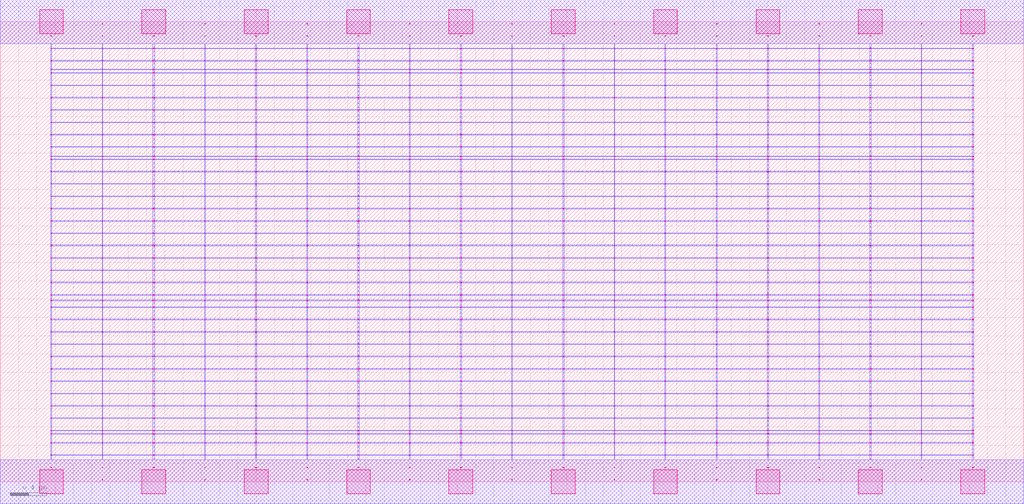
<source format=lef>
MACRO OAOOAI2114_DEBUG
 CLASS CORE ;
 FOREIGN OAOOAI2114_DEBUG 0 0 ;
 SIZE 11.200000000000001 BY 5.04 ;
 ORIGIN 0 0 ;
 SYMMETRY X Y R90 ;
 SITE unit ;

 OBS
    LAYER polycont ;
     RECT 5.59600000 2.58300000 5.60400000 2.59100000 ;
     RECT 5.59600000 2.71800000 5.60400000 2.72600000 ;
     RECT 5.59600000 2.85300000 5.60400000 2.86100000 ;
     RECT 5.59600000 2.98800000 5.60400000 2.99600000 ;
     RECT 7.83600000 2.58300000 7.84400000 2.59100000 ;
     RECT 8.39100000 2.58300000 8.40900000 2.59100000 ;
     RECT 8.95600000 2.58300000 8.96400000 2.59100000 ;
     RECT 9.51100000 2.58300000 9.52900000 2.59100000 ;
     RECT 10.07600000 2.58300000 10.08400000 2.59100000 ;
     RECT 10.63600000 2.58300000 10.64900000 2.59100000 ;
     RECT 6.15600000 2.58300000 6.16900000 2.59100000 ;
     RECT 6.15600000 2.71800000 6.16900000 2.72600000 ;
     RECT 6.71600000 2.71800000 6.72400000 2.72600000 ;
     RECT 7.27100000 2.71800000 7.28400000 2.72600000 ;
     RECT 7.83600000 2.71800000 7.84400000 2.72600000 ;
     RECT 8.39100000 2.71800000 8.40900000 2.72600000 ;
     RECT 8.95600000 2.71800000 8.96400000 2.72600000 ;
     RECT 9.51100000 2.71800000 9.52900000 2.72600000 ;
     RECT 10.07600000 2.71800000 10.08400000 2.72600000 ;
     RECT 10.63600000 2.71800000 10.64900000 2.72600000 ;
     RECT 6.71600000 2.58300000 6.72400000 2.59100000 ;
     RECT 6.15600000 2.85300000 6.16900000 2.86100000 ;
     RECT 6.71600000 2.85300000 6.72400000 2.86100000 ;
     RECT 7.27100000 2.85300000 7.28400000 2.86100000 ;
     RECT 7.83600000 2.85300000 7.84400000 2.86100000 ;
     RECT 8.39100000 2.85300000 8.40900000 2.86100000 ;
     RECT 8.95600000 2.85300000 8.96400000 2.86100000 ;
     RECT 9.51100000 2.85300000 9.52900000 2.86100000 ;
     RECT 10.07600000 2.85300000 10.08400000 2.86100000 ;
     RECT 10.63600000 2.85300000 10.64900000 2.86100000 ;
     RECT 7.27100000 2.58300000 7.28400000 2.59100000 ;
     RECT 6.15600000 2.98800000 6.16900000 2.99600000 ;
     RECT 6.71600000 2.98800000 6.72400000 2.99600000 ;
     RECT 7.27100000 2.98800000 7.28400000 2.99600000 ;
     RECT 7.83600000 2.98800000 7.84400000 2.99600000 ;
     RECT 8.39100000 2.98800000 8.40900000 2.99600000 ;
     RECT 8.95600000 2.98800000 8.96400000 2.99600000 ;
     RECT 9.51100000 2.98800000 9.52900000 2.99600000 ;
     RECT 10.07600000 2.98800000 10.08400000 2.99600000 ;
     RECT 10.63600000 2.98800000 10.64900000 2.99600000 ;
     RECT 6.71600000 3.12300000 6.72400000 3.13100000 ;
     RECT 6.71600000 3.25800000 6.72400000 3.26600000 ;
     RECT 6.71600000 3.39300000 6.72400000 3.40100000 ;
     RECT 6.71600000 3.52800000 6.72400000 3.53600000 ;
     RECT 6.71600000 3.56100000 6.72400000 3.56900000 ;
     RECT 6.71600000 3.66300000 6.72400000 3.67100000 ;
     RECT 6.71600000 3.79800000 6.72400000 3.80600000 ;
     RECT 6.71600000 3.93300000 6.72400000 3.94100000 ;
     RECT 6.71600000 4.06800000 6.72400000 4.07600000 ;
     RECT 6.71600000 4.20300000 6.72400000 4.21100000 ;
     RECT 6.71600000 4.33800000 6.72400000 4.34600000 ;
     RECT 6.71600000 4.47300000 6.72400000 4.48100000 ;
     RECT 6.71600000 4.51100000 6.72400000 4.51900000 ;
     RECT 6.71600000 4.60800000 6.72400000 4.61600000 ;
     RECT 6.71600000 4.74300000 6.72400000 4.75100000 ;
     RECT 6.71600000 4.87800000 6.72400000 4.88600000 ;
     RECT 1.67100000 2.58300000 1.68900000 2.59100000 ;
     RECT 0.55100000 2.98800000 0.56400000 2.99600000 ;
     RECT 1.11600000 2.98800000 1.12400000 2.99600000 ;
     RECT 1.67100000 2.98800000 1.68900000 2.99600000 ;
     RECT 2.23600000 2.98800000 2.24400000 2.99600000 ;
     RECT 2.79100000 2.98800000 2.80900000 2.99600000 ;
     RECT 3.35600000 2.98800000 3.36400000 2.99600000 ;
     RECT 3.91100000 2.98800000 3.92900000 2.99600000 ;
     RECT 4.47600000 2.98800000 4.48400000 2.99600000 ;
     RECT 5.03100000 2.98800000 5.04900000 2.99600000 ;
     RECT 2.23600000 2.58300000 2.24400000 2.59100000 ;
     RECT 2.79100000 2.58300000 2.80900000 2.59100000 ;
     RECT 3.35600000 2.58300000 3.36400000 2.59100000 ;
     RECT 3.91100000 2.58300000 3.92900000 2.59100000 ;
     RECT 4.47600000 2.58300000 4.48400000 2.59100000 ;
     RECT 5.03100000 2.58300000 5.04900000 2.59100000 ;
     RECT 0.55100000 2.58300000 0.56400000 2.59100000 ;
     RECT 0.55100000 2.71800000 0.56400000 2.72600000 ;
     RECT 0.55100000 2.85300000 0.56400000 2.86100000 ;
     RECT 1.11600000 2.85300000 1.12400000 2.86100000 ;
     RECT 1.67100000 2.85300000 1.68900000 2.86100000 ;
     RECT 2.23600000 2.85300000 2.24400000 2.86100000 ;
     RECT 2.79100000 2.85300000 2.80900000 2.86100000 ;
     RECT 3.35600000 2.85300000 3.36400000 2.86100000 ;
     RECT 3.91100000 2.85300000 3.92900000 2.86100000 ;
     RECT 4.47600000 2.85300000 4.48400000 2.86100000 ;
     RECT 5.03100000 2.85300000 5.04900000 2.86100000 ;
     RECT 1.11600000 2.71800000 1.12400000 2.72600000 ;
     RECT 1.67100000 2.71800000 1.68900000 2.72600000 ;
     RECT 2.23600000 2.71800000 2.24400000 2.72600000 ;
     RECT 2.79100000 2.71800000 2.80900000 2.72600000 ;
     RECT 3.35600000 2.71800000 3.36400000 2.72600000 ;
     RECT 3.91100000 2.71800000 3.92900000 2.72600000 ;
     RECT 4.47600000 2.71800000 4.48400000 2.72600000 ;
     RECT 5.03100000 2.71800000 5.04900000 2.72600000 ;
     RECT 1.11600000 2.58300000 1.12400000 2.59100000 ;
     RECT 10.07600000 0.82800000 10.08400000 0.83600000 ;
     RECT 10.63600000 0.82800000 10.64900000 0.83600000 ;
     RECT 10.07600000 0.96300000 10.08400000 0.97100000 ;
     RECT 10.63600000 0.96300000 10.64900000 0.97100000 ;
     RECT 10.07600000 1.09800000 10.08400000 1.10600000 ;
     RECT 10.63600000 1.09800000 10.64900000 1.10600000 ;
     RECT 10.07600000 1.23300000 10.08400000 1.24100000 ;
     RECT 10.63600000 1.23300000 10.64900000 1.24100000 ;
     RECT 10.07600000 1.36800000 10.08400000 1.37600000 ;
     RECT 10.63600000 1.36800000 10.64900000 1.37600000 ;
     RECT 10.07600000 1.50300000 10.08400000 1.51100000 ;
     RECT 10.63600000 1.50300000 10.64900000 1.51100000 ;
     RECT 10.07600000 1.63800000 10.08400000 1.64600000 ;
     RECT 10.63600000 1.63800000 10.64900000 1.64600000 ;
     RECT 10.07600000 1.77300000 10.08400000 1.78100000 ;
     RECT 10.63600000 1.77300000 10.64900000 1.78100000 ;
     RECT 10.07600000 1.90800000 10.08400000 1.91600000 ;
     RECT 10.63600000 1.90800000 10.64900000 1.91600000 ;
     RECT 10.07600000 1.98100000 10.08400000 1.98900000 ;
     RECT 10.63600000 1.98100000 10.64900000 1.98900000 ;
     RECT 10.07600000 2.04300000 10.08400000 2.05100000 ;
     RECT 10.63600000 2.04300000 10.64900000 2.05100000 ;
     RECT 10.07600000 2.17800000 10.08400000 2.18600000 ;
     RECT 10.63600000 2.17800000 10.64900000 2.18600000 ;
     RECT 10.07600000 2.31300000 10.08400000 2.32100000 ;
     RECT 10.63600000 2.31300000 10.64900000 2.32100000 ;
     RECT 10.07600000 2.44800000 10.08400000 2.45600000 ;
     RECT 10.63600000 2.44800000 10.64900000 2.45600000 ;
     RECT 10.07600000 0.15300000 10.08400000 0.16100000 ;
     RECT 10.63600000 0.15300000 10.64900000 0.16100000 ;
     RECT 10.07600000 0.28800000 10.08400000 0.29600000 ;
     RECT 10.63600000 0.28800000 10.64900000 0.29600000 ;
     RECT 10.07600000 0.42300000 10.08400000 0.43100000 ;
     RECT 10.63600000 0.42300000 10.64900000 0.43100000 ;
     RECT 10.07600000 0.52100000 10.08400000 0.52900000 ;
     RECT 10.63600000 0.52100000 10.64900000 0.52900000 ;
     RECT 10.07600000 0.55800000 10.08400000 0.56600000 ;
     RECT 10.63600000 0.55800000 10.64900000 0.56600000 ;
     RECT 10.07600000 0.69300000 10.08400000 0.70100000 ;
     RECT 10.63600000 0.69300000 10.64900000 0.70100000 ;

    LAYER pdiffc ;
     RECT 0.55100000 3.39300000 0.55900000 3.40100000 ;
     RECT 6.16100000 3.39300000 6.16900000 3.40100000 ;
     RECT 7.27100000 3.39300000 7.27900000 3.40100000 ;
     RECT 10.64100000 3.39300000 10.64900000 3.40100000 ;
     RECT 0.55100000 3.52800000 0.55900000 3.53600000 ;
     RECT 6.16100000 3.52800000 6.16900000 3.53600000 ;
     RECT 7.27100000 3.52800000 7.27900000 3.53600000 ;
     RECT 10.64100000 3.52800000 10.64900000 3.53600000 ;
     RECT 0.55100000 3.56100000 0.55900000 3.56900000 ;
     RECT 6.16100000 3.56100000 6.16900000 3.56900000 ;
     RECT 7.27100000 3.56100000 7.27900000 3.56900000 ;
     RECT 10.64100000 3.56100000 10.64900000 3.56900000 ;
     RECT 0.55100000 3.66300000 0.55900000 3.67100000 ;
     RECT 6.16100000 3.66300000 6.16900000 3.67100000 ;
     RECT 7.27100000 3.66300000 7.27900000 3.67100000 ;
     RECT 10.64100000 3.66300000 10.64900000 3.67100000 ;
     RECT 0.55100000 3.79800000 0.55900000 3.80600000 ;
     RECT 6.16100000 3.79800000 6.16900000 3.80600000 ;
     RECT 7.27100000 3.79800000 7.27900000 3.80600000 ;
     RECT 10.64100000 3.79800000 10.64900000 3.80600000 ;
     RECT 0.55100000 3.93300000 0.55900000 3.94100000 ;
     RECT 6.16100000 3.93300000 6.16900000 3.94100000 ;
     RECT 7.27100000 3.93300000 7.27900000 3.94100000 ;
     RECT 10.64100000 3.93300000 10.64900000 3.94100000 ;
     RECT 0.55100000 4.06800000 0.55900000 4.07600000 ;
     RECT 6.16100000 4.06800000 6.16900000 4.07600000 ;
     RECT 7.27100000 4.06800000 7.27900000 4.07600000 ;
     RECT 10.64100000 4.06800000 10.64900000 4.07600000 ;
     RECT 0.55100000 4.20300000 0.55900000 4.21100000 ;
     RECT 6.16100000 4.20300000 6.16900000 4.21100000 ;
     RECT 7.27100000 4.20300000 7.27900000 4.21100000 ;
     RECT 10.64100000 4.20300000 10.64900000 4.21100000 ;
     RECT 0.55100000 4.33800000 0.55900000 4.34600000 ;
     RECT 6.16100000 4.33800000 6.16900000 4.34600000 ;
     RECT 7.27100000 4.33800000 7.27900000 4.34600000 ;
     RECT 10.64100000 4.33800000 10.64900000 4.34600000 ;
     RECT 0.55100000 4.47300000 0.55900000 4.48100000 ;
     RECT 6.16100000 4.47300000 6.16900000 4.48100000 ;
     RECT 7.27100000 4.47300000 7.27900000 4.48100000 ;
     RECT 10.64100000 4.47300000 10.64900000 4.48100000 ;
     RECT 0.55100000 4.51100000 0.55900000 4.51900000 ;
     RECT 6.16100000 4.51100000 6.16900000 4.51900000 ;
     RECT 7.27100000 4.51100000 7.27900000 4.51900000 ;
     RECT 10.64100000 4.51100000 10.64900000 4.51900000 ;
     RECT 0.55100000 4.60800000 0.55900000 4.61600000 ;
     RECT 6.16100000 4.60800000 6.16900000 4.61600000 ;
     RECT 7.27100000 4.60800000 7.27900000 4.61600000 ;
     RECT 10.64100000 4.60800000 10.64900000 4.61600000 ;

    LAYER ndiffc ;
     RECT 5.03100000 0.42300000 5.04900000 0.43100000 ;
     RECT 5.03100000 0.52100000 5.04900000 0.52900000 ;
     RECT 5.03100000 0.55800000 5.04900000 0.56600000 ;
     RECT 5.03100000 0.69300000 5.04900000 0.70100000 ;
     RECT 5.03100000 0.82800000 5.04900000 0.83600000 ;
     RECT 5.03100000 0.96300000 5.04900000 0.97100000 ;
     RECT 5.03100000 1.09800000 5.04900000 1.10600000 ;
     RECT 5.03100000 1.23300000 5.04900000 1.24100000 ;
     RECT 5.03100000 1.36800000 5.04900000 1.37600000 ;
     RECT 5.03100000 1.50300000 5.04900000 1.51100000 ;
     RECT 5.03100000 1.63800000 5.04900000 1.64600000 ;
     RECT 5.03100000 1.77300000 5.04900000 1.78100000 ;
     RECT 5.03100000 1.90800000 5.04900000 1.91600000 ;
     RECT 5.03100000 1.98100000 5.04900000 1.98900000 ;
     RECT 5.03100000 2.04300000 5.04900000 2.05100000 ;
     RECT 8.39100000 0.42300000 8.40900000 0.43100000 ;
     RECT 6.15600000 0.69300000 6.16900000 0.70100000 ;
     RECT 7.27100000 0.69300000 7.28400000 0.70100000 ;
     RECT 8.39100000 0.69300000 8.40900000 0.70100000 ;
     RECT 9.51100000 0.69300000 9.52900000 0.70100000 ;
     RECT 9.51100000 0.42300000 9.52900000 0.43100000 ;
     RECT 6.15600000 0.82800000 6.16900000 0.83600000 ;
     RECT 7.27100000 0.82800000 7.28400000 0.83600000 ;
     RECT 8.39100000 0.82800000 8.40900000 0.83600000 ;
     RECT 9.51100000 0.82800000 9.52900000 0.83600000 ;
     RECT 6.15600000 0.42300000 6.16900000 0.43100000 ;
     RECT 6.15600000 0.96300000 6.16900000 0.97100000 ;
     RECT 7.27100000 0.96300000 7.28400000 0.97100000 ;
     RECT 8.39100000 0.96300000 8.40900000 0.97100000 ;
     RECT 9.51100000 0.96300000 9.52900000 0.97100000 ;
     RECT 6.15600000 0.52100000 6.16900000 0.52900000 ;
     RECT 6.15600000 1.09800000 6.16900000 1.10600000 ;
     RECT 7.27100000 1.09800000 7.28400000 1.10600000 ;
     RECT 8.39100000 1.09800000 8.40900000 1.10600000 ;
     RECT 9.51100000 1.09800000 9.52900000 1.10600000 ;
     RECT 7.27100000 0.52100000 7.28400000 0.52900000 ;
     RECT 6.15600000 1.23300000 6.16900000 1.24100000 ;
     RECT 7.27100000 1.23300000 7.28400000 1.24100000 ;
     RECT 8.39100000 1.23300000 8.40900000 1.24100000 ;
     RECT 9.51100000 1.23300000 9.52900000 1.24100000 ;
     RECT 8.39100000 0.52100000 8.40900000 0.52900000 ;
     RECT 6.15600000 1.36800000 6.16900000 1.37600000 ;
     RECT 7.27100000 1.36800000 7.28400000 1.37600000 ;
     RECT 8.39100000 1.36800000 8.40900000 1.37600000 ;
     RECT 9.51100000 1.36800000 9.52900000 1.37600000 ;
     RECT 9.51100000 0.52100000 9.52900000 0.52900000 ;
     RECT 6.15600000 1.50300000 6.16900000 1.51100000 ;
     RECT 7.27100000 1.50300000 7.28400000 1.51100000 ;
     RECT 8.39100000 1.50300000 8.40900000 1.51100000 ;
     RECT 9.51100000 1.50300000 9.52900000 1.51100000 ;
     RECT 7.27100000 0.42300000 7.28400000 0.43100000 ;
     RECT 6.15600000 1.63800000 6.16900000 1.64600000 ;
     RECT 7.27100000 1.63800000 7.28400000 1.64600000 ;
     RECT 8.39100000 1.63800000 8.40900000 1.64600000 ;
     RECT 9.51100000 1.63800000 9.52900000 1.64600000 ;
     RECT 6.15600000 0.55800000 6.16900000 0.56600000 ;
     RECT 6.15600000 1.77300000 6.16900000 1.78100000 ;
     RECT 7.27100000 1.77300000 7.28400000 1.78100000 ;
     RECT 8.39100000 1.77300000 8.40900000 1.78100000 ;
     RECT 9.51100000 1.77300000 9.52900000 1.78100000 ;
     RECT 7.27100000 0.55800000 7.28400000 0.56600000 ;
     RECT 6.15600000 1.90800000 6.16900000 1.91600000 ;
     RECT 7.27100000 1.90800000 7.28400000 1.91600000 ;
     RECT 8.39100000 1.90800000 8.40900000 1.91600000 ;
     RECT 9.51100000 1.90800000 9.52900000 1.91600000 ;
     RECT 8.39100000 0.55800000 8.40900000 0.56600000 ;
     RECT 6.15600000 1.98100000 6.16900000 1.98900000 ;
     RECT 7.27100000 1.98100000 7.28400000 1.98900000 ;
     RECT 8.39100000 1.98100000 8.40900000 1.98900000 ;
     RECT 9.51100000 1.98100000 9.52900000 1.98900000 ;
     RECT 9.51100000 0.55800000 9.52900000 0.56600000 ;
     RECT 6.15600000 2.04300000 6.16900000 2.05100000 ;
     RECT 7.27100000 2.04300000 7.28400000 2.05100000 ;
     RECT 8.39100000 2.04300000 8.40900000 2.05100000 ;
     RECT 9.51100000 2.04300000 9.52900000 2.05100000 ;
     RECT 3.91100000 1.36800000 3.92900000 1.37600000 ;
     RECT 2.79100000 0.55800000 2.80900000 0.56600000 ;
     RECT 3.91100000 0.55800000 3.92900000 0.56600000 ;
     RECT 1.67100000 0.52100000 1.68900000 0.52900000 ;
     RECT 2.79100000 0.52100000 2.80900000 0.52900000 ;
     RECT 3.91100000 0.52100000 3.92900000 0.52900000 ;
     RECT 0.55100000 1.50300000 0.56400000 1.51100000 ;
     RECT 1.67100000 1.50300000 1.68900000 1.51100000 ;
     RECT 2.79100000 1.50300000 2.80900000 1.51100000 ;
     RECT 3.91100000 1.50300000 3.92900000 1.51100000 ;
     RECT 0.55100000 0.96300000 0.56400000 0.97100000 ;
     RECT 1.67100000 0.96300000 1.68900000 0.97100000 ;
     RECT 2.79100000 0.96300000 2.80900000 0.97100000 ;
     RECT 3.91100000 0.96300000 3.92900000 0.97100000 ;
     RECT 1.67100000 0.42300000 1.68900000 0.43100000 ;
     RECT 0.55100000 1.63800000 0.56400000 1.64600000 ;
     RECT 1.67100000 1.63800000 1.68900000 1.64600000 ;
     RECT 2.79100000 1.63800000 2.80900000 1.64600000 ;
     RECT 3.91100000 1.63800000 3.92900000 1.64600000 ;
     RECT 2.79100000 0.42300000 2.80900000 0.43100000 ;
     RECT 0.55100000 0.69300000 0.56400000 0.70100000 ;
     RECT 1.67100000 0.69300000 1.68900000 0.70100000 ;
     RECT 2.79100000 0.69300000 2.80900000 0.70100000 ;
     RECT 0.55100000 1.09800000 0.56400000 1.10600000 ;
     RECT 0.55100000 1.77300000 0.56400000 1.78100000 ;
     RECT 1.67100000 1.77300000 1.68900000 1.78100000 ;
     RECT 2.79100000 1.77300000 2.80900000 1.78100000 ;
     RECT 3.91100000 1.77300000 3.92900000 1.78100000 ;
     RECT 1.67100000 1.09800000 1.68900000 1.10600000 ;
     RECT 2.79100000 1.09800000 2.80900000 1.10600000 ;
     RECT 3.91100000 1.09800000 3.92900000 1.10600000 ;
     RECT 3.91100000 0.69300000 3.92900000 0.70100000 ;
     RECT 3.91100000 0.42300000 3.92900000 0.43100000 ;
     RECT 0.55100000 1.90800000 0.56400000 1.91600000 ;
     RECT 1.67100000 1.90800000 1.68900000 1.91600000 ;
     RECT 2.79100000 1.90800000 2.80900000 1.91600000 ;
     RECT 3.91100000 1.90800000 3.92900000 1.91600000 ;
     RECT 0.55100000 0.42300000 0.56400000 0.43100000 ;
     RECT 0.55100000 0.52100000 0.56400000 0.52900000 ;
     RECT 0.55100000 0.55800000 0.56400000 0.56600000 ;
     RECT 0.55100000 1.23300000 0.56400000 1.24100000 ;
     RECT 1.67100000 1.23300000 1.68900000 1.24100000 ;
     RECT 0.55100000 1.98100000 0.56400000 1.98900000 ;
     RECT 1.67100000 1.98100000 1.68900000 1.98900000 ;
     RECT 2.79100000 1.98100000 2.80900000 1.98900000 ;
     RECT 3.91100000 1.98100000 3.92900000 1.98900000 ;
     RECT 2.79100000 1.23300000 2.80900000 1.24100000 ;
     RECT 3.91100000 1.23300000 3.92900000 1.24100000 ;
     RECT 1.67100000 0.55800000 1.68900000 0.56600000 ;
     RECT 0.55100000 0.82800000 0.56400000 0.83600000 ;
     RECT 1.67100000 0.82800000 1.68900000 0.83600000 ;
     RECT 0.55100000 2.04300000 0.56400000 2.05100000 ;
     RECT 1.67100000 2.04300000 1.68900000 2.05100000 ;
     RECT 2.79100000 2.04300000 2.80900000 2.05100000 ;
     RECT 3.91100000 2.04300000 3.92900000 2.05100000 ;
     RECT 2.79100000 0.82800000 2.80900000 0.83600000 ;
     RECT 3.91100000 0.82800000 3.92900000 0.83600000 ;
     RECT 0.55100000 1.36800000 0.56400000 1.37600000 ;
     RECT 1.67100000 1.36800000 1.68900000 1.37600000 ;
     RECT 2.79100000 1.36800000 2.80900000 1.37600000 ;

    LAYER met1 ;
     RECT 0.00000000 -0.24000000 11.20000000 0.24000000 ;
     RECT 5.59600000 0.24000000 5.60400000 0.28800000 ;
     RECT 0.55100000 0.28800000 10.64900000 0.29600000 ;
     RECT 5.59600000 0.29600000 5.60400000 0.42300000 ;
     RECT 0.55100000 0.42300000 10.64900000 0.43100000 ;
     RECT 5.59600000 0.43100000 5.60400000 0.52100000 ;
     RECT 0.55100000 0.52100000 10.64900000 0.52900000 ;
     RECT 5.59600000 0.52900000 5.60400000 0.55800000 ;
     RECT 0.55100000 0.55800000 10.64900000 0.56600000 ;
     RECT 5.59600000 0.56600000 5.60400000 0.69300000 ;
     RECT 0.55100000 0.69300000 10.64900000 0.70100000 ;
     RECT 5.59600000 0.70100000 5.60400000 0.82800000 ;
     RECT 0.55100000 0.82800000 10.64900000 0.83600000 ;
     RECT 5.59600000 0.83600000 5.60400000 0.96300000 ;
     RECT 0.55100000 0.96300000 10.64900000 0.97100000 ;
     RECT 5.59600000 0.97100000 5.60400000 1.09800000 ;
     RECT 0.55100000 1.09800000 10.64900000 1.10600000 ;
     RECT 5.59600000 1.10600000 5.60400000 1.23300000 ;
     RECT 0.55100000 1.23300000 10.64900000 1.24100000 ;
     RECT 5.59600000 1.24100000 5.60400000 1.36800000 ;
     RECT 0.55100000 1.36800000 10.64900000 1.37600000 ;
     RECT 5.59600000 1.37600000 5.60400000 1.50300000 ;
     RECT 0.55100000 1.50300000 10.64900000 1.51100000 ;
     RECT 5.59600000 1.51100000 5.60400000 1.63800000 ;
     RECT 0.55100000 1.63800000 10.64900000 1.64600000 ;
     RECT 5.59600000 1.64600000 5.60400000 1.77300000 ;
     RECT 0.55100000 1.77300000 10.64900000 1.78100000 ;
     RECT 5.59600000 1.78100000 5.60400000 1.90800000 ;
     RECT 0.55100000 1.90800000 10.64900000 1.91600000 ;
     RECT 5.59600000 1.91600000 5.60400000 1.98100000 ;
     RECT 0.55100000 1.98100000 10.64900000 1.98900000 ;
     RECT 5.59600000 1.98900000 5.60400000 2.04300000 ;
     RECT 0.55100000 2.04300000 10.64900000 2.05100000 ;
     RECT 5.59600000 2.05100000 5.60400000 2.17800000 ;
     RECT 0.55100000 2.17800000 10.64900000 2.18600000 ;
     RECT 5.59600000 2.18600000 5.60400000 2.31300000 ;
     RECT 0.55100000 2.31300000 10.64900000 2.32100000 ;
     RECT 5.59600000 2.32100000 5.60400000 2.44800000 ;
     RECT 0.55100000 2.44800000 10.64900000 2.45600000 ;
     RECT 0.55100000 2.45600000 0.56400000 2.58300000 ;
     RECT 1.11600000 2.45600000 1.12400000 2.58300000 ;
     RECT 1.67100000 2.45600000 1.68900000 2.58300000 ;
     RECT 2.23600000 2.45600000 2.24400000 2.58300000 ;
     RECT 2.79100000 2.45600000 2.80900000 2.58300000 ;
     RECT 3.35600000 2.45600000 3.36400000 2.58300000 ;
     RECT 3.91100000 2.45600000 3.92900000 2.58300000 ;
     RECT 4.47600000 2.45600000 4.48400000 2.58300000 ;
     RECT 5.03100000 2.45600000 5.04900000 2.58300000 ;
     RECT 5.59600000 2.45600000 5.60400000 2.58300000 ;
     RECT 6.15600000 2.45600000 6.16900000 2.58300000 ;
     RECT 6.71600000 2.45600000 6.72400000 2.58300000 ;
     RECT 7.27100000 2.45600000 7.28400000 2.58300000 ;
     RECT 7.83600000 2.45600000 7.84400000 2.58300000 ;
     RECT 8.39100000 2.45600000 8.40900000 2.58300000 ;
     RECT 8.95600000 2.45600000 8.96400000 2.58300000 ;
     RECT 9.51100000 2.45600000 9.52900000 2.58300000 ;
     RECT 10.07600000 2.45600000 10.08400000 2.58300000 ;
     RECT 10.63600000 2.45600000 10.64900000 2.58300000 ;
     RECT 0.55100000 2.58300000 10.64900000 2.59100000 ;
     RECT 5.59600000 2.59100000 5.60400000 2.71800000 ;
     RECT 0.55100000 2.71800000 10.64900000 2.72600000 ;
     RECT 5.59600000 2.72600000 5.60400000 2.85300000 ;
     RECT 0.55100000 2.85300000 10.64900000 2.86100000 ;
     RECT 5.59600000 2.86100000 5.60400000 2.98800000 ;
     RECT 0.55100000 2.98800000 10.64900000 2.99600000 ;
     RECT 5.59600000 2.99600000 5.60400000 3.12300000 ;
     RECT 0.55100000 3.12300000 10.64900000 3.13100000 ;
     RECT 5.59600000 3.13100000 5.60400000 3.25800000 ;
     RECT 0.55100000 3.25800000 10.64900000 3.26600000 ;
     RECT 5.59600000 3.26600000 5.60400000 3.39300000 ;
     RECT 0.55100000 3.39300000 10.64900000 3.40100000 ;
     RECT 5.59600000 3.40100000 5.60400000 3.52800000 ;
     RECT 0.55100000 3.52800000 10.64900000 3.53600000 ;
     RECT 5.59600000 3.53600000 5.60400000 3.56100000 ;
     RECT 0.55100000 3.56100000 10.64900000 3.56900000 ;
     RECT 5.59600000 3.56900000 5.60400000 3.66300000 ;
     RECT 0.55100000 3.66300000 10.64900000 3.67100000 ;
     RECT 5.59600000 3.67100000 5.60400000 3.79800000 ;
     RECT 0.55100000 3.79800000 10.64900000 3.80600000 ;
     RECT 5.59600000 3.80600000 5.60400000 3.93300000 ;
     RECT 0.55100000 3.93300000 10.64900000 3.94100000 ;
     RECT 5.59600000 3.94100000 5.60400000 4.06800000 ;
     RECT 0.55100000 4.06800000 10.64900000 4.07600000 ;
     RECT 5.59600000 4.07600000 5.60400000 4.20300000 ;
     RECT 0.55100000 4.20300000 10.64900000 4.21100000 ;
     RECT 5.59600000 4.21100000 5.60400000 4.33800000 ;
     RECT 0.55100000 4.33800000 10.64900000 4.34600000 ;
     RECT 5.59600000 4.34600000 5.60400000 4.47300000 ;
     RECT 0.55100000 4.47300000 10.64900000 4.48100000 ;
     RECT 5.59600000 4.48100000 5.60400000 4.51100000 ;
     RECT 0.55100000 4.51100000 10.64900000 4.51900000 ;
     RECT 5.59600000 4.51900000 5.60400000 4.60800000 ;
     RECT 0.55100000 4.60800000 10.64900000 4.61600000 ;
     RECT 5.59600000 4.61600000 5.60400000 4.74300000 ;
     RECT 0.55100000 4.74300000 10.64900000 4.75100000 ;
     RECT 5.59600000 4.75100000 5.60400000 4.80000000 ;
     RECT 0.00000000 4.80000000 11.20000000 5.28000000 ;
     RECT 8.39100000 2.99600000 8.40900000 3.12300000 ;
     RECT 8.39100000 3.13100000 8.40900000 3.25800000 ;
     RECT 8.39100000 3.26600000 8.40900000 3.39300000 ;
     RECT 8.39100000 3.40100000 8.40900000 3.52800000 ;
     RECT 8.39100000 3.53600000 8.40900000 3.56100000 ;
     RECT 8.39100000 2.72600000 8.40900000 2.85300000 ;
     RECT 8.39100000 3.56900000 8.40900000 3.66300000 ;
     RECT 8.39100000 3.67100000 8.40900000 3.79800000 ;
     RECT 6.15600000 3.80600000 6.16900000 3.93300000 ;
     RECT 6.71600000 3.80600000 6.72400000 3.93300000 ;
     RECT 7.27100000 3.80600000 7.28400000 3.93300000 ;
     RECT 7.83600000 3.80600000 7.84400000 3.93300000 ;
     RECT 8.39100000 3.80600000 8.40900000 3.93300000 ;
     RECT 8.95600000 3.80600000 8.96400000 3.93300000 ;
     RECT 9.51100000 3.80600000 9.52900000 3.93300000 ;
     RECT 10.07600000 3.80600000 10.08400000 3.93300000 ;
     RECT 10.63600000 3.80600000 10.64900000 3.93300000 ;
     RECT 8.39100000 3.94100000 8.40900000 4.06800000 ;
     RECT 8.39100000 4.07600000 8.40900000 4.20300000 ;
     RECT 8.39100000 4.21100000 8.40900000 4.33800000 ;
     RECT 8.39100000 2.86100000 8.40900000 2.98800000 ;
     RECT 8.39100000 4.34600000 8.40900000 4.47300000 ;
     RECT 8.39100000 4.48100000 8.40900000 4.51100000 ;
     RECT 8.39100000 2.59100000 8.40900000 2.71800000 ;
     RECT 8.39100000 4.51900000 8.40900000 4.60800000 ;
     RECT 8.39100000 4.61600000 8.40900000 4.74300000 ;
     RECT 8.39100000 4.75100000 8.40900000 4.80000000 ;
     RECT 9.51100000 3.94100000 9.52900000 4.06800000 ;
     RECT 8.95600000 4.21100000 8.96400000 4.33800000 ;
     RECT 9.51100000 4.21100000 9.52900000 4.33800000 ;
     RECT 10.07600000 4.21100000 10.08400000 4.33800000 ;
     RECT 10.63600000 4.21100000 10.64900000 4.33800000 ;
     RECT 10.07600000 3.94100000 10.08400000 4.06800000 ;
     RECT 10.63600000 3.94100000 10.64900000 4.06800000 ;
     RECT 8.95600000 4.34600000 8.96400000 4.47300000 ;
     RECT 9.51100000 4.34600000 9.52900000 4.47300000 ;
     RECT 10.07600000 4.34600000 10.08400000 4.47300000 ;
     RECT 10.63600000 4.34600000 10.64900000 4.47300000 ;
     RECT 8.95600000 3.94100000 8.96400000 4.06800000 ;
     RECT 8.95600000 4.48100000 8.96400000 4.51100000 ;
     RECT 9.51100000 4.48100000 9.52900000 4.51100000 ;
     RECT 10.07600000 4.48100000 10.08400000 4.51100000 ;
     RECT 10.63600000 4.48100000 10.64900000 4.51100000 ;
     RECT 8.95600000 4.07600000 8.96400000 4.20300000 ;
     RECT 9.51100000 4.07600000 9.52900000 4.20300000 ;
     RECT 8.95600000 4.51900000 8.96400000 4.60800000 ;
     RECT 9.51100000 4.51900000 9.52900000 4.60800000 ;
     RECT 10.07600000 4.51900000 10.08400000 4.60800000 ;
     RECT 10.63600000 4.51900000 10.64900000 4.60800000 ;
     RECT 10.07600000 4.07600000 10.08400000 4.20300000 ;
     RECT 8.95600000 4.61600000 8.96400000 4.74300000 ;
     RECT 9.51100000 4.61600000 9.52900000 4.74300000 ;
     RECT 10.07600000 4.61600000 10.08400000 4.74300000 ;
     RECT 10.63600000 4.61600000 10.64900000 4.74300000 ;
     RECT 10.63600000 4.07600000 10.64900000 4.20300000 ;
     RECT 8.95600000 4.75100000 8.96400000 4.80000000 ;
     RECT 9.51100000 4.75100000 9.52900000 4.80000000 ;
     RECT 10.07600000 4.75100000 10.08400000 4.80000000 ;
     RECT 10.63600000 4.75100000 10.64900000 4.80000000 ;
     RECT 6.71600000 4.07600000 6.72400000 4.20300000 ;
     RECT 7.27100000 4.07600000 7.28400000 4.20300000 ;
     RECT 7.83600000 4.07600000 7.84400000 4.20300000 ;
     RECT 6.71600000 3.94100000 6.72400000 4.06800000 ;
     RECT 7.27100000 3.94100000 7.28400000 4.06800000 ;
     RECT 6.15600000 4.51900000 6.16900000 4.60800000 ;
     RECT 6.71600000 4.51900000 6.72400000 4.60800000 ;
     RECT 7.27100000 4.51900000 7.28400000 4.60800000 ;
     RECT 7.83600000 4.51900000 7.84400000 4.60800000 ;
     RECT 7.83600000 3.94100000 7.84400000 4.06800000 ;
     RECT 6.15600000 4.34600000 6.16900000 4.47300000 ;
     RECT 6.71600000 4.34600000 6.72400000 4.47300000 ;
     RECT 7.27100000 4.34600000 7.28400000 4.47300000 ;
     RECT 7.83600000 4.34600000 7.84400000 4.47300000 ;
     RECT 6.15600000 4.61600000 6.16900000 4.74300000 ;
     RECT 6.71600000 4.61600000 6.72400000 4.74300000 ;
     RECT 7.27100000 4.61600000 7.28400000 4.74300000 ;
     RECT 7.83600000 4.61600000 7.84400000 4.74300000 ;
     RECT 6.15600000 3.94100000 6.16900000 4.06800000 ;
     RECT 6.15600000 4.07600000 6.16900000 4.20300000 ;
     RECT 6.15600000 4.21100000 6.16900000 4.33800000 ;
     RECT 6.71600000 4.21100000 6.72400000 4.33800000 ;
     RECT 7.27100000 4.21100000 7.28400000 4.33800000 ;
     RECT 6.15600000 4.75100000 6.16900000 4.80000000 ;
     RECT 6.71600000 4.75100000 6.72400000 4.80000000 ;
     RECT 7.27100000 4.75100000 7.28400000 4.80000000 ;
     RECT 7.83600000 4.75100000 7.84400000 4.80000000 ;
     RECT 6.15600000 4.48100000 6.16900000 4.51100000 ;
     RECT 6.71600000 4.48100000 6.72400000 4.51100000 ;
     RECT 7.27100000 4.48100000 7.28400000 4.51100000 ;
     RECT 7.83600000 4.48100000 7.84400000 4.51100000 ;
     RECT 7.83600000 4.21100000 7.84400000 4.33800000 ;
     RECT 7.27100000 3.53600000 7.28400000 3.56100000 ;
     RECT 7.83600000 3.53600000 7.84400000 3.56100000 ;
     RECT 7.83600000 3.13100000 7.84400000 3.25800000 ;
     RECT 6.15600000 2.86100000 6.16900000 2.98800000 ;
     RECT 6.71600000 2.86100000 6.72400000 2.98800000 ;
     RECT 7.83600000 2.72600000 7.84400000 2.85300000 ;
     RECT 6.15600000 3.13100000 6.16900000 3.25800000 ;
     RECT 6.15600000 3.56900000 6.16900000 3.66300000 ;
     RECT 6.71600000 3.56900000 6.72400000 3.66300000 ;
     RECT 7.27100000 3.56900000 7.28400000 3.66300000 ;
     RECT 7.83600000 3.56900000 7.84400000 3.66300000 ;
     RECT 6.15600000 2.59100000 6.16900000 2.71800000 ;
     RECT 6.15600000 3.67100000 6.16900000 3.79800000 ;
     RECT 6.71600000 3.67100000 6.72400000 3.79800000 ;
     RECT 7.27100000 2.86100000 7.28400000 2.98800000 ;
     RECT 7.83600000 2.86100000 7.84400000 2.98800000 ;
     RECT 7.27100000 3.67100000 7.28400000 3.79800000 ;
     RECT 7.83600000 3.67100000 7.84400000 3.79800000 ;
     RECT 6.15600000 2.99600000 6.16900000 3.12300000 ;
     RECT 6.15600000 3.26600000 6.16900000 3.39300000 ;
     RECT 6.71600000 3.26600000 6.72400000 3.39300000 ;
     RECT 7.27100000 3.26600000 7.28400000 3.39300000 ;
     RECT 7.83600000 3.26600000 7.84400000 3.39300000 ;
     RECT 6.71600000 3.13100000 6.72400000 3.25800000 ;
     RECT 6.71600000 2.59100000 6.72400000 2.71800000 ;
     RECT 6.15600000 2.72600000 6.16900000 2.85300000 ;
     RECT 6.15600000 3.40100000 6.16900000 3.52800000 ;
     RECT 6.71600000 3.40100000 6.72400000 3.52800000 ;
     RECT 6.71600000 2.99600000 6.72400000 3.12300000 ;
     RECT 7.27100000 2.99600000 7.28400000 3.12300000 ;
     RECT 7.27100000 3.40100000 7.28400000 3.52800000 ;
     RECT 7.27100000 2.59100000 7.28400000 2.71800000 ;
     RECT 7.83600000 2.59100000 7.84400000 2.71800000 ;
     RECT 7.83600000 3.40100000 7.84400000 3.52800000 ;
     RECT 7.27100000 3.13100000 7.28400000 3.25800000 ;
     RECT 6.71600000 2.72600000 6.72400000 2.85300000 ;
     RECT 7.27100000 2.72600000 7.28400000 2.85300000 ;
     RECT 6.15600000 3.53600000 6.16900000 3.56100000 ;
     RECT 6.71600000 3.53600000 6.72400000 3.56100000 ;
     RECT 7.83600000 2.99600000 7.84400000 3.12300000 ;
     RECT 10.07600000 3.56900000 10.08400000 3.66300000 ;
     RECT 10.63600000 3.56900000 10.64900000 3.66300000 ;
     RECT 8.95600000 2.72600000 8.96400000 2.85300000 ;
     RECT 9.51100000 2.72600000 9.52900000 2.85300000 ;
     RECT 8.95600000 2.99600000 8.96400000 3.12300000 ;
     RECT 8.95600000 3.40100000 8.96400000 3.52800000 ;
     RECT 10.63600000 2.86100000 10.64900000 2.98800000 ;
     RECT 9.51100000 3.40100000 9.52900000 3.52800000 ;
     RECT 10.07600000 3.40100000 10.08400000 3.52800000 ;
     RECT 10.63600000 3.40100000 10.64900000 3.52800000 ;
     RECT 8.95600000 3.67100000 8.96400000 3.79800000 ;
     RECT 9.51100000 3.67100000 9.52900000 3.79800000 ;
     RECT 10.07600000 3.67100000 10.08400000 3.79800000 ;
     RECT 10.63600000 3.67100000 10.64900000 3.79800000 ;
     RECT 10.07600000 2.72600000 10.08400000 2.85300000 ;
     RECT 10.63600000 2.72600000 10.64900000 2.85300000 ;
     RECT 9.51100000 2.99600000 9.52900000 3.12300000 ;
     RECT 8.95600000 2.59100000 8.96400000 2.71800000 ;
     RECT 10.07600000 2.99600000 10.08400000 3.12300000 ;
     RECT 10.63600000 2.99600000 10.64900000 3.12300000 ;
     RECT 9.51100000 2.59100000 9.52900000 2.71800000 ;
     RECT 8.95600000 3.26600000 8.96400000 3.39300000 ;
     RECT 9.51100000 3.26600000 9.52900000 3.39300000 ;
     RECT 10.07600000 3.26600000 10.08400000 3.39300000 ;
     RECT 8.95600000 3.53600000 8.96400000 3.56100000 ;
     RECT 8.95600000 2.86100000 8.96400000 2.98800000 ;
     RECT 9.51100000 3.53600000 9.52900000 3.56100000 ;
     RECT 10.07600000 3.53600000 10.08400000 3.56100000 ;
     RECT 10.63600000 3.53600000 10.64900000 3.56100000 ;
     RECT 10.63600000 3.26600000 10.64900000 3.39300000 ;
     RECT 8.95600000 3.13100000 8.96400000 3.25800000 ;
     RECT 9.51100000 3.13100000 9.52900000 3.25800000 ;
     RECT 10.07600000 3.13100000 10.08400000 3.25800000 ;
     RECT 10.63600000 3.13100000 10.64900000 3.25800000 ;
     RECT 10.63600000 2.59100000 10.64900000 2.71800000 ;
     RECT 9.51100000 2.86100000 9.52900000 2.98800000 ;
     RECT 10.07600000 2.86100000 10.08400000 2.98800000 ;
     RECT 10.07600000 2.59100000 10.08400000 2.71800000 ;
     RECT 8.95600000 3.56900000 8.96400000 3.66300000 ;
     RECT 9.51100000 3.56900000 9.52900000 3.66300000 ;
     RECT 2.79100000 2.59100000 2.80900000 2.71800000 ;
     RECT 2.79100000 2.99600000 2.80900000 3.12300000 ;
     RECT 2.79100000 3.94100000 2.80900000 4.06800000 ;
     RECT 2.79100000 3.40100000 2.80900000 3.52800000 ;
     RECT 2.79100000 4.07600000 2.80900000 4.20300000 ;
     RECT 2.79100000 4.21100000 2.80900000 4.33800000 ;
     RECT 2.79100000 3.53600000 2.80900000 3.56100000 ;
     RECT 2.79100000 4.34600000 2.80900000 4.47300000 ;
     RECT 2.79100000 3.13100000 2.80900000 3.25800000 ;
     RECT 2.79100000 3.56900000 2.80900000 3.66300000 ;
     RECT 2.79100000 4.48100000 2.80900000 4.51100000 ;
     RECT 2.79100000 2.86100000 2.80900000 2.98800000 ;
     RECT 2.79100000 4.51900000 2.80900000 4.60800000 ;
     RECT 2.79100000 2.72600000 2.80900000 2.85300000 ;
     RECT 2.79100000 3.67100000 2.80900000 3.79800000 ;
     RECT 2.79100000 4.61600000 2.80900000 4.74300000 ;
     RECT 2.79100000 3.26600000 2.80900000 3.39300000 ;
     RECT 2.79100000 4.75100000 2.80900000 4.80000000 ;
     RECT 0.55100000 3.80600000 0.56400000 3.93300000 ;
     RECT 1.11600000 3.80600000 1.12400000 3.93300000 ;
     RECT 1.67100000 3.80600000 1.68900000 3.93300000 ;
     RECT 2.23600000 3.80600000 2.24400000 3.93300000 ;
     RECT 2.79100000 3.80600000 2.80900000 3.93300000 ;
     RECT 3.35600000 3.80600000 3.36400000 3.93300000 ;
     RECT 3.91100000 3.80600000 3.92900000 3.93300000 ;
     RECT 4.47600000 3.80600000 4.48400000 3.93300000 ;
     RECT 5.03100000 3.80600000 5.04900000 3.93300000 ;
     RECT 3.35600000 4.48100000 3.36400000 4.51100000 ;
     RECT 3.91100000 4.48100000 3.92900000 4.51100000 ;
     RECT 4.47600000 4.48100000 4.48400000 4.51100000 ;
     RECT 5.03100000 4.48100000 5.04900000 4.51100000 ;
     RECT 4.47600000 4.07600000 4.48400000 4.20300000 ;
     RECT 5.03100000 4.07600000 5.04900000 4.20300000 ;
     RECT 3.35600000 4.51900000 3.36400000 4.60800000 ;
     RECT 3.91100000 4.51900000 3.92900000 4.60800000 ;
     RECT 4.47600000 4.51900000 4.48400000 4.60800000 ;
     RECT 5.03100000 4.51900000 5.04900000 4.60800000 ;
     RECT 4.47600000 3.94100000 4.48400000 4.06800000 ;
     RECT 3.35600000 4.21100000 3.36400000 4.33800000 ;
     RECT 3.91100000 4.21100000 3.92900000 4.33800000 ;
     RECT 3.35600000 4.61600000 3.36400000 4.74300000 ;
     RECT 3.91100000 4.61600000 3.92900000 4.74300000 ;
     RECT 4.47600000 4.61600000 4.48400000 4.74300000 ;
     RECT 5.03100000 4.61600000 5.04900000 4.74300000 ;
     RECT 4.47600000 4.21100000 4.48400000 4.33800000 ;
     RECT 5.03100000 4.21100000 5.04900000 4.33800000 ;
     RECT 3.35600000 4.75100000 3.36400000 4.80000000 ;
     RECT 3.91100000 4.75100000 3.92900000 4.80000000 ;
     RECT 4.47600000 4.75100000 4.48400000 4.80000000 ;
     RECT 5.03100000 4.75100000 5.04900000 4.80000000 ;
     RECT 5.03100000 3.94100000 5.04900000 4.06800000 ;
     RECT 3.35600000 3.94100000 3.36400000 4.06800000 ;
     RECT 3.35600000 4.34600000 3.36400000 4.47300000 ;
     RECT 3.91100000 4.34600000 3.92900000 4.47300000 ;
     RECT 4.47600000 4.34600000 4.48400000 4.47300000 ;
     RECT 5.03100000 4.34600000 5.04900000 4.47300000 ;
     RECT 3.91100000 3.94100000 3.92900000 4.06800000 ;
     RECT 3.35600000 4.07600000 3.36400000 4.20300000 ;
     RECT 3.91100000 4.07600000 3.92900000 4.20300000 ;
     RECT 1.11600000 3.94100000 1.12400000 4.06800000 ;
     RECT 0.55100000 4.07600000 0.56400000 4.20300000 ;
     RECT 0.55100000 4.21100000 0.56400000 4.33800000 ;
     RECT 1.11600000 4.21100000 1.12400000 4.33800000 ;
     RECT 0.55100000 4.61600000 0.56400000 4.74300000 ;
     RECT 1.11600000 4.61600000 1.12400000 4.74300000 ;
     RECT 1.67100000 4.61600000 1.68900000 4.74300000 ;
     RECT 2.23600000 4.61600000 2.24400000 4.74300000 ;
     RECT 1.67100000 4.21100000 1.68900000 4.33800000 ;
     RECT 2.23600000 4.21100000 2.24400000 4.33800000 ;
     RECT 1.11600000 4.07600000 1.12400000 4.20300000 ;
     RECT 0.55100000 4.48100000 0.56400000 4.51100000 ;
     RECT 1.11600000 4.48100000 1.12400000 4.51100000 ;
     RECT 1.67100000 4.48100000 1.68900000 4.51100000 ;
     RECT 0.55100000 4.75100000 0.56400000 4.80000000 ;
     RECT 1.11600000 4.75100000 1.12400000 4.80000000 ;
     RECT 1.67100000 4.75100000 1.68900000 4.80000000 ;
     RECT 2.23600000 4.75100000 2.24400000 4.80000000 ;
     RECT 2.23600000 4.48100000 2.24400000 4.51100000 ;
     RECT 1.67100000 4.07600000 1.68900000 4.20300000 ;
     RECT 2.23600000 4.07600000 2.24400000 4.20300000 ;
     RECT 1.67100000 3.94100000 1.68900000 4.06800000 ;
     RECT 2.23600000 3.94100000 2.24400000 4.06800000 ;
     RECT 0.55100000 3.94100000 0.56400000 4.06800000 ;
     RECT 0.55100000 4.34600000 0.56400000 4.47300000 ;
     RECT 0.55100000 4.51900000 0.56400000 4.60800000 ;
     RECT 1.11600000 4.51900000 1.12400000 4.60800000 ;
     RECT 1.67100000 4.51900000 1.68900000 4.60800000 ;
     RECT 2.23600000 4.51900000 2.24400000 4.60800000 ;
     RECT 1.11600000 4.34600000 1.12400000 4.47300000 ;
     RECT 1.67100000 4.34600000 1.68900000 4.47300000 ;
     RECT 2.23600000 4.34600000 2.24400000 4.47300000 ;
     RECT 0.55100000 3.53600000 0.56400000 3.56100000 ;
     RECT 2.23600000 2.72600000 2.24400000 2.85300000 ;
     RECT 1.11600000 3.53600000 1.12400000 3.56100000 ;
     RECT 0.55100000 3.67100000 0.56400000 3.79800000 ;
     RECT 1.11600000 3.67100000 1.12400000 3.79800000 ;
     RECT 1.67100000 3.67100000 1.68900000 3.79800000 ;
     RECT 2.23600000 3.67100000 2.24400000 3.79800000 ;
     RECT 1.67100000 3.53600000 1.68900000 3.56100000 ;
     RECT 1.11600000 2.99600000 1.12400000 3.12300000 ;
     RECT 1.67100000 3.13100000 1.68900000 3.25800000 ;
     RECT 2.23600000 3.13100000 2.24400000 3.25800000 ;
     RECT 1.67100000 2.99600000 1.68900000 3.12300000 ;
     RECT 0.55100000 3.56900000 0.56400000 3.66300000 ;
     RECT 1.11600000 3.56900000 1.12400000 3.66300000 ;
     RECT 1.67100000 3.56900000 1.68900000 3.66300000 ;
     RECT 2.23600000 3.56900000 2.24400000 3.66300000 ;
     RECT 2.23600000 2.99600000 2.24400000 3.12300000 ;
     RECT 0.55100000 3.26600000 0.56400000 3.39300000 ;
     RECT 1.11600000 3.26600000 1.12400000 3.39300000 ;
     RECT 1.67100000 3.26600000 1.68900000 3.39300000 ;
     RECT 2.23600000 3.26600000 2.24400000 3.39300000 ;
     RECT 2.23600000 2.59100000 2.24400000 2.71800000 ;
     RECT 0.55100000 3.40100000 0.56400000 3.52800000 ;
     RECT 1.67100000 2.59100000 1.68900000 2.71800000 ;
     RECT 0.55100000 2.99600000 0.56400000 3.12300000 ;
     RECT 1.11600000 3.40100000 1.12400000 3.52800000 ;
     RECT 1.67100000 3.40100000 1.68900000 3.52800000 ;
     RECT 2.23600000 3.53600000 2.24400000 3.56100000 ;
     RECT 2.23600000 3.40100000 2.24400000 3.52800000 ;
     RECT 1.11600000 2.86100000 1.12400000 2.98800000 ;
     RECT 1.67100000 2.86100000 1.68900000 2.98800000 ;
     RECT 1.67100000 2.72600000 1.68900000 2.85300000 ;
     RECT 2.23600000 2.86100000 2.24400000 2.98800000 ;
     RECT 0.55100000 3.13100000 0.56400000 3.25800000 ;
     RECT 1.11600000 3.13100000 1.12400000 3.25800000 ;
     RECT 0.55100000 2.59100000 0.56400000 2.71800000 ;
     RECT 1.11600000 2.59100000 1.12400000 2.71800000 ;
     RECT 0.55100000 2.72600000 0.56400000 2.85300000 ;
     RECT 1.11600000 2.72600000 1.12400000 2.85300000 ;
     RECT 0.55100000 2.86100000 0.56400000 2.98800000 ;
     RECT 4.47600000 3.53600000 4.48400000 3.56100000 ;
     RECT 3.35600000 3.56900000 3.36400000 3.66300000 ;
     RECT 3.91100000 3.56900000 3.92900000 3.66300000 ;
     RECT 4.47600000 3.56900000 4.48400000 3.66300000 ;
     RECT 5.03100000 3.56900000 5.04900000 3.66300000 ;
     RECT 5.03100000 3.13100000 5.04900000 3.25800000 ;
     RECT 5.03100000 3.53600000 5.04900000 3.56100000 ;
     RECT 3.35600000 2.86100000 3.36400000 2.98800000 ;
     RECT 3.91100000 2.86100000 3.92900000 2.98800000 ;
     RECT 4.47600000 3.67100000 4.48400000 3.79800000 ;
     RECT 5.03100000 3.67100000 5.04900000 3.79800000 ;
     RECT 4.47600000 2.72600000 4.48400000 2.85300000 ;
     RECT 4.47600000 2.86100000 4.48400000 2.98800000 ;
     RECT 5.03100000 2.86100000 5.04900000 2.98800000 ;
     RECT 4.47600000 2.99600000 4.48400000 3.12300000 ;
     RECT 3.35600000 3.13100000 3.36400000 3.25800000 ;
     RECT 3.91100000 3.13100000 3.92900000 3.25800000 ;
     RECT 3.35600000 3.26600000 3.36400000 3.39300000 ;
     RECT 3.91100000 3.26600000 3.92900000 3.39300000 ;
     RECT 4.47600000 3.26600000 4.48400000 3.39300000 ;
     RECT 4.47600000 3.13100000 4.48400000 3.25800000 ;
     RECT 5.03100000 2.99600000 5.04900000 3.12300000 ;
     RECT 3.91100000 2.59100000 3.92900000 2.71800000 ;
     RECT 4.47600000 2.59100000 4.48400000 2.71800000 ;
     RECT 5.03100000 2.59100000 5.04900000 2.71800000 ;
     RECT 3.35600000 2.59100000 3.36400000 2.71800000 ;
     RECT 3.35600000 2.99600000 3.36400000 3.12300000 ;
     RECT 3.35600000 3.40100000 3.36400000 3.52800000 ;
     RECT 3.91100000 3.40100000 3.92900000 3.52800000 ;
     RECT 5.03100000 3.26600000 5.04900000 3.39300000 ;
     RECT 5.03100000 2.72600000 5.04900000 2.85300000 ;
     RECT 3.35600000 2.72600000 3.36400000 2.85300000 ;
     RECT 3.91100000 2.72600000 3.92900000 2.85300000 ;
     RECT 4.47600000 3.40100000 4.48400000 3.52800000 ;
     RECT 5.03100000 3.40100000 5.04900000 3.52800000 ;
     RECT 3.91100000 2.99600000 3.92900000 3.12300000 ;
     RECT 3.35600000 3.53600000 3.36400000 3.56100000 ;
     RECT 3.91100000 3.53600000 3.92900000 3.56100000 ;
     RECT 3.35600000 3.67100000 3.36400000 3.79800000 ;
     RECT 3.91100000 3.67100000 3.92900000 3.79800000 ;
     RECT 5.03100000 1.10600000 5.04900000 1.23300000 ;
     RECT 2.79100000 1.24100000 2.80900000 1.36800000 ;
     RECT 2.79100000 1.37600000 2.80900000 1.50300000 ;
     RECT 2.79100000 1.51100000 2.80900000 1.63800000 ;
     RECT 2.79100000 1.64600000 2.80900000 1.77300000 ;
     RECT 2.79100000 1.78100000 2.80900000 1.90800000 ;
     RECT 2.79100000 0.43100000 2.80900000 0.52100000 ;
     RECT 2.79100000 1.91600000 2.80900000 1.98100000 ;
     RECT 2.79100000 1.98900000 2.80900000 2.04300000 ;
     RECT 2.79100000 0.24000000 2.80900000 0.28800000 ;
     RECT 2.79100000 2.05100000 2.80900000 2.17800000 ;
     RECT 2.79100000 2.18600000 2.80900000 2.31300000 ;
     RECT 2.79100000 2.32100000 2.80900000 2.44800000 ;
     RECT 2.79100000 0.52900000 2.80900000 0.55800000 ;
     RECT 2.79100000 0.56600000 2.80900000 0.69300000 ;
     RECT 2.79100000 0.70100000 2.80900000 0.82800000 ;
     RECT 2.79100000 0.83600000 2.80900000 0.96300000 ;
     RECT 2.79100000 0.97100000 2.80900000 1.09800000 ;
     RECT 2.79100000 0.29600000 2.80900000 0.42300000 ;
     RECT 0.55100000 1.10600000 0.56400000 1.23300000 ;
     RECT 1.11600000 1.10600000 1.12400000 1.23300000 ;
     RECT 1.67100000 1.10600000 1.68900000 1.23300000 ;
     RECT 2.23600000 1.10600000 2.24400000 1.23300000 ;
     RECT 2.79100000 1.10600000 2.80900000 1.23300000 ;
     RECT 3.35600000 1.10600000 3.36400000 1.23300000 ;
     RECT 3.91100000 1.10600000 3.92900000 1.23300000 ;
     RECT 4.47600000 1.10600000 4.48400000 1.23300000 ;
     RECT 3.35600000 1.37600000 3.36400000 1.50300000 ;
     RECT 3.35600000 1.91600000 3.36400000 1.98100000 ;
     RECT 3.91100000 1.91600000 3.92900000 1.98100000 ;
     RECT 4.47600000 1.91600000 4.48400000 1.98100000 ;
     RECT 5.03100000 1.91600000 5.04900000 1.98100000 ;
     RECT 3.91100000 1.37600000 3.92900000 1.50300000 ;
     RECT 3.35600000 1.98900000 3.36400000 2.04300000 ;
     RECT 3.91100000 1.98900000 3.92900000 2.04300000 ;
     RECT 4.47600000 1.98900000 4.48400000 2.04300000 ;
     RECT 5.03100000 1.98900000 5.04900000 2.04300000 ;
     RECT 4.47600000 1.37600000 4.48400000 1.50300000 ;
     RECT 5.03100000 1.37600000 5.04900000 1.50300000 ;
     RECT 3.35600000 2.05100000 3.36400000 2.17800000 ;
     RECT 3.91100000 2.05100000 3.92900000 2.17800000 ;
     RECT 4.47600000 2.05100000 4.48400000 2.17800000 ;
     RECT 5.03100000 2.05100000 5.04900000 2.17800000 ;
     RECT 3.91100000 1.24100000 3.92900000 1.36800000 ;
     RECT 3.35600000 2.18600000 3.36400000 2.31300000 ;
     RECT 3.91100000 2.18600000 3.92900000 2.31300000 ;
     RECT 4.47600000 2.18600000 4.48400000 2.31300000 ;
     RECT 5.03100000 2.18600000 5.04900000 2.31300000 ;
     RECT 3.35600000 1.51100000 3.36400000 1.63800000 ;
     RECT 3.35600000 2.32100000 3.36400000 2.44800000 ;
     RECT 3.91100000 2.32100000 3.92900000 2.44800000 ;
     RECT 4.47600000 2.32100000 4.48400000 2.44800000 ;
     RECT 5.03100000 2.32100000 5.04900000 2.44800000 ;
     RECT 3.91100000 1.51100000 3.92900000 1.63800000 ;
     RECT 4.47600000 1.51100000 4.48400000 1.63800000 ;
     RECT 5.03100000 1.51100000 5.04900000 1.63800000 ;
     RECT 4.47600000 1.24100000 4.48400000 1.36800000 ;
     RECT 3.35600000 1.64600000 3.36400000 1.77300000 ;
     RECT 3.91100000 1.64600000 3.92900000 1.77300000 ;
     RECT 4.47600000 1.64600000 4.48400000 1.77300000 ;
     RECT 5.03100000 1.64600000 5.04900000 1.77300000 ;
     RECT 5.03100000 1.24100000 5.04900000 1.36800000 ;
     RECT 3.35600000 1.78100000 3.36400000 1.90800000 ;
     RECT 3.91100000 1.78100000 3.92900000 1.90800000 ;
     RECT 4.47600000 1.78100000 4.48400000 1.90800000 ;
     RECT 5.03100000 1.78100000 5.04900000 1.90800000 ;
     RECT 3.35600000 1.24100000 3.36400000 1.36800000 ;
     RECT 1.11600000 2.05100000 1.12400000 2.17800000 ;
     RECT 1.67100000 2.05100000 1.68900000 2.17800000 ;
     RECT 2.23600000 2.05100000 2.24400000 2.17800000 ;
     RECT 1.11600000 1.78100000 1.12400000 1.90800000 ;
     RECT 1.67100000 1.78100000 1.68900000 1.90800000 ;
     RECT 2.23600000 1.78100000 2.24400000 1.90800000 ;
     RECT 1.67100000 1.51100000 1.68900000 1.63800000 ;
     RECT 2.23600000 1.51100000 2.24400000 1.63800000 ;
     RECT 0.55100000 2.18600000 0.56400000 2.31300000 ;
     RECT 1.11600000 2.18600000 1.12400000 2.31300000 ;
     RECT 1.67100000 2.18600000 1.68900000 2.31300000 ;
     RECT 2.23600000 2.18600000 2.24400000 2.31300000 ;
     RECT 1.11600000 1.37600000 1.12400000 1.50300000 ;
     RECT 1.67100000 1.37600000 1.68900000 1.50300000 ;
     RECT 2.23600000 1.37600000 2.24400000 1.50300000 ;
     RECT 1.11600000 1.24100000 1.12400000 1.36800000 ;
     RECT 0.55100000 1.91600000 0.56400000 1.98100000 ;
     RECT 0.55100000 2.32100000 0.56400000 2.44800000 ;
     RECT 1.11600000 2.32100000 1.12400000 2.44800000 ;
     RECT 1.67100000 2.32100000 1.68900000 2.44800000 ;
     RECT 2.23600000 2.32100000 2.24400000 2.44800000 ;
     RECT 1.11600000 1.91600000 1.12400000 1.98100000 ;
     RECT 1.67100000 1.91600000 1.68900000 1.98100000 ;
     RECT 2.23600000 1.91600000 2.24400000 1.98100000 ;
     RECT 1.67100000 1.24100000 1.68900000 1.36800000 ;
     RECT 0.55100000 1.64600000 0.56400000 1.77300000 ;
     RECT 1.11600000 1.64600000 1.12400000 1.77300000 ;
     RECT 1.67100000 1.64600000 1.68900000 1.77300000 ;
     RECT 2.23600000 1.64600000 2.24400000 1.77300000 ;
     RECT 0.55100000 1.98900000 0.56400000 2.04300000 ;
     RECT 1.11600000 1.98900000 1.12400000 2.04300000 ;
     RECT 1.67100000 1.98900000 1.68900000 2.04300000 ;
     RECT 2.23600000 1.98900000 2.24400000 2.04300000 ;
     RECT 2.23600000 1.24100000 2.24400000 1.36800000 ;
     RECT 0.55100000 1.24100000 0.56400000 1.36800000 ;
     RECT 0.55100000 1.37600000 0.56400000 1.50300000 ;
     RECT 0.55100000 1.51100000 0.56400000 1.63800000 ;
     RECT 1.11600000 1.51100000 1.12400000 1.63800000 ;
     RECT 0.55100000 1.78100000 0.56400000 1.90800000 ;
     RECT 0.55100000 2.05100000 0.56400000 2.17800000 ;
     RECT 2.23600000 0.56600000 2.24400000 0.69300000 ;
     RECT 2.23600000 0.43100000 2.24400000 0.52100000 ;
     RECT 0.55100000 0.24000000 0.56400000 0.28800000 ;
     RECT 0.55100000 0.70100000 0.56400000 0.82800000 ;
     RECT 1.11600000 0.70100000 1.12400000 0.82800000 ;
     RECT 1.67100000 0.70100000 1.68900000 0.82800000 ;
     RECT 2.23600000 0.70100000 2.24400000 0.82800000 ;
     RECT 1.67100000 0.24000000 1.68900000 0.28800000 ;
     RECT 1.11600000 0.24000000 1.12400000 0.28800000 ;
     RECT 0.55100000 0.29600000 0.56400000 0.42300000 ;
     RECT 0.55100000 0.83600000 0.56400000 0.96300000 ;
     RECT 1.11600000 0.83600000 1.12400000 0.96300000 ;
     RECT 1.67100000 0.83600000 1.68900000 0.96300000 ;
     RECT 2.23600000 0.83600000 2.24400000 0.96300000 ;
     RECT 0.55100000 0.43100000 0.56400000 0.52100000 ;
     RECT 1.11600000 0.29600000 1.12400000 0.42300000 ;
     RECT 1.67100000 0.29600000 1.68900000 0.42300000 ;
     RECT 0.55100000 0.97100000 0.56400000 1.09800000 ;
     RECT 1.11600000 0.97100000 1.12400000 1.09800000 ;
     RECT 1.67100000 0.97100000 1.68900000 1.09800000 ;
     RECT 2.23600000 0.97100000 2.24400000 1.09800000 ;
     RECT 0.55100000 0.52900000 0.56400000 0.55800000 ;
     RECT 2.23600000 0.29600000 2.24400000 0.42300000 ;
     RECT 1.11600000 0.43100000 1.12400000 0.52100000 ;
     RECT 2.23600000 0.24000000 2.24400000 0.28800000 ;
     RECT 1.11600000 0.52900000 1.12400000 0.55800000 ;
     RECT 1.67100000 0.52900000 1.68900000 0.55800000 ;
     RECT 2.23600000 0.52900000 2.24400000 0.55800000 ;
     RECT 1.67100000 0.43100000 1.68900000 0.52100000 ;
     RECT 0.55100000 0.56600000 0.56400000 0.69300000 ;
     RECT 1.11600000 0.56600000 1.12400000 0.69300000 ;
     RECT 1.67100000 0.56600000 1.68900000 0.69300000 ;
     RECT 4.47600000 0.52900000 4.48400000 0.55800000 ;
     RECT 5.03100000 0.52900000 5.04900000 0.55800000 ;
     RECT 3.91100000 0.24000000 3.92900000 0.28800000 ;
     RECT 4.47600000 0.24000000 4.48400000 0.28800000 ;
     RECT 5.03100000 0.43100000 5.04900000 0.52100000 ;
     RECT 3.91100000 0.29600000 3.92900000 0.42300000 ;
     RECT 3.35600000 0.29600000 3.36400000 0.42300000 ;
     RECT 3.35600000 0.83600000 3.36400000 0.96300000 ;
     RECT 3.91100000 0.83600000 3.92900000 0.96300000 ;
     RECT 4.47600000 0.83600000 4.48400000 0.96300000 ;
     RECT 5.03100000 0.83600000 5.04900000 0.96300000 ;
     RECT 3.35600000 0.24000000 3.36400000 0.28800000 ;
     RECT 4.47600000 0.29600000 4.48400000 0.42300000 ;
     RECT 3.35600000 0.56600000 3.36400000 0.69300000 ;
     RECT 3.91100000 0.56600000 3.92900000 0.69300000 ;
     RECT 4.47600000 0.56600000 4.48400000 0.69300000 ;
     RECT 5.03100000 0.56600000 5.04900000 0.69300000 ;
     RECT 5.03100000 0.24000000 5.04900000 0.28800000 ;
     RECT 3.35600000 0.97100000 3.36400000 1.09800000 ;
     RECT 3.91100000 0.97100000 3.92900000 1.09800000 ;
     RECT 4.47600000 0.97100000 4.48400000 1.09800000 ;
     RECT 5.03100000 0.97100000 5.04900000 1.09800000 ;
     RECT 3.91100000 0.43100000 3.92900000 0.52100000 ;
     RECT 4.47600000 0.43100000 4.48400000 0.52100000 ;
     RECT 3.35600000 0.43100000 3.36400000 0.52100000 ;
     RECT 5.03100000 0.29600000 5.04900000 0.42300000 ;
     RECT 3.35600000 0.52900000 3.36400000 0.55800000 ;
     RECT 3.91100000 0.52900000 3.92900000 0.55800000 ;
     RECT 3.35600000 0.70100000 3.36400000 0.82800000 ;
     RECT 3.91100000 0.70100000 3.92900000 0.82800000 ;
     RECT 4.47600000 0.70100000 4.48400000 0.82800000 ;
     RECT 5.03100000 0.70100000 5.04900000 0.82800000 ;
     RECT 8.39100000 1.78100000 8.40900000 1.90800000 ;
     RECT 8.39100000 0.97100000 8.40900000 1.09800000 ;
     RECT 8.39100000 1.91600000 8.40900000 1.98100000 ;
     RECT 8.39100000 0.56600000 8.40900000 0.69300000 ;
     RECT 6.15600000 1.10600000 6.16900000 1.23300000 ;
     RECT 6.71600000 1.10600000 6.72400000 1.23300000 ;
     RECT 7.27100000 1.10600000 7.28400000 1.23300000 ;
     RECT 7.83600000 1.10600000 7.84400000 1.23300000 ;
     RECT 8.39100000 1.10600000 8.40900000 1.23300000 ;
     RECT 8.39100000 1.98900000 8.40900000 2.04300000 ;
     RECT 8.95600000 1.10600000 8.96400000 1.23300000 ;
     RECT 9.51100000 1.10600000 9.52900000 1.23300000 ;
     RECT 10.07600000 1.10600000 10.08400000 1.23300000 ;
     RECT 10.63600000 1.10600000 10.64900000 1.23300000 ;
     RECT 8.39100000 0.43100000 8.40900000 0.52100000 ;
     RECT 8.39100000 2.05100000 8.40900000 2.17800000 ;
     RECT 8.39100000 0.29600000 8.40900000 0.42300000 ;
     RECT 8.39100000 1.24100000 8.40900000 1.36800000 ;
     RECT 8.39100000 2.18600000 8.40900000 2.31300000 ;
     RECT 8.39100000 0.70100000 8.40900000 0.82800000 ;
     RECT 8.39100000 2.32100000 8.40900000 2.44800000 ;
     RECT 8.39100000 1.37600000 8.40900000 1.50300000 ;
     RECT 8.39100000 0.24000000 8.40900000 0.28800000 ;
     RECT 8.39100000 0.52900000 8.40900000 0.55800000 ;
     RECT 8.39100000 1.51100000 8.40900000 1.63800000 ;
     RECT 8.39100000 0.83600000 8.40900000 0.96300000 ;
     RECT 8.39100000 1.64600000 8.40900000 1.77300000 ;
     RECT 8.95600000 1.91600000 8.96400000 1.98100000 ;
     RECT 8.95600000 2.05100000 8.96400000 2.17800000 ;
     RECT 9.51100000 2.05100000 9.52900000 2.17800000 ;
     RECT 10.07600000 2.05100000 10.08400000 2.17800000 ;
     RECT 10.63600000 2.05100000 10.64900000 2.17800000 ;
     RECT 9.51100000 1.91600000 9.52900000 1.98100000 ;
     RECT 10.07600000 1.91600000 10.08400000 1.98100000 ;
     RECT 8.95600000 1.24100000 8.96400000 1.36800000 ;
     RECT 9.51100000 1.24100000 9.52900000 1.36800000 ;
     RECT 8.95600000 1.98900000 8.96400000 2.04300000 ;
     RECT 8.95600000 2.18600000 8.96400000 2.31300000 ;
     RECT 9.51100000 2.18600000 9.52900000 2.31300000 ;
     RECT 10.07600000 2.18600000 10.08400000 2.31300000 ;
     RECT 10.63600000 2.18600000 10.64900000 2.31300000 ;
     RECT 10.07600000 1.24100000 10.08400000 1.36800000 ;
     RECT 10.63600000 1.24100000 10.64900000 1.36800000 ;
     RECT 9.51100000 1.98900000 9.52900000 2.04300000 ;
     RECT 10.07600000 1.98900000 10.08400000 2.04300000 ;
     RECT 8.95600000 2.32100000 8.96400000 2.44800000 ;
     RECT 9.51100000 2.32100000 9.52900000 2.44800000 ;
     RECT 10.07600000 2.32100000 10.08400000 2.44800000 ;
     RECT 10.63600000 2.32100000 10.64900000 2.44800000 ;
     RECT 10.63600000 1.98900000 10.64900000 2.04300000 ;
     RECT 8.95600000 1.37600000 8.96400000 1.50300000 ;
     RECT 9.51100000 1.37600000 9.52900000 1.50300000 ;
     RECT 10.07600000 1.37600000 10.08400000 1.50300000 ;
     RECT 10.63600000 1.37600000 10.64900000 1.50300000 ;
     RECT 10.63600000 1.91600000 10.64900000 1.98100000 ;
     RECT 10.07600000 1.78100000 10.08400000 1.90800000 ;
     RECT 10.63600000 1.78100000 10.64900000 1.90800000 ;
     RECT 8.95600000 1.51100000 8.96400000 1.63800000 ;
     RECT 9.51100000 1.51100000 9.52900000 1.63800000 ;
     RECT 10.07600000 1.51100000 10.08400000 1.63800000 ;
     RECT 10.63600000 1.51100000 10.64900000 1.63800000 ;
     RECT 8.95600000 1.78100000 8.96400000 1.90800000 ;
     RECT 9.51100000 1.78100000 9.52900000 1.90800000 ;
     RECT 8.95600000 1.64600000 8.96400000 1.77300000 ;
     RECT 9.51100000 1.64600000 9.52900000 1.77300000 ;
     RECT 10.07600000 1.64600000 10.08400000 1.77300000 ;
     RECT 10.63600000 1.64600000 10.64900000 1.77300000 ;
     RECT 7.27100000 1.98900000 7.28400000 2.04300000 ;
     RECT 6.15600000 2.32100000 6.16900000 2.44800000 ;
     RECT 6.71600000 2.32100000 6.72400000 2.44800000 ;
     RECT 7.27100000 2.32100000 7.28400000 2.44800000 ;
     RECT 7.83600000 2.32100000 7.84400000 2.44800000 ;
     RECT 7.83600000 1.98900000 7.84400000 2.04300000 ;
     RECT 6.71600000 1.78100000 6.72400000 1.90800000 ;
     RECT 6.15600000 1.91600000 6.16900000 1.98100000 ;
     RECT 6.71600000 1.91600000 6.72400000 1.98100000 ;
     RECT 7.27100000 1.91600000 7.28400000 1.98100000 ;
     RECT 6.15600000 1.37600000 6.16900000 1.50300000 ;
     RECT 6.71600000 1.37600000 6.72400000 1.50300000 ;
     RECT 7.27100000 1.37600000 7.28400000 1.50300000 ;
     RECT 7.83600000 1.37600000 7.84400000 1.50300000 ;
     RECT 6.15600000 1.24100000 6.16900000 1.36800000 ;
     RECT 6.71600000 1.24100000 6.72400000 1.36800000 ;
     RECT 7.27100000 1.24100000 7.28400000 1.36800000 ;
     RECT 7.83600000 1.24100000 7.84400000 1.36800000 ;
     RECT 7.83600000 1.91600000 7.84400000 1.98100000 ;
     RECT 7.27100000 1.78100000 7.28400000 1.90800000 ;
     RECT 7.83600000 1.78100000 7.84400000 1.90800000 ;
     RECT 6.15600000 1.51100000 6.16900000 1.63800000 ;
     RECT 6.71600000 1.51100000 6.72400000 1.63800000 ;
     RECT 7.27100000 1.51100000 7.28400000 1.63800000 ;
     RECT 7.83600000 1.51100000 7.84400000 1.63800000 ;
     RECT 6.15600000 2.18600000 6.16900000 2.31300000 ;
     RECT 6.71600000 2.18600000 6.72400000 2.31300000 ;
     RECT 7.27100000 2.18600000 7.28400000 2.31300000 ;
     RECT 7.83600000 2.18600000 7.84400000 2.31300000 ;
     RECT 6.15600000 1.78100000 6.16900000 1.90800000 ;
     RECT 6.15600000 1.98900000 6.16900000 2.04300000 ;
     RECT 6.15600000 1.64600000 6.16900000 1.77300000 ;
     RECT 6.71600000 1.64600000 6.72400000 1.77300000 ;
     RECT 7.27100000 1.64600000 7.28400000 1.77300000 ;
     RECT 7.83600000 1.64600000 7.84400000 1.77300000 ;
     RECT 6.71600000 1.98900000 6.72400000 2.04300000 ;
     RECT 6.15600000 2.05100000 6.16900000 2.17800000 ;
     RECT 6.71600000 2.05100000 6.72400000 2.17800000 ;
     RECT 7.27100000 2.05100000 7.28400000 2.17800000 ;
     RECT 7.83600000 2.05100000 7.84400000 2.17800000 ;
     RECT 6.71600000 0.52900000 6.72400000 0.55800000 ;
     RECT 7.27100000 0.52900000 7.28400000 0.55800000 ;
     RECT 7.83600000 0.52900000 7.84400000 0.55800000 ;
     RECT 6.71600000 0.43100000 6.72400000 0.52100000 ;
     RECT 6.15600000 0.83600000 6.16900000 0.96300000 ;
     RECT 7.27100000 0.43100000 7.28400000 0.52100000 ;
     RECT 7.83600000 0.43100000 7.84400000 0.52100000 ;
     RECT 7.83600000 0.29600000 7.84400000 0.42300000 ;
     RECT 6.15600000 0.56600000 6.16900000 0.69300000 ;
     RECT 6.71600000 0.56600000 6.72400000 0.69300000 ;
     RECT 7.27100000 0.29600000 7.28400000 0.42300000 ;
     RECT 7.27100000 0.56600000 7.28400000 0.69300000 ;
     RECT 7.83600000 0.56600000 7.84400000 0.69300000 ;
     RECT 6.71600000 0.97100000 6.72400000 1.09800000 ;
     RECT 6.71600000 0.83600000 6.72400000 0.96300000 ;
     RECT 7.27100000 0.83600000 7.28400000 0.96300000 ;
     RECT 7.83600000 0.83600000 7.84400000 0.96300000 ;
     RECT 6.15600000 0.70100000 6.16900000 0.82800000 ;
     RECT 6.71600000 0.70100000 6.72400000 0.82800000 ;
     RECT 7.27100000 0.70100000 7.28400000 0.82800000 ;
     RECT 7.83600000 0.70100000 7.84400000 0.82800000 ;
     RECT 7.27100000 0.97100000 7.28400000 1.09800000 ;
     RECT 7.83600000 0.97100000 7.84400000 1.09800000 ;
     RECT 7.27100000 0.24000000 7.28400000 0.28800000 ;
     RECT 7.83600000 0.24000000 7.84400000 0.28800000 ;
     RECT 6.15600000 0.97100000 6.16900000 1.09800000 ;
     RECT 6.15600000 0.52900000 6.16900000 0.55800000 ;
     RECT 6.15600000 0.24000000 6.16900000 0.28800000 ;
     RECT 6.71600000 0.24000000 6.72400000 0.28800000 ;
     RECT 6.15600000 0.29600000 6.16900000 0.42300000 ;
     RECT 6.71600000 0.29600000 6.72400000 0.42300000 ;
     RECT 6.15600000 0.43100000 6.16900000 0.52100000 ;
     RECT 10.63600000 0.56600000 10.64900000 0.69300000 ;
     RECT 8.95600000 0.56600000 8.96400000 0.69300000 ;
     RECT 8.95600000 0.43100000 8.96400000 0.52100000 ;
     RECT 8.95600000 0.70100000 8.96400000 0.82800000 ;
     RECT 9.51100000 0.70100000 9.52900000 0.82800000 ;
     RECT 10.07600000 0.70100000 10.08400000 0.82800000 ;
     RECT 9.51100000 0.43100000 9.52900000 0.52100000 ;
     RECT 10.07600000 0.43100000 10.08400000 0.52100000 ;
     RECT 8.95600000 0.83600000 8.96400000 0.96300000 ;
     RECT 9.51100000 0.83600000 9.52900000 0.96300000 ;
     RECT 10.07600000 0.83600000 10.08400000 0.96300000 ;
     RECT 10.63600000 0.83600000 10.64900000 0.96300000 ;
     RECT 9.51100000 0.52900000 9.52900000 0.55800000 ;
     RECT 10.07600000 0.52900000 10.08400000 0.55800000 ;
     RECT 10.63600000 0.52900000 10.64900000 0.55800000 ;
     RECT 10.63600000 0.43100000 10.64900000 0.52100000 ;
     RECT 8.95600000 0.24000000 8.96400000 0.28800000 ;
     RECT 8.95600000 0.29600000 8.96400000 0.42300000 ;
     RECT 9.51100000 0.29600000 9.52900000 0.42300000 ;
     RECT 9.51100000 0.56600000 9.52900000 0.69300000 ;
     RECT 10.07600000 0.56600000 10.08400000 0.69300000 ;
     RECT 9.51100000 0.97100000 9.52900000 1.09800000 ;
     RECT 8.95600000 0.52900000 8.96400000 0.55800000 ;
     RECT 10.07600000 0.97100000 10.08400000 1.09800000 ;
     RECT 9.51100000 0.24000000 9.52900000 0.28800000 ;
     RECT 10.07600000 0.24000000 10.08400000 0.28800000 ;
     RECT 10.63600000 0.24000000 10.64900000 0.28800000 ;
     RECT 10.63600000 0.70100000 10.64900000 0.82800000 ;
     RECT 10.63600000 0.29600000 10.64900000 0.42300000 ;
     RECT 10.07600000 0.29600000 10.08400000 0.42300000 ;
     RECT 10.63600000 0.97100000 10.64900000 1.09800000 ;
     RECT 8.95600000 0.97100000 8.96400000 1.09800000 ;

    LAYER via1 ;
     RECT 5.59600000 0.01800000 5.60400000 0.02600000 ;
     RECT 5.59600000 0.15300000 5.60400000 0.16100000 ;
     RECT 5.59600000 0.28800000 5.60400000 0.29600000 ;
     RECT 5.59600000 0.42300000 5.60400000 0.43100000 ;
     RECT 5.59600000 0.52100000 5.60400000 0.52900000 ;
     RECT 5.59600000 0.55800000 5.60400000 0.56600000 ;
     RECT 5.59600000 0.69300000 5.60400000 0.70100000 ;
     RECT 5.59600000 0.82800000 5.60400000 0.83600000 ;
     RECT 5.59600000 0.96300000 5.60400000 0.97100000 ;
     RECT 5.59600000 1.09800000 5.60400000 1.10600000 ;
     RECT 5.59600000 1.23300000 5.60400000 1.24100000 ;
     RECT 5.59600000 1.36800000 5.60400000 1.37600000 ;
     RECT 5.59600000 1.50300000 5.60400000 1.51100000 ;
     RECT 5.59600000 1.63800000 5.60400000 1.64600000 ;
     RECT 5.59600000 1.77300000 5.60400000 1.78100000 ;
     RECT 5.59600000 1.90800000 5.60400000 1.91600000 ;
     RECT 5.59600000 1.98100000 5.60400000 1.98900000 ;
     RECT 5.59600000 2.04300000 5.60400000 2.05100000 ;
     RECT 5.59600000 2.17800000 5.60400000 2.18600000 ;
     RECT 5.59600000 2.31300000 5.60400000 2.32100000 ;
     RECT 5.59600000 2.44800000 5.60400000 2.45600000 ;
     RECT 5.59600000 2.58300000 5.60400000 2.59100000 ;
     RECT 5.59600000 2.71800000 5.60400000 2.72600000 ;
     RECT 5.59600000 2.85300000 5.60400000 2.86100000 ;
     RECT 5.59600000 2.98800000 5.60400000 2.99600000 ;
     RECT 5.59600000 3.12300000 5.60400000 3.13100000 ;
     RECT 5.59600000 3.25800000 5.60400000 3.26600000 ;
     RECT 5.59600000 3.39300000 5.60400000 3.40100000 ;
     RECT 5.59600000 3.52800000 5.60400000 3.53600000 ;
     RECT 5.59600000 3.56100000 5.60400000 3.56900000 ;
     RECT 5.59600000 3.66300000 5.60400000 3.67100000 ;
     RECT 5.59600000 3.79800000 5.60400000 3.80600000 ;
     RECT 5.59600000 3.93300000 5.60400000 3.94100000 ;
     RECT 5.59600000 4.06800000 5.60400000 4.07600000 ;
     RECT 5.59600000 4.20300000 5.60400000 4.21100000 ;
     RECT 5.59600000 4.33800000 5.60400000 4.34600000 ;
     RECT 5.59600000 4.47300000 5.60400000 4.48100000 ;
     RECT 5.59600000 4.51100000 5.60400000 4.51900000 ;
     RECT 5.59600000 4.60800000 5.60400000 4.61600000 ;
     RECT 5.59600000 4.74300000 5.60400000 4.75100000 ;
     RECT 5.59600000 4.87800000 5.60400000 4.88600000 ;
     RECT 5.59600000 5.01300000 5.60400000 5.02100000 ;
     RECT 8.39100000 3.93300000 8.40900000 3.94100000 ;
     RECT 8.95600000 3.93300000 8.96400000 3.94100000 ;
     RECT 9.51100000 3.93300000 9.52900000 3.94100000 ;
     RECT 10.07600000 3.93300000 10.08400000 3.94100000 ;
     RECT 10.63600000 3.93300000 10.64900000 3.94100000 ;
     RECT 8.39100000 4.06800000 8.40900000 4.07600000 ;
     RECT 8.95600000 4.06800000 8.96400000 4.07600000 ;
     RECT 9.51100000 4.06800000 9.52900000 4.07600000 ;
     RECT 10.07600000 4.06800000 10.08400000 4.07600000 ;
     RECT 10.63600000 4.06800000 10.64900000 4.07600000 ;
     RECT 8.39100000 4.20300000 8.40900000 4.21100000 ;
     RECT 8.95600000 4.20300000 8.96400000 4.21100000 ;
     RECT 9.51100000 4.20300000 9.52900000 4.21100000 ;
     RECT 10.07600000 4.20300000 10.08400000 4.21100000 ;
     RECT 10.63600000 4.20300000 10.64900000 4.21100000 ;
     RECT 8.39100000 4.33800000 8.40900000 4.34600000 ;
     RECT 8.95600000 4.33800000 8.96400000 4.34600000 ;
     RECT 9.51100000 4.33800000 9.52900000 4.34600000 ;
     RECT 10.07600000 4.33800000 10.08400000 4.34600000 ;
     RECT 10.63600000 4.33800000 10.64900000 4.34600000 ;
     RECT 8.39100000 4.47300000 8.40900000 4.48100000 ;
     RECT 8.95600000 4.47300000 8.96400000 4.48100000 ;
     RECT 9.51100000 4.47300000 9.52900000 4.48100000 ;
     RECT 10.07600000 4.47300000 10.08400000 4.48100000 ;
     RECT 10.63600000 4.47300000 10.64900000 4.48100000 ;
     RECT 8.39100000 4.51100000 8.40900000 4.51900000 ;
     RECT 8.95600000 4.51100000 8.96400000 4.51900000 ;
     RECT 9.51100000 4.51100000 9.52900000 4.51900000 ;
     RECT 10.07600000 4.51100000 10.08400000 4.51900000 ;
     RECT 10.63600000 4.51100000 10.64900000 4.51900000 ;
     RECT 8.39100000 4.60800000 8.40900000 4.61600000 ;
     RECT 8.95600000 4.60800000 8.96400000 4.61600000 ;
     RECT 9.51100000 4.60800000 9.52900000 4.61600000 ;
     RECT 10.07600000 4.60800000 10.08400000 4.61600000 ;
     RECT 10.63600000 4.60800000 10.64900000 4.61600000 ;
     RECT 8.39100000 4.74300000 8.40900000 4.75100000 ;
     RECT 8.95600000 4.74300000 8.96400000 4.75100000 ;
     RECT 9.51100000 4.74300000 9.52900000 4.75100000 ;
     RECT 10.07600000 4.74300000 10.08400000 4.75100000 ;
     RECT 10.63600000 4.74300000 10.64900000 4.75100000 ;
     RECT 8.39100000 4.87800000 8.40900000 4.88600000 ;
     RECT 8.95600000 4.87800000 8.96400000 4.88600000 ;
     RECT 9.51100000 4.87800000 9.52900000 4.88600000 ;
     RECT 10.07600000 4.87800000 10.08400000 4.88600000 ;
     RECT 10.63600000 4.87800000 10.64900000 4.88600000 ;
     RECT 8.95600000 5.01300000 8.96400000 5.02100000 ;
     RECT 10.07600000 5.01300000 10.08400000 5.02100000 ;
     RECT 8.27000000 4.91000000 8.53000000 5.17000000 ;
     RECT 9.39000000 4.91000000 9.65000000 5.17000000 ;
     RECT 10.51000000 4.91000000 10.77000000 5.17000000 ;
     RECT 7.27100000 3.93300000 7.28400000 3.94100000 ;
     RECT 6.15600000 4.33800000 6.16900000 4.34600000 ;
     RECT 6.71600000 4.33800000 6.72400000 4.34600000 ;
     RECT 7.27100000 4.33800000 7.28400000 4.34600000 ;
     RECT 6.15600000 4.60800000 6.16900000 4.61600000 ;
     RECT 6.71600000 4.60800000 6.72400000 4.61600000 ;
     RECT 7.27100000 4.60800000 7.28400000 4.61600000 ;
     RECT 7.83600000 4.60800000 7.84400000 4.61600000 ;
     RECT 7.83600000 4.33800000 7.84400000 4.34600000 ;
     RECT 7.83600000 3.93300000 7.84400000 3.94100000 ;
     RECT 6.15600000 3.93300000 6.16900000 3.94100000 ;
     RECT 6.15600000 4.06800000 6.16900000 4.07600000 ;
     RECT 6.15600000 4.20300000 6.16900000 4.21100000 ;
     RECT 6.15600000 4.74300000 6.16900000 4.75100000 ;
     RECT 6.71600000 4.74300000 6.72400000 4.75100000 ;
     RECT 7.27100000 4.74300000 7.28400000 4.75100000 ;
     RECT 7.83600000 4.74300000 7.84400000 4.75100000 ;
     RECT 6.71600000 4.20300000 6.72400000 4.21100000 ;
     RECT 6.15600000 4.47300000 6.16900000 4.48100000 ;
     RECT 6.71600000 4.47300000 6.72400000 4.48100000 ;
     RECT 7.27100000 4.47300000 7.28400000 4.48100000 ;
     RECT 7.83600000 4.47300000 7.84400000 4.48100000 ;
     RECT 6.15600000 4.87800000 6.16900000 4.88600000 ;
     RECT 6.71600000 4.87800000 6.72400000 4.88600000 ;
     RECT 7.27100000 4.87800000 7.28400000 4.88600000 ;
     RECT 7.83600000 4.87800000 7.84400000 4.88600000 ;
     RECT 7.27100000 4.20300000 7.28400000 4.21100000 ;
     RECT 7.83600000 4.20300000 7.84400000 4.21100000 ;
     RECT 6.71600000 4.06800000 6.72400000 4.07600000 ;
     RECT 7.27100000 4.06800000 7.28400000 4.07600000 ;
     RECT 7.83600000 4.06800000 7.84400000 4.07600000 ;
     RECT 6.71600000 5.01300000 6.72400000 5.02100000 ;
     RECT 7.83600000 5.01300000 7.84400000 5.02100000 ;
     RECT 6.15600000 4.51100000 6.16900000 4.51900000 ;
     RECT 6.71600000 4.51100000 6.72400000 4.51900000 ;
     RECT 6.03000000 4.91000000 6.29000000 5.17000000 ;
     RECT 7.15000000 4.91000000 7.41000000 5.17000000 ;
     RECT 7.27100000 4.51100000 7.28400000 4.51900000 ;
     RECT 7.83600000 4.51100000 7.84400000 4.51900000 ;
     RECT 6.71600000 3.93300000 6.72400000 3.94100000 ;
     RECT 7.27100000 2.98800000 7.28400000 2.99600000 ;
     RECT 7.83600000 2.98800000 7.84400000 2.99600000 ;
     RECT 6.71600000 2.71800000 6.72400000 2.72600000 ;
     RECT 7.83600000 2.58300000 7.84400000 2.59100000 ;
     RECT 6.15600000 3.12300000 6.16900000 3.13100000 ;
     RECT 6.71600000 3.12300000 6.72400000 3.13100000 ;
     RECT 7.27100000 3.12300000 7.28400000 3.13100000 ;
     RECT 7.83600000 3.12300000 7.84400000 3.13100000 ;
     RECT 6.15600000 3.25800000 6.16900000 3.26600000 ;
     RECT 6.71600000 3.25800000 6.72400000 3.26600000 ;
     RECT 7.27100000 3.25800000 7.28400000 3.26600000 ;
     RECT 7.83600000 3.25800000 7.84400000 3.26600000 ;
     RECT 7.27100000 2.71800000 7.28400000 2.72600000 ;
     RECT 6.15600000 3.39300000 6.16900000 3.40100000 ;
     RECT 6.71600000 3.39300000 6.72400000 3.40100000 ;
     RECT 7.27100000 3.39300000 7.28400000 3.40100000 ;
     RECT 7.83600000 3.39300000 7.84400000 3.40100000 ;
     RECT 6.15600000 3.52800000 6.16900000 3.53600000 ;
     RECT 6.71600000 3.52800000 6.72400000 3.53600000 ;
     RECT 7.27100000 3.52800000 7.28400000 3.53600000 ;
     RECT 7.83600000 3.52800000 7.84400000 3.53600000 ;
     RECT 6.15600000 3.56100000 6.16900000 3.56900000 ;
     RECT 7.83600000 2.71800000 7.84400000 2.72600000 ;
     RECT 6.71600000 3.56100000 6.72400000 3.56900000 ;
     RECT 7.27100000 3.56100000 7.28400000 3.56900000 ;
     RECT 7.83600000 3.56100000 7.84400000 3.56900000 ;
     RECT 6.15600000 3.66300000 6.16900000 3.67100000 ;
     RECT 6.71600000 3.66300000 6.72400000 3.67100000 ;
     RECT 7.27100000 3.66300000 7.28400000 3.67100000 ;
     RECT 7.83600000 3.66300000 7.84400000 3.67100000 ;
     RECT 6.15600000 2.58300000 6.16900000 2.59100000 ;
     RECT 6.15600000 3.79800000 6.16900000 3.80600000 ;
     RECT 6.71600000 3.79800000 6.72400000 3.80600000 ;
     RECT 7.27100000 3.79800000 7.28400000 3.80600000 ;
     RECT 6.71600000 2.58300000 6.72400000 2.59100000 ;
     RECT 7.83600000 3.79800000 7.84400000 3.80600000 ;
     RECT 6.15600000 2.71800000 6.16900000 2.72600000 ;
     RECT 6.15600000 2.85300000 6.16900000 2.86100000 ;
     RECT 6.71600000 2.85300000 6.72400000 2.86100000 ;
     RECT 7.27100000 2.85300000 7.28400000 2.86100000 ;
     RECT 7.83600000 2.85300000 7.84400000 2.86100000 ;
     RECT 7.27100000 2.58300000 7.28400000 2.59100000 ;
     RECT 6.15600000 2.98800000 6.16900000 2.99600000 ;
     RECT 6.71600000 2.98800000 6.72400000 2.99600000 ;
     RECT 10.63600000 3.25800000 10.64900000 3.26600000 ;
     RECT 8.39100000 3.79800000 8.40900000 3.80600000 ;
     RECT 8.95600000 3.79800000 8.96400000 3.80600000 ;
     RECT 9.51100000 3.79800000 9.52900000 3.80600000 ;
     RECT 10.07600000 3.79800000 10.08400000 3.80600000 ;
     RECT 8.95600000 2.71800000 8.96400000 2.72600000 ;
     RECT 10.63600000 3.79800000 10.64900000 3.80600000 ;
     RECT 8.95600000 2.58300000 8.96400000 2.59100000 ;
     RECT 10.63600000 2.98800000 10.64900000 2.99600000 ;
     RECT 8.39100000 2.85300000 8.40900000 2.86100000 ;
     RECT 8.95600000 2.85300000 8.96400000 2.86100000 ;
     RECT 9.51100000 2.85300000 9.52900000 2.86100000 ;
     RECT 8.39100000 3.39300000 8.40900000 3.40100000 ;
     RECT 8.95600000 3.39300000 8.96400000 3.40100000 ;
     RECT 9.51100000 3.39300000 9.52900000 3.40100000 ;
     RECT 9.51100000 2.71800000 9.52900000 2.72600000 ;
     RECT 10.07600000 3.39300000 10.08400000 3.40100000 ;
     RECT 10.63600000 3.39300000 10.64900000 3.40100000 ;
     RECT 9.51100000 2.58300000 9.52900000 2.59100000 ;
     RECT 10.07600000 2.85300000 10.08400000 2.86100000 ;
     RECT 10.63600000 2.85300000 10.64900000 2.86100000 ;
     RECT 8.39100000 3.12300000 8.40900000 3.13100000 ;
     RECT 8.95600000 3.12300000 8.96400000 3.13100000 ;
     RECT 8.39100000 3.52800000 8.40900000 3.53600000 ;
     RECT 8.95600000 3.52800000 8.96400000 3.53600000 ;
     RECT 10.07600000 2.71800000 10.08400000 2.72600000 ;
     RECT 9.51100000 3.52800000 9.52900000 3.53600000 ;
     RECT 10.07600000 3.52800000 10.08400000 3.53600000 ;
     RECT 10.63600000 3.52800000 10.64900000 3.53600000 ;
     RECT 10.07600000 2.58300000 10.08400000 2.59100000 ;
     RECT 9.51100000 3.12300000 9.52900000 3.13100000 ;
     RECT 10.07600000 3.12300000 10.08400000 3.13100000 ;
     RECT 10.63600000 3.12300000 10.64900000 3.13100000 ;
     RECT 8.39100000 2.58300000 8.40900000 2.59100000 ;
     RECT 8.39100000 3.56100000 8.40900000 3.56900000 ;
     RECT 10.63600000 2.71800000 10.64900000 2.72600000 ;
     RECT 8.95600000 3.56100000 8.96400000 3.56900000 ;
     RECT 9.51100000 3.56100000 9.52900000 3.56900000 ;
     RECT 10.07600000 3.56100000 10.08400000 3.56900000 ;
     RECT 10.63600000 3.56100000 10.64900000 3.56900000 ;
     RECT 10.63600000 2.58300000 10.64900000 2.59100000 ;
     RECT 8.39100000 2.98800000 8.40900000 2.99600000 ;
     RECT 8.95600000 2.98800000 8.96400000 2.99600000 ;
     RECT 9.51100000 2.98800000 9.52900000 2.99600000 ;
     RECT 10.07600000 2.98800000 10.08400000 2.99600000 ;
     RECT 8.39100000 3.66300000 8.40900000 3.67100000 ;
     RECT 8.95600000 3.66300000 8.96400000 3.67100000 ;
     RECT 9.51100000 3.66300000 9.52900000 3.67100000 ;
     RECT 10.07600000 3.66300000 10.08400000 3.67100000 ;
     RECT 10.63600000 3.66300000 10.64900000 3.67100000 ;
     RECT 8.39100000 2.71800000 8.40900000 2.72600000 ;
     RECT 8.39100000 3.25800000 8.40900000 3.26600000 ;
     RECT 8.95600000 3.25800000 8.96400000 3.26600000 ;
     RECT 9.51100000 3.25800000 9.52900000 3.26600000 ;
     RECT 10.07600000 3.25800000 10.08400000 3.26600000 ;
     RECT 3.35600000 3.93300000 3.36400000 3.94100000 ;
     RECT 3.91100000 3.93300000 3.92900000 3.94100000 ;
     RECT 4.47600000 3.93300000 4.48400000 3.94100000 ;
     RECT 5.03100000 3.93300000 5.04900000 3.94100000 ;
     RECT 3.35600000 4.06800000 3.36400000 4.07600000 ;
     RECT 3.91100000 4.06800000 3.92900000 4.07600000 ;
     RECT 4.47600000 4.06800000 4.48400000 4.07600000 ;
     RECT 5.03100000 4.06800000 5.04900000 4.07600000 ;
     RECT 3.35600000 4.20300000 3.36400000 4.21100000 ;
     RECT 3.91100000 4.20300000 3.92900000 4.21100000 ;
     RECT 4.47600000 4.20300000 4.48400000 4.21100000 ;
     RECT 5.03100000 4.20300000 5.04900000 4.21100000 ;
     RECT 3.35600000 4.33800000 3.36400000 4.34600000 ;
     RECT 3.91100000 4.33800000 3.92900000 4.34600000 ;
     RECT 4.47600000 4.33800000 4.48400000 4.34600000 ;
     RECT 5.03100000 4.33800000 5.04900000 4.34600000 ;
     RECT 3.35600000 4.47300000 3.36400000 4.48100000 ;
     RECT 3.91100000 4.47300000 3.92900000 4.48100000 ;
     RECT 4.47600000 4.47300000 4.48400000 4.48100000 ;
     RECT 5.03100000 4.47300000 5.04900000 4.48100000 ;
     RECT 3.35600000 4.51100000 3.36400000 4.51900000 ;
     RECT 3.91100000 4.51100000 3.92900000 4.51900000 ;
     RECT 4.47600000 4.51100000 4.48400000 4.51900000 ;
     RECT 5.03100000 4.51100000 5.04900000 4.51900000 ;
     RECT 3.35600000 4.60800000 3.36400000 4.61600000 ;
     RECT 3.91100000 4.60800000 3.92900000 4.61600000 ;
     RECT 4.47600000 4.60800000 4.48400000 4.61600000 ;
     RECT 5.03100000 4.60800000 5.04900000 4.61600000 ;
     RECT 3.35600000 4.74300000 3.36400000 4.75100000 ;
     RECT 3.91100000 4.74300000 3.92900000 4.75100000 ;
     RECT 4.47600000 4.74300000 4.48400000 4.75100000 ;
     RECT 5.03100000 4.74300000 5.04900000 4.75100000 ;
     RECT 3.35600000 4.87800000 3.36400000 4.88600000 ;
     RECT 3.91100000 4.87800000 3.92900000 4.88600000 ;
     RECT 4.47600000 4.87800000 4.48400000 4.88600000 ;
     RECT 5.03100000 4.87800000 5.04900000 4.88600000 ;
     RECT 3.35600000 5.01300000 3.36400000 5.02100000 ;
     RECT 4.47600000 5.01300000 4.48400000 5.02100000 ;
     RECT 3.79000000 4.91000000 4.05000000 5.17000000 ;
     RECT 4.91000000 4.91000000 5.17000000 5.17000000 ;
     RECT 2.79100000 3.93300000 2.80900000 3.94100000 ;
     RECT 0.55100000 4.20300000 0.56400000 4.21100000 ;
     RECT 1.11600000 4.20300000 1.12400000 4.21100000 ;
     RECT 1.67100000 4.20300000 1.68900000 4.21100000 ;
     RECT 0.55100000 4.51100000 0.56400000 4.51900000 ;
     RECT 1.11600000 4.51100000 1.12400000 4.51900000 ;
     RECT 1.67100000 4.51100000 1.68900000 4.51900000 ;
     RECT 2.23600000 4.51100000 2.24400000 4.51900000 ;
     RECT 2.79100000 4.51100000 2.80900000 4.51900000 ;
     RECT 2.23600000 4.20300000 2.24400000 4.21100000 ;
     RECT 2.79100000 4.20300000 2.80900000 4.21100000 ;
     RECT 0.55100000 4.06800000 0.56400000 4.07600000 ;
     RECT 1.11600000 4.06800000 1.12400000 4.07600000 ;
     RECT 0.55100000 4.60800000 0.56400000 4.61600000 ;
     RECT 1.11600000 4.60800000 1.12400000 4.61600000 ;
     RECT 1.67100000 4.60800000 1.68900000 4.61600000 ;
     RECT 2.23600000 4.60800000 2.24400000 4.61600000 ;
     RECT 2.79100000 4.60800000 2.80900000 4.61600000 ;
     RECT 1.67100000 4.06800000 1.68900000 4.07600000 ;
     RECT 2.23600000 4.06800000 2.24400000 4.07600000 ;
     RECT 0.55100000 4.33800000 0.56400000 4.34600000 ;
     RECT 1.11600000 4.33800000 1.12400000 4.34600000 ;
     RECT 0.55100000 4.74300000 0.56400000 4.75100000 ;
     RECT 1.11600000 4.74300000 1.12400000 4.75100000 ;
     RECT 1.67100000 4.74300000 1.68900000 4.75100000 ;
     RECT 2.23600000 4.74300000 2.24400000 4.75100000 ;
     RECT 2.79100000 4.74300000 2.80900000 4.75100000 ;
     RECT 1.67100000 4.33800000 1.68900000 4.34600000 ;
     RECT 2.23600000 4.33800000 2.24400000 4.34600000 ;
     RECT 2.79100000 4.33800000 2.80900000 4.34600000 ;
     RECT 2.79100000 4.06800000 2.80900000 4.07600000 ;
     RECT 0.55100000 4.87800000 0.56400000 4.88600000 ;
     RECT 1.11600000 4.87800000 1.12400000 4.88600000 ;
     RECT 1.67100000 4.87800000 1.68900000 4.88600000 ;
     RECT 2.23600000 4.87800000 2.24400000 4.88600000 ;
     RECT 2.79100000 4.87800000 2.80900000 4.88600000 ;
     RECT 1.11600000 3.93300000 1.12400000 3.94100000 ;
     RECT 1.67100000 3.93300000 1.68900000 3.94100000 ;
     RECT 2.23600000 3.93300000 2.24400000 3.94100000 ;
     RECT 0.55100000 4.47300000 0.56400000 4.48100000 ;
     RECT 1.11600000 5.01300000 1.12400000 5.02100000 ;
     RECT 2.23600000 5.01300000 2.24400000 5.02100000 ;
     RECT 1.11600000 4.47300000 1.12400000 4.48100000 ;
     RECT 1.67100000 4.47300000 1.68900000 4.48100000 ;
     RECT 0.43000000 4.91000000 0.69000000 5.17000000 ;
     RECT 1.55000000 4.91000000 1.81000000 5.17000000 ;
     RECT 2.67000000 4.91000000 2.93000000 5.17000000 ;
     RECT 2.23600000 4.47300000 2.24400000 4.48100000 ;
     RECT 2.79100000 4.47300000 2.80900000 4.48100000 ;
     RECT 0.55100000 3.93300000 0.56400000 3.94100000 ;
     RECT 0.55100000 2.85300000 0.56400000 2.86100000 ;
     RECT 1.11600000 2.85300000 1.12400000 2.86100000 ;
     RECT 0.55100000 3.12300000 0.56400000 3.13100000 ;
     RECT 1.11600000 3.12300000 1.12400000 3.13100000 ;
     RECT 1.67100000 3.39300000 1.68900000 3.40100000 ;
     RECT 2.23600000 3.39300000 2.24400000 3.40100000 ;
     RECT 2.79100000 3.39300000 2.80900000 3.40100000 ;
     RECT 0.55100000 3.66300000 0.56400000 3.67100000 ;
     RECT 1.11600000 3.66300000 1.12400000 3.67100000 ;
     RECT 1.67100000 3.66300000 1.68900000 3.67100000 ;
     RECT 2.23600000 3.66300000 2.24400000 3.67100000 ;
     RECT 2.79100000 3.66300000 2.80900000 3.67100000 ;
     RECT 2.79100000 2.58300000 2.80900000 2.59100000 ;
     RECT 0.55100000 3.52800000 0.56400000 3.53600000 ;
     RECT 1.11600000 3.52800000 1.12400000 3.53600000 ;
     RECT 1.67100000 3.52800000 1.68900000 3.53600000 ;
     RECT 2.23600000 3.52800000 2.24400000 3.53600000 ;
     RECT 2.79100000 3.52800000 2.80900000 3.53600000 ;
     RECT 1.67100000 3.12300000 1.68900000 3.13100000 ;
     RECT 2.23600000 3.12300000 2.24400000 3.13100000 ;
     RECT 0.55100000 3.56100000 0.56400000 3.56900000 ;
     RECT 1.11600000 2.71800000 1.12400000 2.72600000 ;
     RECT 1.67100000 2.71800000 1.68900000 2.72600000 ;
     RECT 2.23600000 2.71800000 2.24400000 2.72600000 ;
     RECT 0.55100000 3.25800000 0.56400000 3.26600000 ;
     RECT 1.11600000 3.25800000 1.12400000 3.26600000 ;
     RECT 1.67100000 3.25800000 1.68900000 3.26600000 ;
     RECT 2.23600000 3.25800000 2.24400000 3.26600000 ;
     RECT 2.79100000 3.25800000 2.80900000 3.26600000 ;
     RECT 1.11600000 3.56100000 1.12400000 3.56900000 ;
     RECT 1.67100000 3.56100000 1.68900000 3.56900000 ;
     RECT 2.23600000 3.56100000 2.24400000 3.56900000 ;
     RECT 2.79100000 3.56100000 2.80900000 3.56900000 ;
     RECT 2.23600000 2.98800000 2.24400000 2.99600000 ;
     RECT 2.79100000 2.98800000 2.80900000 2.99600000 ;
     RECT 2.23600000 2.58300000 2.24400000 2.59100000 ;
     RECT 1.67100000 2.58300000 1.68900000 2.59100000 ;
     RECT 0.55100000 2.98800000 0.56400000 2.99600000 ;
     RECT 0.55100000 3.79800000 0.56400000 3.80600000 ;
     RECT 1.11600000 3.79800000 1.12400000 3.80600000 ;
     RECT 1.67100000 3.79800000 1.68900000 3.80600000 ;
     RECT 2.23600000 3.79800000 2.24400000 3.80600000 ;
     RECT 2.79100000 3.79800000 2.80900000 3.80600000 ;
     RECT 1.11600000 2.98800000 1.12400000 2.99600000 ;
     RECT 1.67100000 2.98800000 1.68900000 2.99600000 ;
     RECT 0.55100000 3.39300000 0.56400000 3.40100000 ;
     RECT 1.11600000 3.39300000 1.12400000 3.40100000 ;
     RECT 2.79100000 2.71800000 2.80900000 2.72600000 ;
     RECT 2.79100000 3.12300000 2.80900000 3.13100000 ;
     RECT 1.67100000 2.85300000 1.68900000 2.86100000 ;
     RECT 2.23600000 2.85300000 2.24400000 2.86100000 ;
     RECT 2.79100000 2.85300000 2.80900000 2.86100000 ;
     RECT 0.55100000 2.58300000 0.56400000 2.59100000 ;
     RECT 1.11600000 2.58300000 1.12400000 2.59100000 ;
     RECT 0.55100000 2.71800000 0.56400000 2.72600000 ;
     RECT 4.47600000 3.39300000 4.48400000 3.40100000 ;
     RECT 5.03100000 3.39300000 5.04900000 3.40100000 ;
     RECT 3.35600000 3.39300000 3.36400000 3.40100000 ;
     RECT 3.35600000 3.56100000 3.36400000 3.56900000 ;
     RECT 3.91100000 3.56100000 3.92900000 3.56900000 ;
     RECT 4.47600000 3.56100000 4.48400000 3.56900000 ;
     RECT 3.35600000 2.58300000 3.36400000 2.59100000 ;
     RECT 3.91100000 2.58300000 3.92900000 2.59100000 ;
     RECT 3.91100000 3.39300000 3.92900000 3.40100000 ;
     RECT 3.91100000 2.85300000 3.92900000 2.86100000 ;
     RECT 3.35600000 2.98800000 3.36400000 2.99600000 ;
     RECT 3.91100000 2.98800000 3.92900000 2.99600000 ;
     RECT 4.47600000 2.98800000 4.48400000 2.99600000 ;
     RECT 4.47600000 3.52800000 4.48400000 3.53600000 ;
     RECT 5.03100000 3.52800000 5.04900000 3.53600000 ;
     RECT 3.35600000 3.66300000 3.36400000 3.67100000 ;
     RECT 3.91100000 3.66300000 3.92900000 3.67100000 ;
     RECT 4.47600000 3.66300000 4.48400000 3.67100000 ;
     RECT 5.03100000 3.66300000 5.04900000 3.67100000 ;
     RECT 4.47600000 2.58300000 4.48400000 2.59100000 ;
     RECT 3.35600000 3.79800000 3.36400000 3.80600000 ;
     RECT 3.91100000 3.79800000 3.92900000 3.80600000 ;
     RECT 4.47600000 3.79800000 4.48400000 3.80600000 ;
     RECT 5.03100000 3.79800000 5.04900000 3.80600000 ;
     RECT 3.35600000 3.25800000 3.36400000 3.26600000 ;
     RECT 5.03100000 3.56100000 5.04900000 3.56900000 ;
     RECT 5.03100000 2.58300000 5.04900000 2.59100000 ;
     RECT 3.35600000 3.12300000 3.36400000 3.13100000 ;
     RECT 3.91100000 3.12300000 3.92900000 3.13100000 ;
     RECT 3.91100000 3.25800000 3.92900000 3.26600000 ;
     RECT 4.47600000 3.25800000 4.48400000 3.26600000 ;
     RECT 5.03100000 3.25800000 5.04900000 3.26600000 ;
     RECT 4.47600000 3.12300000 4.48400000 3.13100000 ;
     RECT 3.35600000 2.71800000 3.36400000 2.72600000 ;
     RECT 5.03100000 3.12300000 5.04900000 3.13100000 ;
     RECT 5.03100000 2.98800000 5.04900000 2.99600000 ;
     RECT 3.35600000 3.52800000 3.36400000 3.53600000 ;
     RECT 4.47600000 2.85300000 4.48400000 2.86100000 ;
     RECT 5.03100000 2.85300000 5.04900000 2.86100000 ;
     RECT 3.91100000 2.71800000 3.92900000 2.72600000 ;
     RECT 4.47600000 2.71800000 4.48400000 2.72600000 ;
     RECT 5.03100000 2.71800000 5.04900000 2.72600000 ;
     RECT 3.91100000 3.52800000 3.92900000 3.53600000 ;
     RECT 3.35600000 2.85300000 3.36400000 2.86100000 ;
     RECT 3.35600000 1.23300000 3.36400000 1.24100000 ;
     RECT 3.91100000 1.23300000 3.92900000 1.24100000 ;
     RECT 4.47600000 1.23300000 4.48400000 1.24100000 ;
     RECT 5.03100000 1.23300000 5.04900000 1.24100000 ;
     RECT 3.35600000 1.36800000 3.36400000 1.37600000 ;
     RECT 3.91100000 1.36800000 3.92900000 1.37600000 ;
     RECT 4.47600000 1.36800000 4.48400000 1.37600000 ;
     RECT 5.03100000 1.36800000 5.04900000 1.37600000 ;
     RECT 3.35600000 1.50300000 3.36400000 1.51100000 ;
     RECT 3.91100000 1.50300000 3.92900000 1.51100000 ;
     RECT 4.47600000 1.50300000 4.48400000 1.51100000 ;
     RECT 5.03100000 1.50300000 5.04900000 1.51100000 ;
     RECT 3.35600000 1.63800000 3.36400000 1.64600000 ;
     RECT 3.91100000 1.63800000 3.92900000 1.64600000 ;
     RECT 4.47600000 1.63800000 4.48400000 1.64600000 ;
     RECT 5.03100000 1.63800000 5.04900000 1.64600000 ;
     RECT 3.35600000 1.77300000 3.36400000 1.78100000 ;
     RECT 3.91100000 1.77300000 3.92900000 1.78100000 ;
     RECT 4.47600000 1.77300000 4.48400000 1.78100000 ;
     RECT 5.03100000 1.77300000 5.04900000 1.78100000 ;
     RECT 3.35600000 1.90800000 3.36400000 1.91600000 ;
     RECT 3.91100000 1.90800000 3.92900000 1.91600000 ;
     RECT 4.47600000 1.90800000 4.48400000 1.91600000 ;
     RECT 5.03100000 1.90800000 5.04900000 1.91600000 ;
     RECT 3.35600000 1.98100000 3.36400000 1.98900000 ;
     RECT 3.91100000 1.98100000 3.92900000 1.98900000 ;
     RECT 4.47600000 1.98100000 4.48400000 1.98900000 ;
     RECT 5.03100000 1.98100000 5.04900000 1.98900000 ;
     RECT 3.35600000 2.04300000 3.36400000 2.05100000 ;
     RECT 3.91100000 2.04300000 3.92900000 2.05100000 ;
     RECT 4.47600000 2.04300000 4.48400000 2.05100000 ;
     RECT 5.03100000 2.04300000 5.04900000 2.05100000 ;
     RECT 3.35600000 2.17800000 3.36400000 2.18600000 ;
     RECT 3.91100000 2.17800000 3.92900000 2.18600000 ;
     RECT 4.47600000 2.17800000 4.48400000 2.18600000 ;
     RECT 5.03100000 2.17800000 5.04900000 2.18600000 ;
     RECT 3.35600000 2.31300000 3.36400000 2.32100000 ;
     RECT 3.91100000 2.31300000 3.92900000 2.32100000 ;
     RECT 4.47600000 2.31300000 4.48400000 2.32100000 ;
     RECT 5.03100000 2.31300000 5.04900000 2.32100000 ;
     RECT 3.35600000 2.44800000 3.36400000 2.45600000 ;
     RECT 3.91100000 2.44800000 3.92900000 2.45600000 ;
     RECT 4.47600000 2.44800000 4.48400000 2.45600000 ;
     RECT 5.03100000 2.44800000 5.04900000 2.45600000 ;
     RECT 1.11600000 1.50300000 1.12400000 1.51100000 ;
     RECT 0.55100000 1.90800000 0.56400000 1.91600000 ;
     RECT 1.11600000 1.90800000 1.12400000 1.91600000 ;
     RECT 1.67100000 1.90800000 1.68900000 1.91600000 ;
     RECT 2.23600000 1.90800000 2.24400000 1.91600000 ;
     RECT 2.79100000 1.90800000 2.80900000 1.91600000 ;
     RECT 1.67100000 1.50300000 1.68900000 1.51100000 ;
     RECT 2.23600000 1.50300000 2.24400000 1.51100000 ;
     RECT 2.79100000 1.50300000 2.80900000 1.51100000 ;
     RECT 2.23600000 1.23300000 2.24400000 1.24100000 ;
     RECT 0.55100000 1.98100000 0.56400000 1.98900000 ;
     RECT 1.11600000 1.98100000 1.12400000 1.98900000 ;
     RECT 1.67100000 1.98100000 1.68900000 1.98900000 ;
     RECT 2.23600000 1.98100000 2.24400000 1.98900000 ;
     RECT 2.79100000 1.98100000 2.80900000 1.98900000 ;
     RECT 0.55100000 1.36800000 0.56400000 1.37600000 ;
     RECT 1.11600000 1.36800000 1.12400000 1.37600000 ;
     RECT 1.67100000 1.36800000 1.68900000 1.37600000 ;
     RECT 0.55100000 1.63800000 0.56400000 1.64600000 ;
     RECT 0.55100000 2.04300000 0.56400000 2.05100000 ;
     RECT 1.11600000 2.04300000 1.12400000 2.05100000 ;
     RECT 1.67100000 2.04300000 1.68900000 2.05100000 ;
     RECT 2.23600000 2.04300000 2.24400000 2.05100000 ;
     RECT 2.79100000 2.04300000 2.80900000 2.05100000 ;
     RECT 1.11600000 1.63800000 1.12400000 1.64600000 ;
     RECT 1.67100000 1.63800000 1.68900000 1.64600000 ;
     RECT 2.23600000 1.63800000 2.24400000 1.64600000 ;
     RECT 2.79100000 1.63800000 2.80900000 1.64600000 ;
     RECT 0.55100000 2.17800000 0.56400000 2.18600000 ;
     RECT 1.11600000 2.17800000 1.12400000 2.18600000 ;
     RECT 1.67100000 2.17800000 1.68900000 2.18600000 ;
     RECT 2.23600000 2.17800000 2.24400000 2.18600000 ;
     RECT 2.79100000 2.17800000 2.80900000 2.18600000 ;
     RECT 2.23600000 1.36800000 2.24400000 1.37600000 ;
     RECT 2.79100000 1.36800000 2.80900000 1.37600000 ;
     RECT 2.79100000 1.23300000 2.80900000 1.24100000 ;
     RECT 0.55100000 1.23300000 0.56400000 1.24100000 ;
     RECT 0.55100000 2.31300000 0.56400000 2.32100000 ;
     RECT 1.11600000 2.31300000 1.12400000 2.32100000 ;
     RECT 1.67100000 2.31300000 1.68900000 2.32100000 ;
     RECT 2.23600000 2.31300000 2.24400000 2.32100000 ;
     RECT 2.79100000 2.31300000 2.80900000 2.32100000 ;
     RECT 0.55100000 1.77300000 0.56400000 1.78100000 ;
     RECT 1.11600000 1.77300000 1.12400000 1.78100000 ;
     RECT 1.67100000 1.77300000 1.68900000 1.78100000 ;
     RECT 2.23600000 1.77300000 2.24400000 1.78100000 ;
     RECT 0.55100000 2.44800000 0.56400000 2.45600000 ;
     RECT 1.11600000 2.44800000 1.12400000 2.45600000 ;
     RECT 1.67100000 2.44800000 1.68900000 2.45600000 ;
     RECT 2.23600000 2.44800000 2.24400000 2.45600000 ;
     RECT 2.79100000 2.44800000 2.80900000 2.45600000 ;
     RECT 2.79100000 1.77300000 2.80900000 1.78100000 ;
     RECT 1.11600000 1.23300000 1.12400000 1.24100000 ;
     RECT 1.67100000 1.23300000 1.68900000 1.24100000 ;
     RECT 0.55100000 1.50300000 0.56400000 1.51100000 ;
     RECT 0.55100000 1.09800000 0.56400000 1.10600000 ;
     RECT 1.11600000 1.09800000 1.12400000 1.10600000 ;
     RECT 1.67100000 1.09800000 1.68900000 1.10600000 ;
     RECT 2.23600000 1.09800000 2.24400000 1.10600000 ;
     RECT 2.79100000 1.09800000 2.80900000 1.10600000 ;
     RECT 1.67100000 0.52100000 1.68900000 0.52900000 ;
     RECT 2.23600000 0.52100000 2.24400000 0.52900000 ;
     RECT 2.79100000 0.52100000 2.80900000 0.52900000 ;
     RECT 1.11600000 0.01800000 1.12400000 0.02600000 ;
     RECT 2.23600000 0.15300000 2.24400000 0.16100000 ;
     RECT 0.55100000 0.55800000 0.56400000 0.56600000 ;
     RECT 1.11600000 0.55800000 1.12400000 0.56600000 ;
     RECT 1.67100000 0.55800000 1.68900000 0.56600000 ;
     RECT 2.23600000 0.55800000 2.24400000 0.56600000 ;
     RECT 2.79100000 0.55800000 2.80900000 0.56600000 ;
     RECT 0.55100000 0.15300000 0.56400000 0.16100000 ;
     RECT 0.43000000 -0.13000000 0.69000000 0.13000000 ;
     RECT 0.55100000 0.69300000 0.56400000 0.70100000 ;
     RECT 1.11600000 0.69300000 1.12400000 0.70100000 ;
     RECT 2.79100000 0.15300000 2.80900000 0.16100000 ;
     RECT 1.67100000 0.69300000 1.68900000 0.70100000 ;
     RECT 2.23600000 0.69300000 2.24400000 0.70100000 ;
     RECT 2.79100000 0.69300000 2.80900000 0.70100000 ;
     RECT 1.55000000 -0.13000000 1.81000000 0.13000000 ;
     RECT 0.55100000 0.82800000 0.56400000 0.83600000 ;
     RECT 1.11600000 0.82800000 1.12400000 0.83600000 ;
     RECT 1.11600000 0.15300000 1.12400000 0.16100000 ;
     RECT 1.67100000 0.82800000 1.68900000 0.83600000 ;
     RECT 2.23600000 0.01800000 2.24400000 0.02600000 ;
     RECT 2.23600000 0.82800000 2.24400000 0.83600000 ;
     RECT 2.79100000 0.82800000 2.80900000 0.83600000 ;
     RECT 2.67000000 -0.13000000 2.93000000 0.13000000 ;
     RECT 0.55100000 0.96300000 0.56400000 0.97100000 ;
     RECT 1.11600000 0.96300000 1.12400000 0.97100000 ;
     RECT 1.67100000 0.96300000 1.68900000 0.97100000 ;
     RECT 2.23600000 0.96300000 2.24400000 0.97100000 ;
     RECT 2.79100000 0.96300000 2.80900000 0.97100000 ;
     RECT 1.67100000 0.15300000 1.68900000 0.16100000 ;
     RECT 0.55100000 0.28800000 0.56400000 0.29600000 ;
     RECT 1.11600000 0.28800000 1.12400000 0.29600000 ;
     RECT 1.67100000 0.28800000 1.68900000 0.29600000 ;
     RECT 2.23600000 0.28800000 2.24400000 0.29600000 ;
     RECT 2.79100000 0.28800000 2.80900000 0.29600000 ;
     RECT 0.55100000 0.42300000 0.56400000 0.43100000 ;
     RECT 1.11600000 0.42300000 1.12400000 0.43100000 ;
     RECT 1.67100000 0.42300000 1.68900000 0.43100000 ;
     RECT 2.23600000 0.42300000 2.24400000 0.43100000 ;
     RECT 2.79100000 0.42300000 2.80900000 0.43100000 ;
     RECT 0.55100000 0.52100000 0.56400000 0.52900000 ;
     RECT 1.11600000 0.52100000 1.12400000 0.52900000 ;
     RECT 3.91100000 0.69300000 3.92900000 0.70100000 ;
     RECT 4.47600000 0.69300000 4.48400000 0.70100000 ;
     RECT 5.03100000 0.69300000 5.04900000 0.70100000 ;
     RECT 3.35600000 0.96300000 3.36400000 0.97100000 ;
     RECT 3.91100000 0.96300000 3.92900000 0.97100000 ;
     RECT 4.47600000 0.96300000 4.48400000 0.97100000 ;
     RECT 5.03100000 0.96300000 5.04900000 0.97100000 ;
     RECT 3.79000000 -0.13000000 4.05000000 0.13000000 ;
     RECT 3.91100000 0.15300000 3.92900000 0.16100000 ;
     RECT 4.47600000 0.55800000 4.48400000 0.56600000 ;
     RECT 5.03100000 0.55800000 5.04900000 0.56600000 ;
     RECT 4.47600000 0.52100000 4.48400000 0.52900000 ;
     RECT 5.03100000 0.52100000 5.04900000 0.52900000 ;
     RECT 3.35600000 0.52100000 3.36400000 0.52900000 ;
     RECT 3.35600000 1.09800000 3.36400000 1.10600000 ;
     RECT 3.91100000 1.09800000 3.92900000 1.10600000 ;
     RECT 4.47600000 1.09800000 4.48400000 1.10600000 ;
     RECT 5.03100000 1.09800000 5.04900000 1.10600000 ;
     RECT 4.47600000 0.15300000 4.48400000 0.16100000 ;
     RECT 4.91000000 -0.13000000 5.17000000 0.13000000 ;
     RECT 3.91100000 0.52100000 3.92900000 0.52900000 ;
     RECT 3.35600000 0.82800000 3.36400000 0.83600000 ;
     RECT 3.91100000 0.82800000 3.92900000 0.83600000 ;
     RECT 3.35600000 0.28800000 3.36400000 0.29600000 ;
     RECT 3.91100000 0.28800000 3.92900000 0.29600000 ;
     RECT 4.47600000 0.28800000 4.48400000 0.29600000 ;
     RECT 5.03100000 0.28800000 5.04900000 0.29600000 ;
     RECT 3.35600000 0.01800000 3.36400000 0.02600000 ;
     RECT 4.47600000 0.82800000 4.48400000 0.83600000 ;
     RECT 5.03100000 0.82800000 5.04900000 0.83600000 ;
     RECT 3.35600000 0.55800000 3.36400000 0.56600000 ;
     RECT 3.91100000 0.55800000 3.92900000 0.56600000 ;
     RECT 3.35600000 0.15300000 3.36400000 0.16100000 ;
     RECT 3.35600000 0.42300000 3.36400000 0.43100000 ;
     RECT 3.91100000 0.42300000 3.92900000 0.43100000 ;
     RECT 4.47600000 0.42300000 4.48400000 0.43100000 ;
     RECT 5.03100000 0.42300000 5.04900000 0.43100000 ;
     RECT 4.47600000 0.01800000 4.48400000 0.02600000 ;
     RECT 5.03100000 0.15300000 5.04900000 0.16100000 ;
     RECT 3.35600000 0.69300000 3.36400000 0.70100000 ;
     RECT 8.39100000 1.50300000 8.40900000 1.51100000 ;
     RECT 8.95600000 1.50300000 8.96400000 1.51100000 ;
     RECT 9.51100000 1.50300000 9.52900000 1.51100000 ;
     RECT 10.07600000 1.50300000 10.08400000 1.51100000 ;
     RECT 10.63600000 1.50300000 10.64900000 1.51100000 ;
     RECT 8.39100000 1.63800000 8.40900000 1.64600000 ;
     RECT 8.95600000 1.63800000 8.96400000 1.64600000 ;
     RECT 9.51100000 1.63800000 9.52900000 1.64600000 ;
     RECT 10.07600000 1.63800000 10.08400000 1.64600000 ;
     RECT 10.63600000 1.63800000 10.64900000 1.64600000 ;
     RECT 8.39100000 1.77300000 8.40900000 1.78100000 ;
     RECT 8.95600000 1.77300000 8.96400000 1.78100000 ;
     RECT 9.51100000 1.77300000 9.52900000 1.78100000 ;
     RECT 10.07600000 1.77300000 10.08400000 1.78100000 ;
     RECT 10.63600000 1.77300000 10.64900000 1.78100000 ;
     RECT 8.39100000 1.90800000 8.40900000 1.91600000 ;
     RECT 8.95600000 1.90800000 8.96400000 1.91600000 ;
     RECT 9.51100000 1.90800000 9.52900000 1.91600000 ;
     RECT 10.07600000 1.90800000 10.08400000 1.91600000 ;
     RECT 10.63600000 1.90800000 10.64900000 1.91600000 ;
     RECT 8.39100000 1.98100000 8.40900000 1.98900000 ;
     RECT 8.95600000 1.98100000 8.96400000 1.98900000 ;
     RECT 9.51100000 1.98100000 9.52900000 1.98900000 ;
     RECT 10.07600000 1.98100000 10.08400000 1.98900000 ;
     RECT 10.63600000 1.98100000 10.64900000 1.98900000 ;
     RECT 8.39100000 2.04300000 8.40900000 2.05100000 ;
     RECT 8.95600000 2.04300000 8.96400000 2.05100000 ;
     RECT 9.51100000 2.04300000 9.52900000 2.05100000 ;
     RECT 10.07600000 2.04300000 10.08400000 2.05100000 ;
     RECT 10.63600000 2.04300000 10.64900000 2.05100000 ;
     RECT 8.39100000 2.17800000 8.40900000 2.18600000 ;
     RECT 8.95600000 2.17800000 8.96400000 2.18600000 ;
     RECT 9.51100000 2.17800000 9.52900000 2.18600000 ;
     RECT 10.07600000 2.17800000 10.08400000 2.18600000 ;
     RECT 10.63600000 2.17800000 10.64900000 2.18600000 ;
     RECT 8.39100000 2.31300000 8.40900000 2.32100000 ;
     RECT 8.95600000 2.31300000 8.96400000 2.32100000 ;
     RECT 9.51100000 2.31300000 9.52900000 2.32100000 ;
     RECT 10.07600000 2.31300000 10.08400000 2.32100000 ;
     RECT 10.63600000 2.31300000 10.64900000 2.32100000 ;
     RECT 8.39100000 1.23300000 8.40900000 1.24100000 ;
     RECT 8.95600000 1.23300000 8.96400000 1.24100000 ;
     RECT 9.51100000 1.23300000 9.52900000 1.24100000 ;
     RECT 10.07600000 1.23300000 10.08400000 1.24100000 ;
     RECT 10.63600000 1.23300000 10.64900000 1.24100000 ;
     RECT 8.39100000 2.44800000 8.40900000 2.45600000 ;
     RECT 8.95600000 2.44800000 8.96400000 2.45600000 ;
     RECT 9.51100000 2.44800000 9.52900000 2.45600000 ;
     RECT 10.07600000 2.44800000 10.08400000 2.45600000 ;
     RECT 10.63600000 2.44800000 10.64900000 2.45600000 ;
     RECT 8.39100000 1.36800000 8.40900000 1.37600000 ;
     RECT 8.95600000 1.36800000 8.96400000 1.37600000 ;
     RECT 9.51100000 1.36800000 9.52900000 1.37600000 ;
     RECT 10.07600000 1.36800000 10.08400000 1.37600000 ;
     RECT 10.63600000 1.36800000 10.64900000 1.37600000 ;
     RECT 6.71600000 2.17800000 6.72400000 2.18600000 ;
     RECT 7.27100000 2.17800000 7.28400000 2.18600000 ;
     RECT 7.83600000 2.17800000 7.84400000 2.18600000 ;
     RECT 7.83600000 1.90800000 7.84400000 1.91600000 ;
     RECT 7.83600000 1.50300000 7.84400000 1.51100000 ;
     RECT 6.15600000 1.50300000 6.16900000 1.51100000 ;
     RECT 6.15600000 1.63800000 6.16900000 1.64600000 ;
     RECT 6.15600000 1.77300000 6.16900000 1.78100000 ;
     RECT 6.15600000 2.31300000 6.16900000 2.32100000 ;
     RECT 6.71600000 2.31300000 6.72400000 2.32100000 ;
     RECT 7.27100000 2.31300000 7.28400000 2.32100000 ;
     RECT 7.83600000 2.31300000 7.84400000 2.32100000 ;
     RECT 6.71600000 1.77300000 6.72400000 1.78100000 ;
     RECT 6.15600000 1.98100000 6.16900000 1.98900000 ;
     RECT 6.71600000 1.98100000 6.72400000 1.98900000 ;
     RECT 7.27100000 1.98100000 7.28400000 1.98900000 ;
     RECT 7.83600000 1.98100000 7.84400000 1.98900000 ;
     RECT 6.15600000 1.23300000 6.16900000 1.24100000 ;
     RECT 6.71600000 1.23300000 6.72400000 1.24100000 ;
     RECT 7.27100000 1.23300000 7.28400000 1.24100000 ;
     RECT 7.83600000 1.23300000 7.84400000 1.24100000 ;
     RECT 7.27100000 1.77300000 7.28400000 1.78100000 ;
     RECT 7.83600000 1.77300000 7.84400000 1.78100000 ;
     RECT 6.71600000 1.63800000 6.72400000 1.64600000 ;
     RECT 7.27100000 1.63800000 7.28400000 1.64600000 ;
     RECT 7.83600000 1.63800000 7.84400000 1.64600000 ;
     RECT 6.15600000 2.44800000 6.16900000 2.45600000 ;
     RECT 6.71600000 2.44800000 6.72400000 2.45600000 ;
     RECT 7.27100000 2.44800000 7.28400000 2.45600000 ;
     RECT 7.83600000 2.44800000 7.84400000 2.45600000 ;
     RECT 6.15600000 2.04300000 6.16900000 2.05100000 ;
     RECT 6.71600000 2.04300000 6.72400000 2.05100000 ;
     RECT 7.27100000 2.04300000 7.28400000 2.05100000 ;
     RECT 7.83600000 2.04300000 7.84400000 2.05100000 ;
     RECT 6.71600000 1.50300000 6.72400000 1.51100000 ;
     RECT 6.15600000 1.36800000 6.16900000 1.37600000 ;
     RECT 6.71600000 1.36800000 6.72400000 1.37600000 ;
     RECT 7.27100000 1.36800000 7.28400000 1.37600000 ;
     RECT 7.83600000 1.36800000 7.84400000 1.37600000 ;
     RECT 7.27100000 1.50300000 7.28400000 1.51100000 ;
     RECT 6.15600000 1.90800000 6.16900000 1.91600000 ;
     RECT 6.71600000 1.90800000 6.72400000 1.91600000 ;
     RECT 7.27100000 1.90800000 7.28400000 1.91600000 ;
     RECT 6.15600000 2.17800000 6.16900000 2.18600000 ;
     RECT 7.27100000 0.55800000 7.28400000 0.56600000 ;
     RECT 7.83600000 0.55800000 7.84400000 0.56600000 ;
     RECT 6.03000000 -0.13000000 6.29000000 0.13000000 ;
     RECT 7.15000000 -0.13000000 7.41000000 0.13000000 ;
     RECT 7.83600000 0.01800000 7.84400000 0.02600000 ;
     RECT 6.15600000 0.15300000 6.16900000 0.16100000 ;
     RECT 6.15600000 0.28800000 6.16900000 0.29600000 ;
     RECT 6.71600000 0.28800000 6.72400000 0.29600000 ;
     RECT 6.15600000 0.52100000 6.16900000 0.52900000 ;
     RECT 7.27100000 0.28800000 7.28400000 0.29600000 ;
     RECT 7.83600000 0.28800000 7.84400000 0.29600000 ;
     RECT 6.71600000 0.52100000 6.72400000 0.52900000 ;
     RECT 6.15600000 0.82800000 6.16900000 0.83600000 ;
     RECT 6.71600000 0.82800000 6.72400000 0.83600000 ;
     RECT 7.27100000 0.82800000 7.28400000 0.83600000 ;
     RECT 7.83600000 0.82800000 7.84400000 0.83600000 ;
     RECT 6.15600000 0.69300000 6.16900000 0.70100000 ;
     RECT 6.71600000 0.69300000 6.72400000 0.70100000 ;
     RECT 7.27100000 0.69300000 7.28400000 0.70100000 ;
     RECT 7.83600000 0.42300000 7.84400000 0.43100000 ;
     RECT 6.15600000 1.09800000 6.16900000 1.10600000 ;
     RECT 6.71600000 1.09800000 6.72400000 1.10600000 ;
     RECT 7.27100000 1.09800000 7.28400000 1.10600000 ;
     RECT 7.83600000 1.09800000 7.84400000 1.10600000 ;
     RECT 6.71600000 0.01800000 6.72400000 0.02600000 ;
     RECT 7.27100000 0.52100000 7.28400000 0.52900000 ;
     RECT 7.83600000 0.52100000 7.84400000 0.52900000 ;
     RECT 6.15600000 0.96300000 6.16900000 0.97100000 ;
     RECT 6.71600000 0.96300000 6.72400000 0.97100000 ;
     RECT 7.27100000 0.96300000 7.28400000 0.97100000 ;
     RECT 7.83600000 0.96300000 7.84400000 0.97100000 ;
     RECT 7.83600000 0.69300000 7.84400000 0.70100000 ;
     RECT 7.27100000 0.42300000 7.28400000 0.43100000 ;
     RECT 6.71600000 0.15300000 6.72400000 0.16100000 ;
     RECT 7.27100000 0.15300000 7.28400000 0.16100000 ;
     RECT 7.83600000 0.15300000 7.84400000 0.16100000 ;
     RECT 6.15600000 0.55800000 6.16900000 0.56600000 ;
     RECT 6.71600000 0.55800000 6.72400000 0.56600000 ;
     RECT 6.15600000 0.42300000 6.16900000 0.43100000 ;
     RECT 6.71600000 0.42300000 6.72400000 0.43100000 ;
     RECT 8.39100000 0.55800000 8.40900000 0.56600000 ;
     RECT 8.95600000 0.28800000 8.96400000 0.29600000 ;
     RECT 10.07600000 0.82800000 10.08400000 0.83600000 ;
     RECT 10.63600000 0.82800000 10.64900000 0.83600000 ;
     RECT 9.39000000 -0.13000000 9.65000000 0.13000000 ;
     RECT 10.51000000 -0.13000000 10.77000000 0.13000000 ;
     RECT 8.95600000 0.69300000 8.96400000 0.70100000 ;
     RECT 8.39100000 0.42300000 8.40900000 0.43100000 ;
     RECT 8.39100000 0.82800000 8.40900000 0.83600000 ;
     RECT 8.39100000 0.96300000 8.40900000 0.97100000 ;
     RECT 8.95600000 0.96300000 8.96400000 0.97100000 ;
     RECT 9.51100000 0.28800000 9.52900000 0.29600000 ;
     RECT 9.51100000 0.96300000 9.52900000 0.97100000 ;
     RECT 10.07600000 0.96300000 10.08400000 0.97100000 ;
     RECT 8.95600000 0.82800000 8.96400000 0.83600000 ;
     RECT 9.51100000 0.82800000 9.52900000 0.83600000 ;
     RECT 8.39100000 1.09800000 8.40900000 1.10600000 ;
     RECT 8.95600000 1.09800000 8.96400000 1.10600000 ;
     RECT 9.51100000 1.09800000 9.52900000 1.10600000 ;
     RECT 8.95600000 0.55800000 8.96400000 0.56600000 ;
     RECT 10.07600000 1.09800000 10.08400000 1.10600000 ;
     RECT 10.63600000 1.09800000 10.64900000 1.10600000 ;
     RECT 8.95600000 0.42300000 8.96400000 0.43100000 ;
     RECT 9.51100000 0.42300000 9.52900000 0.43100000 ;
     RECT 10.07600000 0.42300000 10.08400000 0.43100000 ;
     RECT 10.63600000 0.42300000 10.64900000 0.43100000 ;
     RECT 8.39100000 0.69300000 8.40900000 0.70100000 ;
     RECT 9.51100000 0.69300000 9.52900000 0.70100000 ;
     RECT 8.27000000 -0.13000000 8.53000000 0.13000000 ;
     RECT 9.51100000 0.55800000 9.52900000 0.56600000 ;
     RECT 10.07600000 0.55800000 10.08400000 0.56600000 ;
     RECT 10.63600000 0.55800000 10.64900000 0.56600000 ;
     RECT 8.39100000 0.15300000 8.40900000 0.16100000 ;
     RECT 8.95600000 0.15300000 8.96400000 0.16100000 ;
     RECT 9.51100000 0.15300000 9.52900000 0.16100000 ;
     RECT 10.07600000 0.15300000 10.08400000 0.16100000 ;
     RECT 10.63600000 0.15300000 10.64900000 0.16100000 ;
     RECT 8.95600000 0.01800000 8.96400000 0.02600000 ;
     RECT 10.63600000 0.96300000 10.64900000 0.97100000 ;
     RECT 8.39100000 0.52100000 8.40900000 0.52900000 ;
     RECT 10.07600000 0.28800000 10.08400000 0.29600000 ;
     RECT 10.63600000 0.28800000 10.64900000 0.29600000 ;
     RECT 8.95600000 0.52100000 8.96400000 0.52900000 ;
     RECT 9.51100000 0.52100000 9.52900000 0.52900000 ;
     RECT 10.07600000 0.52100000 10.08400000 0.52900000 ;
     RECT 10.63600000 0.52100000 10.64900000 0.52900000 ;
     RECT 10.07600000 0.69300000 10.08400000 0.70100000 ;
     RECT 10.07600000 0.01800000 10.08400000 0.02600000 ;
     RECT 10.63600000 0.69300000 10.64900000 0.70100000 ;
     RECT 8.39100000 0.28800000 8.40900000 0.29600000 ;

    LAYER met2 ;
     RECT 0.00000000 -0.24000000 11.20000000 0.24000000 ;
     RECT 5.59600000 0.24000000 5.60400000 0.28800000 ;
     RECT 0.55100000 0.28800000 10.64900000 0.29600000 ;
     RECT 5.59600000 0.29600000 5.60400000 0.42300000 ;
     RECT 0.55100000 0.42300000 10.64900000 0.43100000 ;
     RECT 5.59600000 0.43100000 5.60400000 0.52100000 ;
     RECT 0.55100000 0.52100000 10.64900000 0.52900000 ;
     RECT 5.59600000 0.52900000 5.60400000 0.55800000 ;
     RECT 0.55100000 0.55800000 10.64900000 0.56600000 ;
     RECT 5.59600000 0.56600000 5.60400000 0.69300000 ;
     RECT 0.55100000 0.69300000 10.64900000 0.70100000 ;
     RECT 5.59600000 0.70100000 5.60400000 0.82800000 ;
     RECT 0.55100000 0.82800000 10.64900000 0.83600000 ;
     RECT 5.59600000 0.83600000 5.60400000 0.96300000 ;
     RECT 0.55100000 0.96300000 10.64900000 0.97100000 ;
     RECT 5.59600000 0.97100000 5.60400000 1.09800000 ;
     RECT 0.55100000 1.09800000 10.64900000 1.10600000 ;
     RECT 5.59600000 1.10600000 5.60400000 1.23300000 ;
     RECT 0.55100000 1.23300000 10.64900000 1.24100000 ;
     RECT 5.59600000 1.24100000 5.60400000 1.36800000 ;
     RECT 0.55100000 1.36800000 10.64900000 1.37600000 ;
     RECT 5.59600000 1.37600000 5.60400000 1.50300000 ;
     RECT 0.55100000 1.50300000 10.64900000 1.51100000 ;
     RECT 5.59600000 1.51100000 5.60400000 1.63800000 ;
     RECT 0.55100000 1.63800000 10.64900000 1.64600000 ;
     RECT 5.59600000 1.64600000 5.60400000 1.77300000 ;
     RECT 0.55100000 1.77300000 10.64900000 1.78100000 ;
     RECT 5.59600000 1.78100000 5.60400000 1.90800000 ;
     RECT 0.55100000 1.90800000 10.64900000 1.91600000 ;
     RECT 5.59600000 1.91600000 5.60400000 1.98100000 ;
     RECT 0.55100000 1.98100000 10.64900000 1.98900000 ;
     RECT 5.59600000 1.98900000 5.60400000 2.04300000 ;
     RECT 0.55100000 2.04300000 10.64900000 2.05100000 ;
     RECT 5.59600000 2.05100000 5.60400000 2.17800000 ;
     RECT 0.55100000 2.17800000 10.64900000 2.18600000 ;
     RECT 5.59600000 2.18600000 5.60400000 2.31300000 ;
     RECT 0.55100000 2.31300000 10.64900000 2.32100000 ;
     RECT 5.59600000 2.32100000 5.60400000 2.44800000 ;
     RECT 0.55100000 2.44800000 10.64900000 2.45600000 ;
     RECT 0.55100000 2.45600000 0.56400000 2.58300000 ;
     RECT 1.11600000 2.45600000 1.12400000 2.58300000 ;
     RECT 1.67100000 2.45600000 1.68900000 2.58300000 ;
     RECT 2.23600000 2.45600000 2.24400000 2.58300000 ;
     RECT 2.79100000 2.45600000 2.80900000 2.58300000 ;
     RECT 3.35600000 2.45600000 3.36400000 2.58300000 ;
     RECT 3.91100000 2.45600000 3.92900000 2.58300000 ;
     RECT 4.47600000 2.45600000 4.48400000 2.58300000 ;
     RECT 5.03100000 2.45600000 5.04900000 2.58300000 ;
     RECT 5.59600000 2.45600000 5.60400000 2.58300000 ;
     RECT 6.15600000 2.45600000 6.16900000 2.58300000 ;
     RECT 6.71600000 2.45600000 6.72400000 2.58300000 ;
     RECT 7.27100000 2.45600000 7.28400000 2.58300000 ;
     RECT 7.83600000 2.45600000 7.84400000 2.58300000 ;
     RECT 8.39100000 2.45600000 8.40900000 2.58300000 ;
     RECT 8.95600000 2.45600000 8.96400000 2.58300000 ;
     RECT 9.51100000 2.45600000 9.52900000 2.58300000 ;
     RECT 10.07600000 2.45600000 10.08400000 2.58300000 ;
     RECT 10.63600000 2.45600000 10.64900000 2.58300000 ;
     RECT 0.55100000 2.58300000 10.64900000 2.59100000 ;
     RECT 5.59600000 2.59100000 5.60400000 2.71800000 ;
     RECT 0.55100000 2.71800000 10.64900000 2.72600000 ;
     RECT 5.59600000 2.72600000 5.60400000 2.85300000 ;
     RECT 0.55100000 2.85300000 10.64900000 2.86100000 ;
     RECT 5.59600000 2.86100000 5.60400000 2.98800000 ;
     RECT 0.55100000 2.98800000 10.64900000 2.99600000 ;
     RECT 5.59600000 2.99600000 5.60400000 3.12300000 ;
     RECT 0.55100000 3.12300000 10.64900000 3.13100000 ;
     RECT 5.59600000 3.13100000 5.60400000 3.25800000 ;
     RECT 0.55100000 3.25800000 10.64900000 3.26600000 ;
     RECT 5.59600000 3.26600000 5.60400000 3.39300000 ;
     RECT 0.55100000 3.39300000 10.64900000 3.40100000 ;
     RECT 5.59600000 3.40100000 5.60400000 3.52800000 ;
     RECT 0.55100000 3.52800000 10.64900000 3.53600000 ;
     RECT 5.59600000 3.53600000 5.60400000 3.56100000 ;
     RECT 0.55100000 3.56100000 10.64900000 3.56900000 ;
     RECT 5.59600000 3.56900000 5.60400000 3.66300000 ;
     RECT 0.55100000 3.66300000 10.64900000 3.67100000 ;
     RECT 5.59600000 3.67100000 5.60400000 3.79800000 ;
     RECT 0.55100000 3.79800000 10.64900000 3.80600000 ;
     RECT 5.59600000 3.80600000 5.60400000 3.93300000 ;
     RECT 0.55100000 3.93300000 10.64900000 3.94100000 ;
     RECT 5.59600000 3.94100000 5.60400000 4.06800000 ;
     RECT 0.55100000 4.06800000 10.64900000 4.07600000 ;
     RECT 5.59600000 4.07600000 5.60400000 4.20300000 ;
     RECT 0.55100000 4.20300000 10.64900000 4.21100000 ;
     RECT 5.59600000 4.21100000 5.60400000 4.33800000 ;
     RECT 0.55100000 4.33800000 10.64900000 4.34600000 ;
     RECT 5.59600000 4.34600000 5.60400000 4.47300000 ;
     RECT 0.55100000 4.47300000 10.64900000 4.48100000 ;
     RECT 5.59600000 4.48100000 5.60400000 4.51100000 ;
     RECT 0.55100000 4.51100000 10.64900000 4.51900000 ;
     RECT 5.59600000 4.51900000 5.60400000 4.60800000 ;
     RECT 0.55100000 4.60800000 10.64900000 4.61600000 ;
     RECT 5.59600000 4.61600000 5.60400000 4.74300000 ;
     RECT 0.55100000 4.74300000 10.64900000 4.75100000 ;
     RECT 5.59600000 4.75100000 5.60400000 4.80000000 ;
     RECT 0.00000000 4.80000000 11.20000000 5.28000000 ;
     RECT 8.39100000 2.99600000 8.40900000 3.12300000 ;
     RECT 8.39100000 3.13100000 8.40900000 3.25800000 ;
     RECT 8.39100000 3.26600000 8.40900000 3.39300000 ;
     RECT 8.39100000 3.40100000 8.40900000 3.52800000 ;
     RECT 8.39100000 3.53600000 8.40900000 3.56100000 ;
     RECT 8.39100000 2.72600000 8.40900000 2.85300000 ;
     RECT 8.39100000 3.56900000 8.40900000 3.66300000 ;
     RECT 8.39100000 3.67100000 8.40900000 3.79800000 ;
     RECT 6.15600000 3.80600000 6.16900000 3.93300000 ;
     RECT 6.71600000 3.80600000 6.72400000 3.93300000 ;
     RECT 7.27100000 3.80600000 7.28400000 3.93300000 ;
     RECT 7.83600000 3.80600000 7.84400000 3.93300000 ;
     RECT 8.39100000 3.80600000 8.40900000 3.93300000 ;
     RECT 8.95600000 3.80600000 8.96400000 3.93300000 ;
     RECT 9.51100000 3.80600000 9.52900000 3.93300000 ;
     RECT 10.07600000 3.80600000 10.08400000 3.93300000 ;
     RECT 10.63600000 3.80600000 10.64900000 3.93300000 ;
     RECT 8.39100000 3.94100000 8.40900000 4.06800000 ;
     RECT 8.39100000 4.07600000 8.40900000 4.20300000 ;
     RECT 8.39100000 4.21100000 8.40900000 4.33800000 ;
     RECT 8.39100000 2.86100000 8.40900000 2.98800000 ;
     RECT 8.39100000 4.34600000 8.40900000 4.47300000 ;
     RECT 8.39100000 4.48100000 8.40900000 4.51100000 ;
     RECT 8.39100000 2.59100000 8.40900000 2.71800000 ;
     RECT 8.39100000 4.51900000 8.40900000 4.60800000 ;
     RECT 8.39100000 4.61600000 8.40900000 4.74300000 ;
     RECT 8.39100000 4.75100000 8.40900000 4.80000000 ;
     RECT 9.51100000 3.94100000 9.52900000 4.06800000 ;
     RECT 8.95600000 4.21100000 8.96400000 4.33800000 ;
     RECT 9.51100000 4.21100000 9.52900000 4.33800000 ;
     RECT 10.07600000 4.21100000 10.08400000 4.33800000 ;
     RECT 10.63600000 4.21100000 10.64900000 4.33800000 ;
     RECT 10.07600000 3.94100000 10.08400000 4.06800000 ;
     RECT 10.63600000 3.94100000 10.64900000 4.06800000 ;
     RECT 8.95600000 4.34600000 8.96400000 4.47300000 ;
     RECT 9.51100000 4.34600000 9.52900000 4.47300000 ;
     RECT 10.07600000 4.34600000 10.08400000 4.47300000 ;
     RECT 10.63600000 4.34600000 10.64900000 4.47300000 ;
     RECT 8.95600000 3.94100000 8.96400000 4.06800000 ;
     RECT 8.95600000 4.48100000 8.96400000 4.51100000 ;
     RECT 9.51100000 4.48100000 9.52900000 4.51100000 ;
     RECT 10.07600000 4.48100000 10.08400000 4.51100000 ;
     RECT 10.63600000 4.48100000 10.64900000 4.51100000 ;
     RECT 8.95600000 4.07600000 8.96400000 4.20300000 ;
     RECT 9.51100000 4.07600000 9.52900000 4.20300000 ;
     RECT 8.95600000 4.51900000 8.96400000 4.60800000 ;
     RECT 9.51100000 4.51900000 9.52900000 4.60800000 ;
     RECT 10.07600000 4.51900000 10.08400000 4.60800000 ;
     RECT 10.63600000 4.51900000 10.64900000 4.60800000 ;
     RECT 10.07600000 4.07600000 10.08400000 4.20300000 ;
     RECT 8.95600000 4.61600000 8.96400000 4.74300000 ;
     RECT 9.51100000 4.61600000 9.52900000 4.74300000 ;
     RECT 10.07600000 4.61600000 10.08400000 4.74300000 ;
     RECT 10.63600000 4.61600000 10.64900000 4.74300000 ;
     RECT 10.63600000 4.07600000 10.64900000 4.20300000 ;
     RECT 8.95600000 4.75100000 8.96400000 4.80000000 ;
     RECT 9.51100000 4.75100000 9.52900000 4.80000000 ;
     RECT 10.07600000 4.75100000 10.08400000 4.80000000 ;
     RECT 10.63600000 4.75100000 10.64900000 4.80000000 ;
     RECT 6.71600000 4.07600000 6.72400000 4.20300000 ;
     RECT 7.27100000 4.07600000 7.28400000 4.20300000 ;
     RECT 7.83600000 4.07600000 7.84400000 4.20300000 ;
     RECT 6.71600000 3.94100000 6.72400000 4.06800000 ;
     RECT 7.27100000 3.94100000 7.28400000 4.06800000 ;
     RECT 6.15600000 4.51900000 6.16900000 4.60800000 ;
     RECT 6.71600000 4.51900000 6.72400000 4.60800000 ;
     RECT 7.27100000 4.51900000 7.28400000 4.60800000 ;
     RECT 7.83600000 4.51900000 7.84400000 4.60800000 ;
     RECT 7.83600000 3.94100000 7.84400000 4.06800000 ;
     RECT 6.15600000 4.34600000 6.16900000 4.47300000 ;
     RECT 6.71600000 4.34600000 6.72400000 4.47300000 ;
     RECT 7.27100000 4.34600000 7.28400000 4.47300000 ;
     RECT 7.83600000 4.34600000 7.84400000 4.47300000 ;
     RECT 6.15600000 4.61600000 6.16900000 4.74300000 ;
     RECT 6.71600000 4.61600000 6.72400000 4.74300000 ;
     RECT 7.27100000 4.61600000 7.28400000 4.74300000 ;
     RECT 7.83600000 4.61600000 7.84400000 4.74300000 ;
     RECT 6.15600000 3.94100000 6.16900000 4.06800000 ;
     RECT 6.15600000 4.07600000 6.16900000 4.20300000 ;
     RECT 6.15600000 4.21100000 6.16900000 4.33800000 ;
     RECT 6.71600000 4.21100000 6.72400000 4.33800000 ;
     RECT 7.27100000 4.21100000 7.28400000 4.33800000 ;
     RECT 6.15600000 4.75100000 6.16900000 4.80000000 ;
     RECT 6.71600000 4.75100000 6.72400000 4.80000000 ;
     RECT 7.27100000 4.75100000 7.28400000 4.80000000 ;
     RECT 7.83600000 4.75100000 7.84400000 4.80000000 ;
     RECT 6.15600000 4.48100000 6.16900000 4.51100000 ;
     RECT 6.71600000 4.48100000 6.72400000 4.51100000 ;
     RECT 7.27100000 4.48100000 7.28400000 4.51100000 ;
     RECT 7.83600000 4.48100000 7.84400000 4.51100000 ;
     RECT 7.83600000 4.21100000 7.84400000 4.33800000 ;
     RECT 7.27100000 3.53600000 7.28400000 3.56100000 ;
     RECT 7.83600000 3.53600000 7.84400000 3.56100000 ;
     RECT 7.83600000 3.13100000 7.84400000 3.25800000 ;
     RECT 6.15600000 2.86100000 6.16900000 2.98800000 ;
     RECT 6.71600000 2.86100000 6.72400000 2.98800000 ;
     RECT 7.83600000 2.72600000 7.84400000 2.85300000 ;
     RECT 6.15600000 3.13100000 6.16900000 3.25800000 ;
     RECT 6.15600000 3.56900000 6.16900000 3.66300000 ;
     RECT 6.71600000 3.56900000 6.72400000 3.66300000 ;
     RECT 7.27100000 3.56900000 7.28400000 3.66300000 ;
     RECT 7.83600000 3.56900000 7.84400000 3.66300000 ;
     RECT 6.15600000 2.59100000 6.16900000 2.71800000 ;
     RECT 6.15600000 3.67100000 6.16900000 3.79800000 ;
     RECT 6.71600000 3.67100000 6.72400000 3.79800000 ;
     RECT 7.27100000 2.86100000 7.28400000 2.98800000 ;
     RECT 7.83600000 2.86100000 7.84400000 2.98800000 ;
     RECT 7.27100000 3.67100000 7.28400000 3.79800000 ;
     RECT 7.83600000 3.67100000 7.84400000 3.79800000 ;
     RECT 6.15600000 2.99600000 6.16900000 3.12300000 ;
     RECT 6.15600000 3.26600000 6.16900000 3.39300000 ;
     RECT 6.71600000 3.26600000 6.72400000 3.39300000 ;
     RECT 7.27100000 3.26600000 7.28400000 3.39300000 ;
     RECT 7.83600000 3.26600000 7.84400000 3.39300000 ;
     RECT 6.71600000 3.13100000 6.72400000 3.25800000 ;
     RECT 6.71600000 2.59100000 6.72400000 2.71800000 ;
     RECT 6.15600000 2.72600000 6.16900000 2.85300000 ;
     RECT 6.15600000 3.40100000 6.16900000 3.52800000 ;
     RECT 6.71600000 3.40100000 6.72400000 3.52800000 ;
     RECT 6.71600000 2.99600000 6.72400000 3.12300000 ;
     RECT 7.27100000 2.99600000 7.28400000 3.12300000 ;
     RECT 7.27100000 3.40100000 7.28400000 3.52800000 ;
     RECT 7.27100000 2.59100000 7.28400000 2.71800000 ;
     RECT 7.83600000 2.59100000 7.84400000 2.71800000 ;
     RECT 7.83600000 3.40100000 7.84400000 3.52800000 ;
     RECT 7.27100000 3.13100000 7.28400000 3.25800000 ;
     RECT 6.71600000 2.72600000 6.72400000 2.85300000 ;
     RECT 7.27100000 2.72600000 7.28400000 2.85300000 ;
     RECT 6.15600000 3.53600000 6.16900000 3.56100000 ;
     RECT 6.71600000 3.53600000 6.72400000 3.56100000 ;
     RECT 7.83600000 2.99600000 7.84400000 3.12300000 ;
     RECT 10.07600000 3.56900000 10.08400000 3.66300000 ;
     RECT 10.63600000 3.56900000 10.64900000 3.66300000 ;
     RECT 8.95600000 2.72600000 8.96400000 2.85300000 ;
     RECT 9.51100000 2.72600000 9.52900000 2.85300000 ;
     RECT 8.95600000 2.99600000 8.96400000 3.12300000 ;
     RECT 8.95600000 3.40100000 8.96400000 3.52800000 ;
     RECT 10.63600000 2.86100000 10.64900000 2.98800000 ;
     RECT 9.51100000 3.40100000 9.52900000 3.52800000 ;
     RECT 10.07600000 3.40100000 10.08400000 3.52800000 ;
     RECT 10.63600000 3.40100000 10.64900000 3.52800000 ;
     RECT 8.95600000 3.67100000 8.96400000 3.79800000 ;
     RECT 9.51100000 3.67100000 9.52900000 3.79800000 ;
     RECT 10.07600000 3.67100000 10.08400000 3.79800000 ;
     RECT 10.63600000 3.67100000 10.64900000 3.79800000 ;
     RECT 10.07600000 2.72600000 10.08400000 2.85300000 ;
     RECT 10.63600000 2.72600000 10.64900000 2.85300000 ;
     RECT 9.51100000 2.99600000 9.52900000 3.12300000 ;
     RECT 8.95600000 2.59100000 8.96400000 2.71800000 ;
     RECT 10.07600000 2.99600000 10.08400000 3.12300000 ;
     RECT 10.63600000 2.99600000 10.64900000 3.12300000 ;
     RECT 9.51100000 2.59100000 9.52900000 2.71800000 ;
     RECT 8.95600000 3.26600000 8.96400000 3.39300000 ;
     RECT 9.51100000 3.26600000 9.52900000 3.39300000 ;
     RECT 10.07600000 3.26600000 10.08400000 3.39300000 ;
     RECT 8.95600000 3.53600000 8.96400000 3.56100000 ;
     RECT 8.95600000 2.86100000 8.96400000 2.98800000 ;
     RECT 9.51100000 3.53600000 9.52900000 3.56100000 ;
     RECT 10.07600000 3.53600000 10.08400000 3.56100000 ;
     RECT 10.63600000 3.53600000 10.64900000 3.56100000 ;
     RECT 10.63600000 3.26600000 10.64900000 3.39300000 ;
     RECT 8.95600000 3.13100000 8.96400000 3.25800000 ;
     RECT 9.51100000 3.13100000 9.52900000 3.25800000 ;
     RECT 10.07600000 3.13100000 10.08400000 3.25800000 ;
     RECT 10.63600000 3.13100000 10.64900000 3.25800000 ;
     RECT 10.63600000 2.59100000 10.64900000 2.71800000 ;
     RECT 9.51100000 2.86100000 9.52900000 2.98800000 ;
     RECT 10.07600000 2.86100000 10.08400000 2.98800000 ;
     RECT 10.07600000 2.59100000 10.08400000 2.71800000 ;
     RECT 8.95600000 3.56900000 8.96400000 3.66300000 ;
     RECT 9.51100000 3.56900000 9.52900000 3.66300000 ;
     RECT 2.79100000 2.59100000 2.80900000 2.71800000 ;
     RECT 2.79100000 2.99600000 2.80900000 3.12300000 ;
     RECT 2.79100000 3.94100000 2.80900000 4.06800000 ;
     RECT 2.79100000 3.40100000 2.80900000 3.52800000 ;
     RECT 2.79100000 4.07600000 2.80900000 4.20300000 ;
     RECT 2.79100000 4.21100000 2.80900000 4.33800000 ;
     RECT 2.79100000 3.53600000 2.80900000 3.56100000 ;
     RECT 2.79100000 4.34600000 2.80900000 4.47300000 ;
     RECT 2.79100000 3.13100000 2.80900000 3.25800000 ;
     RECT 2.79100000 3.56900000 2.80900000 3.66300000 ;
     RECT 2.79100000 4.48100000 2.80900000 4.51100000 ;
     RECT 2.79100000 2.86100000 2.80900000 2.98800000 ;
     RECT 2.79100000 4.51900000 2.80900000 4.60800000 ;
     RECT 2.79100000 2.72600000 2.80900000 2.85300000 ;
     RECT 2.79100000 3.67100000 2.80900000 3.79800000 ;
     RECT 2.79100000 4.61600000 2.80900000 4.74300000 ;
     RECT 2.79100000 3.26600000 2.80900000 3.39300000 ;
     RECT 2.79100000 4.75100000 2.80900000 4.80000000 ;
     RECT 0.55100000 3.80600000 0.56400000 3.93300000 ;
     RECT 1.11600000 3.80600000 1.12400000 3.93300000 ;
     RECT 1.67100000 3.80600000 1.68900000 3.93300000 ;
     RECT 2.23600000 3.80600000 2.24400000 3.93300000 ;
     RECT 2.79100000 3.80600000 2.80900000 3.93300000 ;
     RECT 3.35600000 3.80600000 3.36400000 3.93300000 ;
     RECT 3.91100000 3.80600000 3.92900000 3.93300000 ;
     RECT 4.47600000 3.80600000 4.48400000 3.93300000 ;
     RECT 5.03100000 3.80600000 5.04900000 3.93300000 ;
     RECT 3.35600000 4.48100000 3.36400000 4.51100000 ;
     RECT 3.91100000 4.48100000 3.92900000 4.51100000 ;
     RECT 4.47600000 4.48100000 4.48400000 4.51100000 ;
     RECT 5.03100000 4.48100000 5.04900000 4.51100000 ;
     RECT 4.47600000 4.07600000 4.48400000 4.20300000 ;
     RECT 5.03100000 4.07600000 5.04900000 4.20300000 ;
     RECT 3.35600000 4.51900000 3.36400000 4.60800000 ;
     RECT 3.91100000 4.51900000 3.92900000 4.60800000 ;
     RECT 4.47600000 4.51900000 4.48400000 4.60800000 ;
     RECT 5.03100000 4.51900000 5.04900000 4.60800000 ;
     RECT 4.47600000 3.94100000 4.48400000 4.06800000 ;
     RECT 3.35600000 4.21100000 3.36400000 4.33800000 ;
     RECT 3.91100000 4.21100000 3.92900000 4.33800000 ;
     RECT 3.35600000 4.61600000 3.36400000 4.74300000 ;
     RECT 3.91100000 4.61600000 3.92900000 4.74300000 ;
     RECT 4.47600000 4.61600000 4.48400000 4.74300000 ;
     RECT 5.03100000 4.61600000 5.04900000 4.74300000 ;
     RECT 4.47600000 4.21100000 4.48400000 4.33800000 ;
     RECT 5.03100000 4.21100000 5.04900000 4.33800000 ;
     RECT 3.35600000 4.75100000 3.36400000 4.80000000 ;
     RECT 3.91100000 4.75100000 3.92900000 4.80000000 ;
     RECT 4.47600000 4.75100000 4.48400000 4.80000000 ;
     RECT 5.03100000 4.75100000 5.04900000 4.80000000 ;
     RECT 5.03100000 3.94100000 5.04900000 4.06800000 ;
     RECT 3.35600000 3.94100000 3.36400000 4.06800000 ;
     RECT 3.35600000 4.34600000 3.36400000 4.47300000 ;
     RECT 3.91100000 4.34600000 3.92900000 4.47300000 ;
     RECT 4.47600000 4.34600000 4.48400000 4.47300000 ;
     RECT 5.03100000 4.34600000 5.04900000 4.47300000 ;
     RECT 3.91100000 3.94100000 3.92900000 4.06800000 ;
     RECT 3.35600000 4.07600000 3.36400000 4.20300000 ;
     RECT 3.91100000 4.07600000 3.92900000 4.20300000 ;
     RECT 1.11600000 3.94100000 1.12400000 4.06800000 ;
     RECT 0.55100000 4.07600000 0.56400000 4.20300000 ;
     RECT 0.55100000 4.21100000 0.56400000 4.33800000 ;
     RECT 1.11600000 4.21100000 1.12400000 4.33800000 ;
     RECT 0.55100000 4.61600000 0.56400000 4.74300000 ;
     RECT 1.11600000 4.61600000 1.12400000 4.74300000 ;
     RECT 1.67100000 4.61600000 1.68900000 4.74300000 ;
     RECT 2.23600000 4.61600000 2.24400000 4.74300000 ;
     RECT 1.67100000 4.21100000 1.68900000 4.33800000 ;
     RECT 2.23600000 4.21100000 2.24400000 4.33800000 ;
     RECT 1.11600000 4.07600000 1.12400000 4.20300000 ;
     RECT 0.55100000 4.48100000 0.56400000 4.51100000 ;
     RECT 1.11600000 4.48100000 1.12400000 4.51100000 ;
     RECT 1.67100000 4.48100000 1.68900000 4.51100000 ;
     RECT 0.55100000 4.75100000 0.56400000 4.80000000 ;
     RECT 1.11600000 4.75100000 1.12400000 4.80000000 ;
     RECT 1.67100000 4.75100000 1.68900000 4.80000000 ;
     RECT 2.23600000 4.75100000 2.24400000 4.80000000 ;
     RECT 2.23600000 4.48100000 2.24400000 4.51100000 ;
     RECT 1.67100000 4.07600000 1.68900000 4.20300000 ;
     RECT 2.23600000 4.07600000 2.24400000 4.20300000 ;
     RECT 1.67100000 3.94100000 1.68900000 4.06800000 ;
     RECT 2.23600000 3.94100000 2.24400000 4.06800000 ;
     RECT 0.55100000 3.94100000 0.56400000 4.06800000 ;
     RECT 0.55100000 4.34600000 0.56400000 4.47300000 ;
     RECT 0.55100000 4.51900000 0.56400000 4.60800000 ;
     RECT 1.11600000 4.51900000 1.12400000 4.60800000 ;
     RECT 1.67100000 4.51900000 1.68900000 4.60800000 ;
     RECT 2.23600000 4.51900000 2.24400000 4.60800000 ;
     RECT 1.11600000 4.34600000 1.12400000 4.47300000 ;
     RECT 1.67100000 4.34600000 1.68900000 4.47300000 ;
     RECT 2.23600000 4.34600000 2.24400000 4.47300000 ;
     RECT 0.55100000 3.53600000 0.56400000 3.56100000 ;
     RECT 2.23600000 2.72600000 2.24400000 2.85300000 ;
     RECT 1.11600000 3.53600000 1.12400000 3.56100000 ;
     RECT 0.55100000 3.67100000 0.56400000 3.79800000 ;
     RECT 1.11600000 3.67100000 1.12400000 3.79800000 ;
     RECT 1.67100000 3.67100000 1.68900000 3.79800000 ;
     RECT 2.23600000 3.67100000 2.24400000 3.79800000 ;
     RECT 1.67100000 3.53600000 1.68900000 3.56100000 ;
     RECT 1.11600000 2.99600000 1.12400000 3.12300000 ;
     RECT 1.67100000 3.13100000 1.68900000 3.25800000 ;
     RECT 2.23600000 3.13100000 2.24400000 3.25800000 ;
     RECT 1.67100000 2.99600000 1.68900000 3.12300000 ;
     RECT 0.55100000 3.56900000 0.56400000 3.66300000 ;
     RECT 1.11600000 3.56900000 1.12400000 3.66300000 ;
     RECT 1.67100000 3.56900000 1.68900000 3.66300000 ;
     RECT 2.23600000 3.56900000 2.24400000 3.66300000 ;
     RECT 2.23600000 2.99600000 2.24400000 3.12300000 ;
     RECT 0.55100000 3.26600000 0.56400000 3.39300000 ;
     RECT 1.11600000 3.26600000 1.12400000 3.39300000 ;
     RECT 1.67100000 3.26600000 1.68900000 3.39300000 ;
     RECT 2.23600000 3.26600000 2.24400000 3.39300000 ;
     RECT 2.23600000 2.59100000 2.24400000 2.71800000 ;
     RECT 0.55100000 3.40100000 0.56400000 3.52800000 ;
     RECT 1.67100000 2.59100000 1.68900000 2.71800000 ;
     RECT 0.55100000 2.99600000 0.56400000 3.12300000 ;
     RECT 1.11600000 3.40100000 1.12400000 3.52800000 ;
     RECT 1.67100000 3.40100000 1.68900000 3.52800000 ;
     RECT 2.23600000 3.53600000 2.24400000 3.56100000 ;
     RECT 2.23600000 3.40100000 2.24400000 3.52800000 ;
     RECT 1.11600000 2.86100000 1.12400000 2.98800000 ;
     RECT 1.67100000 2.86100000 1.68900000 2.98800000 ;
     RECT 1.67100000 2.72600000 1.68900000 2.85300000 ;
     RECT 2.23600000 2.86100000 2.24400000 2.98800000 ;
     RECT 0.55100000 3.13100000 0.56400000 3.25800000 ;
     RECT 1.11600000 3.13100000 1.12400000 3.25800000 ;
     RECT 0.55100000 2.59100000 0.56400000 2.71800000 ;
     RECT 1.11600000 2.59100000 1.12400000 2.71800000 ;
     RECT 0.55100000 2.72600000 0.56400000 2.85300000 ;
     RECT 1.11600000 2.72600000 1.12400000 2.85300000 ;
     RECT 0.55100000 2.86100000 0.56400000 2.98800000 ;
     RECT 4.47600000 3.53600000 4.48400000 3.56100000 ;
     RECT 3.35600000 3.56900000 3.36400000 3.66300000 ;
     RECT 3.91100000 3.56900000 3.92900000 3.66300000 ;
     RECT 4.47600000 3.56900000 4.48400000 3.66300000 ;
     RECT 5.03100000 3.56900000 5.04900000 3.66300000 ;
     RECT 5.03100000 3.13100000 5.04900000 3.25800000 ;
     RECT 5.03100000 3.53600000 5.04900000 3.56100000 ;
     RECT 3.35600000 2.86100000 3.36400000 2.98800000 ;
     RECT 3.91100000 2.86100000 3.92900000 2.98800000 ;
     RECT 4.47600000 3.67100000 4.48400000 3.79800000 ;
     RECT 5.03100000 3.67100000 5.04900000 3.79800000 ;
     RECT 4.47600000 2.72600000 4.48400000 2.85300000 ;
     RECT 4.47600000 2.86100000 4.48400000 2.98800000 ;
     RECT 5.03100000 2.86100000 5.04900000 2.98800000 ;
     RECT 4.47600000 2.99600000 4.48400000 3.12300000 ;
     RECT 3.35600000 3.13100000 3.36400000 3.25800000 ;
     RECT 3.91100000 3.13100000 3.92900000 3.25800000 ;
     RECT 3.35600000 3.26600000 3.36400000 3.39300000 ;
     RECT 3.91100000 3.26600000 3.92900000 3.39300000 ;
     RECT 4.47600000 3.26600000 4.48400000 3.39300000 ;
     RECT 4.47600000 3.13100000 4.48400000 3.25800000 ;
     RECT 5.03100000 2.99600000 5.04900000 3.12300000 ;
     RECT 3.91100000 2.59100000 3.92900000 2.71800000 ;
     RECT 4.47600000 2.59100000 4.48400000 2.71800000 ;
     RECT 5.03100000 2.59100000 5.04900000 2.71800000 ;
     RECT 3.35600000 2.59100000 3.36400000 2.71800000 ;
     RECT 3.35600000 2.99600000 3.36400000 3.12300000 ;
     RECT 3.35600000 3.40100000 3.36400000 3.52800000 ;
     RECT 3.91100000 3.40100000 3.92900000 3.52800000 ;
     RECT 5.03100000 3.26600000 5.04900000 3.39300000 ;
     RECT 5.03100000 2.72600000 5.04900000 2.85300000 ;
     RECT 3.35600000 2.72600000 3.36400000 2.85300000 ;
     RECT 3.91100000 2.72600000 3.92900000 2.85300000 ;
     RECT 4.47600000 3.40100000 4.48400000 3.52800000 ;
     RECT 5.03100000 3.40100000 5.04900000 3.52800000 ;
     RECT 3.91100000 2.99600000 3.92900000 3.12300000 ;
     RECT 3.35600000 3.53600000 3.36400000 3.56100000 ;
     RECT 3.91100000 3.53600000 3.92900000 3.56100000 ;
     RECT 3.35600000 3.67100000 3.36400000 3.79800000 ;
     RECT 3.91100000 3.67100000 3.92900000 3.79800000 ;
     RECT 5.03100000 1.10600000 5.04900000 1.23300000 ;
     RECT 2.79100000 1.24100000 2.80900000 1.36800000 ;
     RECT 2.79100000 1.37600000 2.80900000 1.50300000 ;
     RECT 2.79100000 1.51100000 2.80900000 1.63800000 ;
     RECT 2.79100000 1.64600000 2.80900000 1.77300000 ;
     RECT 2.79100000 1.78100000 2.80900000 1.90800000 ;
     RECT 2.79100000 0.43100000 2.80900000 0.52100000 ;
     RECT 2.79100000 1.91600000 2.80900000 1.98100000 ;
     RECT 2.79100000 1.98900000 2.80900000 2.04300000 ;
     RECT 2.79100000 0.24000000 2.80900000 0.28800000 ;
     RECT 2.79100000 2.05100000 2.80900000 2.17800000 ;
     RECT 2.79100000 2.18600000 2.80900000 2.31300000 ;
     RECT 2.79100000 2.32100000 2.80900000 2.44800000 ;
     RECT 2.79100000 0.52900000 2.80900000 0.55800000 ;
     RECT 2.79100000 0.56600000 2.80900000 0.69300000 ;
     RECT 2.79100000 0.70100000 2.80900000 0.82800000 ;
     RECT 2.79100000 0.83600000 2.80900000 0.96300000 ;
     RECT 2.79100000 0.97100000 2.80900000 1.09800000 ;
     RECT 2.79100000 0.29600000 2.80900000 0.42300000 ;
     RECT 0.55100000 1.10600000 0.56400000 1.23300000 ;
     RECT 1.11600000 1.10600000 1.12400000 1.23300000 ;
     RECT 1.67100000 1.10600000 1.68900000 1.23300000 ;
     RECT 2.23600000 1.10600000 2.24400000 1.23300000 ;
     RECT 2.79100000 1.10600000 2.80900000 1.23300000 ;
     RECT 3.35600000 1.10600000 3.36400000 1.23300000 ;
     RECT 3.91100000 1.10600000 3.92900000 1.23300000 ;
     RECT 4.47600000 1.10600000 4.48400000 1.23300000 ;
     RECT 3.35600000 1.37600000 3.36400000 1.50300000 ;
     RECT 3.35600000 1.91600000 3.36400000 1.98100000 ;
     RECT 3.91100000 1.91600000 3.92900000 1.98100000 ;
     RECT 4.47600000 1.91600000 4.48400000 1.98100000 ;
     RECT 5.03100000 1.91600000 5.04900000 1.98100000 ;
     RECT 3.91100000 1.37600000 3.92900000 1.50300000 ;
     RECT 3.35600000 1.98900000 3.36400000 2.04300000 ;
     RECT 3.91100000 1.98900000 3.92900000 2.04300000 ;
     RECT 4.47600000 1.98900000 4.48400000 2.04300000 ;
     RECT 5.03100000 1.98900000 5.04900000 2.04300000 ;
     RECT 4.47600000 1.37600000 4.48400000 1.50300000 ;
     RECT 5.03100000 1.37600000 5.04900000 1.50300000 ;
     RECT 3.35600000 2.05100000 3.36400000 2.17800000 ;
     RECT 3.91100000 2.05100000 3.92900000 2.17800000 ;
     RECT 4.47600000 2.05100000 4.48400000 2.17800000 ;
     RECT 5.03100000 2.05100000 5.04900000 2.17800000 ;
     RECT 3.91100000 1.24100000 3.92900000 1.36800000 ;
     RECT 3.35600000 2.18600000 3.36400000 2.31300000 ;
     RECT 3.91100000 2.18600000 3.92900000 2.31300000 ;
     RECT 4.47600000 2.18600000 4.48400000 2.31300000 ;
     RECT 5.03100000 2.18600000 5.04900000 2.31300000 ;
     RECT 3.35600000 1.51100000 3.36400000 1.63800000 ;
     RECT 3.35600000 2.32100000 3.36400000 2.44800000 ;
     RECT 3.91100000 2.32100000 3.92900000 2.44800000 ;
     RECT 4.47600000 2.32100000 4.48400000 2.44800000 ;
     RECT 5.03100000 2.32100000 5.04900000 2.44800000 ;
     RECT 3.91100000 1.51100000 3.92900000 1.63800000 ;
     RECT 4.47600000 1.51100000 4.48400000 1.63800000 ;
     RECT 5.03100000 1.51100000 5.04900000 1.63800000 ;
     RECT 4.47600000 1.24100000 4.48400000 1.36800000 ;
     RECT 3.35600000 1.64600000 3.36400000 1.77300000 ;
     RECT 3.91100000 1.64600000 3.92900000 1.77300000 ;
     RECT 4.47600000 1.64600000 4.48400000 1.77300000 ;
     RECT 5.03100000 1.64600000 5.04900000 1.77300000 ;
     RECT 5.03100000 1.24100000 5.04900000 1.36800000 ;
     RECT 3.35600000 1.78100000 3.36400000 1.90800000 ;
     RECT 3.91100000 1.78100000 3.92900000 1.90800000 ;
     RECT 4.47600000 1.78100000 4.48400000 1.90800000 ;
     RECT 5.03100000 1.78100000 5.04900000 1.90800000 ;
     RECT 3.35600000 1.24100000 3.36400000 1.36800000 ;
     RECT 1.11600000 2.05100000 1.12400000 2.17800000 ;
     RECT 1.67100000 2.05100000 1.68900000 2.17800000 ;
     RECT 2.23600000 2.05100000 2.24400000 2.17800000 ;
     RECT 1.11600000 1.78100000 1.12400000 1.90800000 ;
     RECT 1.67100000 1.78100000 1.68900000 1.90800000 ;
     RECT 2.23600000 1.78100000 2.24400000 1.90800000 ;
     RECT 1.67100000 1.51100000 1.68900000 1.63800000 ;
     RECT 2.23600000 1.51100000 2.24400000 1.63800000 ;
     RECT 0.55100000 2.18600000 0.56400000 2.31300000 ;
     RECT 1.11600000 2.18600000 1.12400000 2.31300000 ;
     RECT 1.67100000 2.18600000 1.68900000 2.31300000 ;
     RECT 2.23600000 2.18600000 2.24400000 2.31300000 ;
     RECT 1.11600000 1.37600000 1.12400000 1.50300000 ;
     RECT 1.67100000 1.37600000 1.68900000 1.50300000 ;
     RECT 2.23600000 1.37600000 2.24400000 1.50300000 ;
     RECT 1.11600000 1.24100000 1.12400000 1.36800000 ;
     RECT 0.55100000 1.91600000 0.56400000 1.98100000 ;
     RECT 0.55100000 2.32100000 0.56400000 2.44800000 ;
     RECT 1.11600000 2.32100000 1.12400000 2.44800000 ;
     RECT 1.67100000 2.32100000 1.68900000 2.44800000 ;
     RECT 2.23600000 2.32100000 2.24400000 2.44800000 ;
     RECT 1.11600000 1.91600000 1.12400000 1.98100000 ;
     RECT 1.67100000 1.91600000 1.68900000 1.98100000 ;
     RECT 2.23600000 1.91600000 2.24400000 1.98100000 ;
     RECT 1.67100000 1.24100000 1.68900000 1.36800000 ;
     RECT 0.55100000 1.64600000 0.56400000 1.77300000 ;
     RECT 1.11600000 1.64600000 1.12400000 1.77300000 ;
     RECT 1.67100000 1.64600000 1.68900000 1.77300000 ;
     RECT 2.23600000 1.64600000 2.24400000 1.77300000 ;
     RECT 0.55100000 1.98900000 0.56400000 2.04300000 ;
     RECT 1.11600000 1.98900000 1.12400000 2.04300000 ;
     RECT 1.67100000 1.98900000 1.68900000 2.04300000 ;
     RECT 2.23600000 1.98900000 2.24400000 2.04300000 ;
     RECT 2.23600000 1.24100000 2.24400000 1.36800000 ;
     RECT 0.55100000 1.24100000 0.56400000 1.36800000 ;
     RECT 0.55100000 1.37600000 0.56400000 1.50300000 ;
     RECT 0.55100000 1.51100000 0.56400000 1.63800000 ;
     RECT 1.11600000 1.51100000 1.12400000 1.63800000 ;
     RECT 0.55100000 1.78100000 0.56400000 1.90800000 ;
     RECT 0.55100000 2.05100000 0.56400000 2.17800000 ;
     RECT 2.23600000 0.56600000 2.24400000 0.69300000 ;
     RECT 2.23600000 0.43100000 2.24400000 0.52100000 ;
     RECT 0.55100000 0.24000000 0.56400000 0.28800000 ;
     RECT 0.55100000 0.70100000 0.56400000 0.82800000 ;
     RECT 1.11600000 0.70100000 1.12400000 0.82800000 ;
     RECT 1.67100000 0.70100000 1.68900000 0.82800000 ;
     RECT 2.23600000 0.70100000 2.24400000 0.82800000 ;
     RECT 1.67100000 0.24000000 1.68900000 0.28800000 ;
     RECT 1.11600000 0.24000000 1.12400000 0.28800000 ;
     RECT 0.55100000 0.29600000 0.56400000 0.42300000 ;
     RECT 0.55100000 0.83600000 0.56400000 0.96300000 ;
     RECT 1.11600000 0.83600000 1.12400000 0.96300000 ;
     RECT 1.67100000 0.83600000 1.68900000 0.96300000 ;
     RECT 2.23600000 0.83600000 2.24400000 0.96300000 ;
     RECT 0.55100000 0.43100000 0.56400000 0.52100000 ;
     RECT 1.11600000 0.29600000 1.12400000 0.42300000 ;
     RECT 1.67100000 0.29600000 1.68900000 0.42300000 ;
     RECT 0.55100000 0.97100000 0.56400000 1.09800000 ;
     RECT 1.11600000 0.97100000 1.12400000 1.09800000 ;
     RECT 1.67100000 0.97100000 1.68900000 1.09800000 ;
     RECT 2.23600000 0.97100000 2.24400000 1.09800000 ;
     RECT 0.55100000 0.52900000 0.56400000 0.55800000 ;
     RECT 2.23600000 0.29600000 2.24400000 0.42300000 ;
     RECT 1.11600000 0.43100000 1.12400000 0.52100000 ;
     RECT 2.23600000 0.24000000 2.24400000 0.28800000 ;
     RECT 1.11600000 0.52900000 1.12400000 0.55800000 ;
     RECT 1.67100000 0.52900000 1.68900000 0.55800000 ;
     RECT 2.23600000 0.52900000 2.24400000 0.55800000 ;
     RECT 1.67100000 0.43100000 1.68900000 0.52100000 ;
     RECT 0.55100000 0.56600000 0.56400000 0.69300000 ;
     RECT 1.11600000 0.56600000 1.12400000 0.69300000 ;
     RECT 1.67100000 0.56600000 1.68900000 0.69300000 ;
     RECT 4.47600000 0.52900000 4.48400000 0.55800000 ;
     RECT 5.03100000 0.52900000 5.04900000 0.55800000 ;
     RECT 3.91100000 0.24000000 3.92900000 0.28800000 ;
     RECT 4.47600000 0.24000000 4.48400000 0.28800000 ;
     RECT 5.03100000 0.43100000 5.04900000 0.52100000 ;
     RECT 3.91100000 0.29600000 3.92900000 0.42300000 ;
     RECT 3.35600000 0.29600000 3.36400000 0.42300000 ;
     RECT 3.35600000 0.83600000 3.36400000 0.96300000 ;
     RECT 3.91100000 0.83600000 3.92900000 0.96300000 ;
     RECT 4.47600000 0.83600000 4.48400000 0.96300000 ;
     RECT 5.03100000 0.83600000 5.04900000 0.96300000 ;
     RECT 3.35600000 0.24000000 3.36400000 0.28800000 ;
     RECT 4.47600000 0.29600000 4.48400000 0.42300000 ;
     RECT 3.35600000 0.56600000 3.36400000 0.69300000 ;
     RECT 3.91100000 0.56600000 3.92900000 0.69300000 ;
     RECT 4.47600000 0.56600000 4.48400000 0.69300000 ;
     RECT 5.03100000 0.56600000 5.04900000 0.69300000 ;
     RECT 5.03100000 0.24000000 5.04900000 0.28800000 ;
     RECT 3.35600000 0.97100000 3.36400000 1.09800000 ;
     RECT 3.91100000 0.97100000 3.92900000 1.09800000 ;
     RECT 4.47600000 0.97100000 4.48400000 1.09800000 ;
     RECT 5.03100000 0.97100000 5.04900000 1.09800000 ;
     RECT 3.91100000 0.43100000 3.92900000 0.52100000 ;
     RECT 4.47600000 0.43100000 4.48400000 0.52100000 ;
     RECT 3.35600000 0.43100000 3.36400000 0.52100000 ;
     RECT 5.03100000 0.29600000 5.04900000 0.42300000 ;
     RECT 3.35600000 0.52900000 3.36400000 0.55800000 ;
     RECT 3.91100000 0.52900000 3.92900000 0.55800000 ;
     RECT 3.35600000 0.70100000 3.36400000 0.82800000 ;
     RECT 3.91100000 0.70100000 3.92900000 0.82800000 ;
     RECT 4.47600000 0.70100000 4.48400000 0.82800000 ;
     RECT 5.03100000 0.70100000 5.04900000 0.82800000 ;
     RECT 8.39100000 1.78100000 8.40900000 1.90800000 ;
     RECT 8.39100000 0.97100000 8.40900000 1.09800000 ;
     RECT 8.39100000 1.91600000 8.40900000 1.98100000 ;
     RECT 8.39100000 0.56600000 8.40900000 0.69300000 ;
     RECT 6.15600000 1.10600000 6.16900000 1.23300000 ;
     RECT 6.71600000 1.10600000 6.72400000 1.23300000 ;
     RECT 7.27100000 1.10600000 7.28400000 1.23300000 ;
     RECT 7.83600000 1.10600000 7.84400000 1.23300000 ;
     RECT 8.39100000 1.10600000 8.40900000 1.23300000 ;
     RECT 8.39100000 1.98900000 8.40900000 2.04300000 ;
     RECT 8.95600000 1.10600000 8.96400000 1.23300000 ;
     RECT 9.51100000 1.10600000 9.52900000 1.23300000 ;
     RECT 10.07600000 1.10600000 10.08400000 1.23300000 ;
     RECT 10.63600000 1.10600000 10.64900000 1.23300000 ;
     RECT 8.39100000 0.43100000 8.40900000 0.52100000 ;
     RECT 8.39100000 2.05100000 8.40900000 2.17800000 ;
     RECT 8.39100000 0.29600000 8.40900000 0.42300000 ;
     RECT 8.39100000 1.24100000 8.40900000 1.36800000 ;
     RECT 8.39100000 2.18600000 8.40900000 2.31300000 ;
     RECT 8.39100000 0.70100000 8.40900000 0.82800000 ;
     RECT 8.39100000 2.32100000 8.40900000 2.44800000 ;
     RECT 8.39100000 1.37600000 8.40900000 1.50300000 ;
     RECT 8.39100000 0.24000000 8.40900000 0.28800000 ;
     RECT 8.39100000 0.52900000 8.40900000 0.55800000 ;
     RECT 8.39100000 1.51100000 8.40900000 1.63800000 ;
     RECT 8.39100000 0.83600000 8.40900000 0.96300000 ;
     RECT 8.39100000 1.64600000 8.40900000 1.77300000 ;
     RECT 8.95600000 1.91600000 8.96400000 1.98100000 ;
     RECT 8.95600000 2.05100000 8.96400000 2.17800000 ;
     RECT 9.51100000 2.05100000 9.52900000 2.17800000 ;
     RECT 10.07600000 2.05100000 10.08400000 2.17800000 ;
     RECT 10.63600000 2.05100000 10.64900000 2.17800000 ;
     RECT 9.51100000 1.91600000 9.52900000 1.98100000 ;
     RECT 10.07600000 1.91600000 10.08400000 1.98100000 ;
     RECT 8.95600000 1.24100000 8.96400000 1.36800000 ;
     RECT 9.51100000 1.24100000 9.52900000 1.36800000 ;
     RECT 8.95600000 1.98900000 8.96400000 2.04300000 ;
     RECT 8.95600000 2.18600000 8.96400000 2.31300000 ;
     RECT 9.51100000 2.18600000 9.52900000 2.31300000 ;
     RECT 10.07600000 2.18600000 10.08400000 2.31300000 ;
     RECT 10.63600000 2.18600000 10.64900000 2.31300000 ;
     RECT 10.07600000 1.24100000 10.08400000 1.36800000 ;
     RECT 10.63600000 1.24100000 10.64900000 1.36800000 ;
     RECT 9.51100000 1.98900000 9.52900000 2.04300000 ;
     RECT 10.07600000 1.98900000 10.08400000 2.04300000 ;
     RECT 8.95600000 2.32100000 8.96400000 2.44800000 ;
     RECT 9.51100000 2.32100000 9.52900000 2.44800000 ;
     RECT 10.07600000 2.32100000 10.08400000 2.44800000 ;
     RECT 10.63600000 2.32100000 10.64900000 2.44800000 ;
     RECT 10.63600000 1.98900000 10.64900000 2.04300000 ;
     RECT 8.95600000 1.37600000 8.96400000 1.50300000 ;
     RECT 9.51100000 1.37600000 9.52900000 1.50300000 ;
     RECT 10.07600000 1.37600000 10.08400000 1.50300000 ;
     RECT 10.63600000 1.37600000 10.64900000 1.50300000 ;
     RECT 10.63600000 1.91600000 10.64900000 1.98100000 ;
     RECT 10.07600000 1.78100000 10.08400000 1.90800000 ;
     RECT 10.63600000 1.78100000 10.64900000 1.90800000 ;
     RECT 8.95600000 1.51100000 8.96400000 1.63800000 ;
     RECT 9.51100000 1.51100000 9.52900000 1.63800000 ;
     RECT 10.07600000 1.51100000 10.08400000 1.63800000 ;
     RECT 10.63600000 1.51100000 10.64900000 1.63800000 ;
     RECT 8.95600000 1.78100000 8.96400000 1.90800000 ;
     RECT 9.51100000 1.78100000 9.52900000 1.90800000 ;
     RECT 8.95600000 1.64600000 8.96400000 1.77300000 ;
     RECT 9.51100000 1.64600000 9.52900000 1.77300000 ;
     RECT 10.07600000 1.64600000 10.08400000 1.77300000 ;
     RECT 10.63600000 1.64600000 10.64900000 1.77300000 ;
     RECT 7.27100000 1.98900000 7.28400000 2.04300000 ;
     RECT 6.15600000 2.32100000 6.16900000 2.44800000 ;
     RECT 6.71600000 2.32100000 6.72400000 2.44800000 ;
     RECT 7.27100000 2.32100000 7.28400000 2.44800000 ;
     RECT 7.83600000 2.32100000 7.84400000 2.44800000 ;
     RECT 7.83600000 1.98900000 7.84400000 2.04300000 ;
     RECT 6.71600000 1.78100000 6.72400000 1.90800000 ;
     RECT 6.15600000 1.91600000 6.16900000 1.98100000 ;
     RECT 6.71600000 1.91600000 6.72400000 1.98100000 ;
     RECT 7.27100000 1.91600000 7.28400000 1.98100000 ;
     RECT 6.15600000 1.37600000 6.16900000 1.50300000 ;
     RECT 6.71600000 1.37600000 6.72400000 1.50300000 ;
     RECT 7.27100000 1.37600000 7.28400000 1.50300000 ;
     RECT 7.83600000 1.37600000 7.84400000 1.50300000 ;
     RECT 6.15600000 1.24100000 6.16900000 1.36800000 ;
     RECT 6.71600000 1.24100000 6.72400000 1.36800000 ;
     RECT 7.27100000 1.24100000 7.28400000 1.36800000 ;
     RECT 7.83600000 1.24100000 7.84400000 1.36800000 ;
     RECT 7.83600000 1.91600000 7.84400000 1.98100000 ;
     RECT 7.27100000 1.78100000 7.28400000 1.90800000 ;
     RECT 7.83600000 1.78100000 7.84400000 1.90800000 ;
     RECT 6.15600000 1.51100000 6.16900000 1.63800000 ;
     RECT 6.71600000 1.51100000 6.72400000 1.63800000 ;
     RECT 7.27100000 1.51100000 7.28400000 1.63800000 ;
     RECT 7.83600000 1.51100000 7.84400000 1.63800000 ;
     RECT 6.15600000 2.18600000 6.16900000 2.31300000 ;
     RECT 6.71600000 2.18600000 6.72400000 2.31300000 ;
     RECT 7.27100000 2.18600000 7.28400000 2.31300000 ;
     RECT 7.83600000 2.18600000 7.84400000 2.31300000 ;
     RECT 6.15600000 1.78100000 6.16900000 1.90800000 ;
     RECT 6.15600000 1.98900000 6.16900000 2.04300000 ;
     RECT 6.15600000 1.64600000 6.16900000 1.77300000 ;
     RECT 6.71600000 1.64600000 6.72400000 1.77300000 ;
     RECT 7.27100000 1.64600000 7.28400000 1.77300000 ;
     RECT 7.83600000 1.64600000 7.84400000 1.77300000 ;
     RECT 6.71600000 1.98900000 6.72400000 2.04300000 ;
     RECT 6.15600000 2.05100000 6.16900000 2.17800000 ;
     RECT 6.71600000 2.05100000 6.72400000 2.17800000 ;
     RECT 7.27100000 2.05100000 7.28400000 2.17800000 ;
     RECT 7.83600000 2.05100000 7.84400000 2.17800000 ;
     RECT 6.71600000 0.52900000 6.72400000 0.55800000 ;
     RECT 7.27100000 0.52900000 7.28400000 0.55800000 ;
     RECT 7.83600000 0.52900000 7.84400000 0.55800000 ;
     RECT 6.71600000 0.43100000 6.72400000 0.52100000 ;
     RECT 6.15600000 0.83600000 6.16900000 0.96300000 ;
     RECT 7.27100000 0.43100000 7.28400000 0.52100000 ;
     RECT 7.83600000 0.43100000 7.84400000 0.52100000 ;
     RECT 7.83600000 0.29600000 7.84400000 0.42300000 ;
     RECT 6.15600000 0.56600000 6.16900000 0.69300000 ;
     RECT 6.71600000 0.56600000 6.72400000 0.69300000 ;
     RECT 7.27100000 0.29600000 7.28400000 0.42300000 ;
     RECT 7.27100000 0.56600000 7.28400000 0.69300000 ;
     RECT 7.83600000 0.56600000 7.84400000 0.69300000 ;
     RECT 6.71600000 0.97100000 6.72400000 1.09800000 ;
     RECT 6.71600000 0.83600000 6.72400000 0.96300000 ;
     RECT 7.27100000 0.83600000 7.28400000 0.96300000 ;
     RECT 7.83600000 0.83600000 7.84400000 0.96300000 ;
     RECT 6.15600000 0.70100000 6.16900000 0.82800000 ;
     RECT 6.71600000 0.70100000 6.72400000 0.82800000 ;
     RECT 7.27100000 0.70100000 7.28400000 0.82800000 ;
     RECT 7.83600000 0.70100000 7.84400000 0.82800000 ;
     RECT 7.27100000 0.97100000 7.28400000 1.09800000 ;
     RECT 7.83600000 0.97100000 7.84400000 1.09800000 ;
     RECT 7.27100000 0.24000000 7.28400000 0.28800000 ;
     RECT 7.83600000 0.24000000 7.84400000 0.28800000 ;
     RECT 6.15600000 0.97100000 6.16900000 1.09800000 ;
     RECT 6.15600000 0.52900000 6.16900000 0.55800000 ;
     RECT 6.15600000 0.24000000 6.16900000 0.28800000 ;
     RECT 6.71600000 0.24000000 6.72400000 0.28800000 ;
     RECT 6.15600000 0.29600000 6.16900000 0.42300000 ;
     RECT 6.71600000 0.29600000 6.72400000 0.42300000 ;
     RECT 6.15600000 0.43100000 6.16900000 0.52100000 ;
     RECT 10.63600000 0.56600000 10.64900000 0.69300000 ;
     RECT 8.95600000 0.56600000 8.96400000 0.69300000 ;
     RECT 8.95600000 0.43100000 8.96400000 0.52100000 ;
     RECT 8.95600000 0.70100000 8.96400000 0.82800000 ;
     RECT 9.51100000 0.70100000 9.52900000 0.82800000 ;
     RECT 10.07600000 0.70100000 10.08400000 0.82800000 ;
     RECT 9.51100000 0.43100000 9.52900000 0.52100000 ;
     RECT 10.07600000 0.43100000 10.08400000 0.52100000 ;
     RECT 8.95600000 0.83600000 8.96400000 0.96300000 ;
     RECT 9.51100000 0.83600000 9.52900000 0.96300000 ;
     RECT 10.07600000 0.83600000 10.08400000 0.96300000 ;
     RECT 10.63600000 0.83600000 10.64900000 0.96300000 ;
     RECT 9.51100000 0.52900000 9.52900000 0.55800000 ;
     RECT 10.07600000 0.52900000 10.08400000 0.55800000 ;
     RECT 10.63600000 0.52900000 10.64900000 0.55800000 ;
     RECT 10.63600000 0.43100000 10.64900000 0.52100000 ;
     RECT 8.95600000 0.24000000 8.96400000 0.28800000 ;
     RECT 8.95600000 0.29600000 8.96400000 0.42300000 ;
     RECT 9.51100000 0.29600000 9.52900000 0.42300000 ;
     RECT 9.51100000 0.56600000 9.52900000 0.69300000 ;
     RECT 10.07600000 0.56600000 10.08400000 0.69300000 ;
     RECT 9.51100000 0.97100000 9.52900000 1.09800000 ;
     RECT 8.95600000 0.52900000 8.96400000 0.55800000 ;
     RECT 10.07600000 0.97100000 10.08400000 1.09800000 ;
     RECT 9.51100000 0.24000000 9.52900000 0.28800000 ;
     RECT 10.07600000 0.24000000 10.08400000 0.28800000 ;
     RECT 10.63600000 0.24000000 10.64900000 0.28800000 ;
     RECT 10.63600000 0.70100000 10.64900000 0.82800000 ;
     RECT 10.63600000 0.29600000 10.64900000 0.42300000 ;
     RECT 10.07600000 0.29600000 10.08400000 0.42300000 ;
     RECT 10.63600000 0.97100000 10.64900000 1.09800000 ;
     RECT 8.95600000 0.97100000 8.96400000 1.09800000 ;

 END
END OAOOAI2114_DEBUG

</source>
